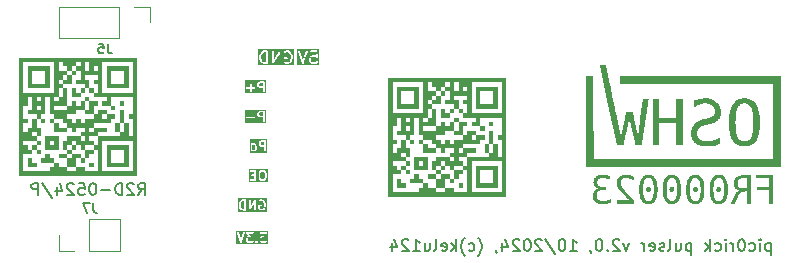
<source format=gbr>
%TF.GenerationSoftware,KiCad,Pcbnew,8.0.6*%
%TF.CreationDate,2024-11-11T23:30:30+07:00*%
%TF.ProjectId,panel,70616e65-6c2e-46b6-9963-61645f706362,rev?*%
%TF.SameCoordinates,PX6b0cc90PY5b8d800*%
%TF.FileFunction,Legend,Bot*%
%TF.FilePolarity,Positive*%
%FSLAX46Y46*%
G04 Gerber Fmt 4.6, Leading zero omitted, Abs format (unit mm)*
G04 Created by KiCad (PCBNEW 8.0.6) date 2024-11-11 23:30:30*
%MOMM*%
%LPD*%
G01*
G04 APERTURE LIST*
%ADD10C,0.150000*%
%ADD11C,0.200000*%
%ADD12C,0.000000*%
%ADD13C,0.120000*%
%ADD14R,1.700000X1.700000*%
%ADD15O,1.700000X1.700000*%
%ADD16C,2.000000*%
%ADD17C,0.500000*%
%ADD18R,4.900000X4.800000*%
G04 APERTURE END LIST*
D10*
G36*
X26843399Y1223816D02*
G01*
X24117651Y1223816D01*
X24117651Y2178325D01*
X24206540Y2178325D01*
X24209800Y2163988D01*
X24476466Y1363988D01*
X24482460Y1350562D01*
X24485971Y1346514D01*
X24488367Y1341722D01*
X24495471Y1335560D01*
X24501634Y1328455D01*
X24506426Y1326059D01*
X24510474Y1322548D01*
X24519393Y1319575D01*
X24527807Y1315368D01*
X24533154Y1314989D01*
X24538237Y1313294D01*
X24547614Y1313961D01*
X24556997Y1313294D01*
X24562082Y1314990D01*
X24567427Y1315369D01*
X24575836Y1319574D01*
X24584760Y1322548D01*
X24588808Y1326060D01*
X24593600Y1328455D01*
X24599759Y1335558D01*
X24606867Y1341721D01*
X24609264Y1346516D01*
X24612774Y1350562D01*
X24618768Y1363988D01*
X24740959Y1730562D01*
X24967856Y1730562D01*
X24967856Y1540086D01*
X24969297Y1525454D01*
X24970328Y1522965D01*
X24970519Y1520277D01*
X24975774Y1506545D01*
X25013869Y1430355D01*
X25017832Y1424059D01*
X25018590Y1422229D01*
X25020279Y1420171D01*
X25021701Y1417912D01*
X25023199Y1416613D01*
X25027917Y1410864D01*
X25066012Y1372768D01*
X25071763Y1368048D01*
X25073062Y1366550D01*
X25075317Y1365131D01*
X25077377Y1363440D01*
X25079207Y1362682D01*
X25085505Y1358718D01*
X25161696Y1320623D01*
X25175428Y1315368D01*
X25178115Y1315178D01*
X25180605Y1314146D01*
X25195237Y1312705D01*
X25423808Y1312705D01*
X25438440Y1314146D01*
X25440929Y1315178D01*
X25443617Y1315368D01*
X25457349Y1320623D01*
X25533540Y1358718D01*
X25539839Y1362683D01*
X25541667Y1363440D01*
X25543723Y1365128D01*
X25545983Y1366550D01*
X25547283Y1368050D01*
X25553033Y1372768D01*
X25591128Y1410864D01*
X25600455Y1422229D01*
X25607994Y1440430D01*
X25731201Y1440430D01*
X25731201Y1411168D01*
X25737034Y1397086D01*
X25742400Y1384132D01*
X25751727Y1372767D01*
X25789822Y1334672D01*
X25801187Y1325345D01*
X25828223Y1314146D01*
X25857487Y1314146D01*
X25877771Y1322548D01*
X25884522Y1325344D01*
X25895887Y1334671D01*
X25933983Y1372766D01*
X25943311Y1384131D01*
X25943312Y1384132D01*
X25954510Y1411168D01*
X25954510Y1440431D01*
X25943312Y1467468D01*
X25933984Y1478833D01*
X25895888Y1516929D01*
X25884523Y1526256D01*
X25884522Y1526257D01*
X25873323Y1530896D01*
X25857487Y1537455D01*
X25857485Y1537455D01*
X25828222Y1537455D01*
X25801186Y1526256D01*
X25789821Y1516928D01*
X25751726Y1478832D01*
X25742399Y1467467D01*
X25742010Y1466527D01*
X25731329Y1440738D01*
X25731201Y1440430D01*
X25607994Y1440430D01*
X25611653Y1449265D01*
X25611653Y1478528D01*
X25600454Y1505564D01*
X25579761Y1526257D01*
X25552724Y1537455D01*
X25523461Y1537455D01*
X25496425Y1526256D01*
X25485060Y1516928D01*
X25455571Y1487439D01*
X25406103Y1462705D01*
X25212942Y1462705D01*
X25163473Y1487439D01*
X25142590Y1508323D01*
X25117856Y1557791D01*
X25117856Y1712858D01*
X25126708Y1730562D01*
X26110713Y1730562D01*
X26110713Y1540086D01*
X26112154Y1525454D01*
X26113185Y1522965D01*
X26113376Y1520277D01*
X26118631Y1506545D01*
X26156726Y1430355D01*
X26160689Y1424059D01*
X26161447Y1422229D01*
X26163136Y1420171D01*
X26164558Y1417912D01*
X26166056Y1416613D01*
X26170774Y1410864D01*
X26208869Y1372768D01*
X26214620Y1368048D01*
X26215919Y1366550D01*
X26218174Y1365131D01*
X26220234Y1363440D01*
X26222064Y1362682D01*
X26228362Y1358718D01*
X26304553Y1320623D01*
X26318285Y1315368D01*
X26320972Y1315178D01*
X26323462Y1314146D01*
X26338094Y1312705D01*
X26566665Y1312705D01*
X26581297Y1314146D01*
X26583786Y1315178D01*
X26586474Y1315368D01*
X26600206Y1320623D01*
X26676397Y1358718D01*
X26682696Y1362683D01*
X26684524Y1363440D01*
X26686580Y1365128D01*
X26688840Y1366550D01*
X26690140Y1368050D01*
X26695890Y1372768D01*
X26733985Y1410864D01*
X26743312Y1422229D01*
X26754510Y1449265D01*
X26754510Y1478528D01*
X26743311Y1505564D01*
X26722618Y1526257D01*
X26695581Y1537455D01*
X26666318Y1537455D01*
X26639282Y1526256D01*
X26627917Y1516928D01*
X26598428Y1487439D01*
X26548960Y1462705D01*
X26355799Y1462705D01*
X26306330Y1487439D01*
X26285447Y1508323D01*
X26260713Y1557791D01*
X26260713Y1712858D01*
X26285447Y1762327D01*
X26306329Y1783209D01*
X26355799Y1807943D01*
X26452379Y1807943D01*
X26460111Y1808705D01*
X26462085Y1808573D01*
X26463444Y1809033D01*
X26467011Y1809384D01*
X26478262Y1814045D01*
X26489806Y1817949D01*
X26491710Y1819615D01*
X26494047Y1820583D01*
X26502657Y1829194D01*
X26511830Y1837219D01*
X26512952Y1839489D01*
X26514739Y1841275D01*
X26519397Y1852523D01*
X26524802Y1863450D01*
X26524970Y1865975D01*
X26525938Y1868311D01*
X26525938Y1880487D01*
X26526749Y1892649D01*
X26525938Y1895047D01*
X26525938Y1897575D01*
X26521277Y1908827D01*
X26517373Y1920370D01*
X26515287Y1923288D01*
X26514739Y1924611D01*
X26513343Y1926007D01*
X26508823Y1932330D01*
X26350995Y2112705D01*
X26680951Y2112705D01*
X26695583Y2114146D01*
X26722619Y2125345D01*
X26743311Y2146037D01*
X26754510Y2173073D01*
X26754510Y2202337D01*
X26743311Y2229373D01*
X26722619Y2250065D01*
X26695583Y2261264D01*
X26680951Y2262705D01*
X26185713Y2262705D01*
X26177974Y2261943D01*
X26176007Y2262074D01*
X26174651Y2261616D01*
X26171081Y2261264D01*
X26159823Y2256601D01*
X26148286Y2252699D01*
X26146381Y2251034D01*
X26144045Y2250065D01*
X26135434Y2241455D01*
X26126262Y2233429D01*
X26125139Y2231160D01*
X26123353Y2229373D01*
X26118692Y2218123D01*
X26113290Y2207197D01*
X26113121Y2204674D01*
X26112154Y2202337D01*
X26112154Y2190153D01*
X26111344Y2177999D01*
X26112154Y2175604D01*
X26112154Y2173073D01*
X26116817Y2161816D01*
X26120719Y2150278D01*
X26122804Y2147361D01*
X26123353Y2146037D01*
X26124748Y2144642D01*
X26129270Y2138317D01*
X26297229Y1946364D01*
X26228362Y1911930D01*
X26222062Y1907966D01*
X26220235Y1907208D01*
X26218178Y1905520D01*
X26215919Y1904098D01*
X26214619Y1902600D01*
X26208870Y1897881D01*
X26170775Y1859786D01*
X26166056Y1854037D01*
X26164558Y1852737D01*
X26163136Y1850478D01*
X26161448Y1848421D01*
X26160690Y1846594D01*
X26156726Y1840294D01*
X26118631Y1764103D01*
X26113376Y1750371D01*
X26113185Y1747684D01*
X26112154Y1745194D01*
X26110713Y1730562D01*
X25126708Y1730562D01*
X25142590Y1762327D01*
X25163472Y1783209D01*
X25212942Y1807943D01*
X25309522Y1807943D01*
X25317254Y1808705D01*
X25319228Y1808573D01*
X25320587Y1809033D01*
X25324154Y1809384D01*
X25335405Y1814045D01*
X25346949Y1817949D01*
X25348853Y1819615D01*
X25351190Y1820583D01*
X25359800Y1829194D01*
X25368973Y1837219D01*
X25370095Y1839489D01*
X25371882Y1841275D01*
X25376540Y1852523D01*
X25381945Y1863450D01*
X25382113Y1865975D01*
X25383081Y1868311D01*
X25383081Y1880487D01*
X25383892Y1892649D01*
X25383081Y1895047D01*
X25383081Y1897575D01*
X25378420Y1908827D01*
X25374516Y1920370D01*
X25372430Y1923288D01*
X25371882Y1924611D01*
X25370486Y1926007D01*
X25365966Y1932330D01*
X25208138Y2112705D01*
X25538094Y2112705D01*
X25552726Y2114146D01*
X25579762Y2125345D01*
X25600454Y2146037D01*
X25611653Y2173073D01*
X25611653Y2202337D01*
X25600454Y2229373D01*
X25579762Y2250065D01*
X25552726Y2261264D01*
X25538094Y2262705D01*
X25042856Y2262705D01*
X25035117Y2261943D01*
X25033150Y2262074D01*
X25031794Y2261616D01*
X25028224Y2261264D01*
X25016966Y2256601D01*
X25005429Y2252699D01*
X25003524Y2251034D01*
X25001188Y2250065D01*
X24992577Y2241455D01*
X24983405Y2233429D01*
X24982282Y2231160D01*
X24980496Y2229373D01*
X24975835Y2218123D01*
X24970433Y2207197D01*
X24970264Y2204674D01*
X24969297Y2202337D01*
X24969297Y2190153D01*
X24968487Y2177999D01*
X24969297Y2175604D01*
X24969297Y2173073D01*
X24973960Y2161816D01*
X24977862Y2150278D01*
X24979947Y2147361D01*
X24980496Y2146037D01*
X24981891Y2144642D01*
X24986413Y2138317D01*
X25154372Y1946364D01*
X25085505Y1911930D01*
X25079205Y1907966D01*
X25077378Y1907208D01*
X25075321Y1905520D01*
X25073062Y1904098D01*
X25071762Y1902600D01*
X25066013Y1897881D01*
X25027918Y1859786D01*
X25023199Y1854037D01*
X25021701Y1852737D01*
X25020279Y1850478D01*
X25018591Y1848421D01*
X25017833Y1846594D01*
X25013869Y1840294D01*
X24975774Y1764103D01*
X24970519Y1750371D01*
X24970328Y1747684D01*
X24969297Y1745194D01*
X24967856Y1730562D01*
X24740959Y1730562D01*
X24885435Y2163988D01*
X24888695Y2178325D01*
X24886620Y2207515D01*
X24873534Y2233688D01*
X24851427Y2252862D01*
X24823664Y2262116D01*
X24794474Y2260041D01*
X24768301Y2246955D01*
X24749127Y2224847D01*
X24743133Y2211422D01*
X24547617Y1624876D01*
X24352102Y2211422D01*
X24346108Y2224847D01*
X24326934Y2246955D01*
X24300761Y2260041D01*
X24271571Y2262116D01*
X24243809Y2252862D01*
X24221701Y2233688D01*
X24208615Y2207515D01*
X24206540Y2178325D01*
X24117651Y2178325D01*
X24117651Y2351594D01*
X26843399Y2351594D01*
X26843399Y1223816D01*
G37*
D11*
X69380325Y1299448D02*
X69380325Y299448D01*
X69380325Y1251829D02*
X69285087Y1299448D01*
X69285087Y1299448D02*
X69094611Y1299448D01*
X69094611Y1299448D02*
X68999373Y1251829D01*
X68999373Y1251829D02*
X68951754Y1204210D01*
X68951754Y1204210D02*
X68904135Y1108972D01*
X68904135Y1108972D02*
X68904135Y823258D01*
X68904135Y823258D02*
X68951754Y728020D01*
X68951754Y728020D02*
X68999373Y680400D01*
X68999373Y680400D02*
X69094611Y632781D01*
X69094611Y632781D02*
X69285087Y632781D01*
X69285087Y632781D02*
X69380325Y680400D01*
X68475563Y632781D02*
X68475563Y1299448D01*
X68475563Y1632781D02*
X68523182Y1585162D01*
X68523182Y1585162D02*
X68475563Y1537543D01*
X68475563Y1537543D02*
X68427944Y1585162D01*
X68427944Y1585162D02*
X68475563Y1632781D01*
X68475563Y1632781D02*
X68475563Y1537543D01*
X67570802Y680400D02*
X67666040Y632781D01*
X67666040Y632781D02*
X67856516Y632781D01*
X67856516Y632781D02*
X67951754Y680400D01*
X67951754Y680400D02*
X67999373Y728020D01*
X67999373Y728020D02*
X68046992Y823258D01*
X68046992Y823258D02*
X68046992Y1108972D01*
X68046992Y1108972D02*
X67999373Y1204210D01*
X67999373Y1204210D02*
X67951754Y1251829D01*
X67951754Y1251829D02*
X67856516Y1299448D01*
X67856516Y1299448D02*
X67666040Y1299448D01*
X67666040Y1299448D02*
X67570802Y1251829D01*
X66951754Y1632781D02*
X66856516Y1632781D01*
X66856516Y1632781D02*
X66761278Y1585162D01*
X66761278Y1585162D02*
X66713659Y1537543D01*
X66713659Y1537543D02*
X66666040Y1442305D01*
X66666040Y1442305D02*
X66618421Y1251829D01*
X66618421Y1251829D02*
X66618421Y1013734D01*
X66618421Y1013734D02*
X66666040Y823258D01*
X66666040Y823258D02*
X66713659Y728020D01*
X66713659Y728020D02*
X66761278Y680400D01*
X66761278Y680400D02*
X66856516Y632781D01*
X66856516Y632781D02*
X66951754Y632781D01*
X66951754Y632781D02*
X67046992Y680400D01*
X67046992Y680400D02*
X67094611Y728020D01*
X67094611Y728020D02*
X67142230Y823258D01*
X67142230Y823258D02*
X67189849Y1013734D01*
X67189849Y1013734D02*
X67189849Y1251829D01*
X67189849Y1251829D02*
X67142230Y1442305D01*
X67142230Y1442305D02*
X67094611Y1537543D01*
X67094611Y1537543D02*
X67046992Y1585162D01*
X67046992Y1585162D02*
X66951754Y1632781D01*
X66189849Y632781D02*
X66189849Y1299448D01*
X66189849Y1108972D02*
X66142230Y1204210D01*
X66142230Y1204210D02*
X66094611Y1251829D01*
X66094611Y1251829D02*
X65999373Y1299448D01*
X65999373Y1299448D02*
X65904135Y1299448D01*
X65570801Y632781D02*
X65570801Y1299448D01*
X65570801Y1632781D02*
X65618420Y1585162D01*
X65618420Y1585162D02*
X65570801Y1537543D01*
X65570801Y1537543D02*
X65523182Y1585162D01*
X65523182Y1585162D02*
X65570801Y1632781D01*
X65570801Y1632781D02*
X65570801Y1537543D01*
X64666040Y680400D02*
X64761278Y632781D01*
X64761278Y632781D02*
X64951754Y632781D01*
X64951754Y632781D02*
X65046992Y680400D01*
X65046992Y680400D02*
X65094611Y728020D01*
X65094611Y728020D02*
X65142230Y823258D01*
X65142230Y823258D02*
X65142230Y1108972D01*
X65142230Y1108972D02*
X65094611Y1204210D01*
X65094611Y1204210D02*
X65046992Y1251829D01*
X65046992Y1251829D02*
X64951754Y1299448D01*
X64951754Y1299448D02*
X64761278Y1299448D01*
X64761278Y1299448D02*
X64666040Y1251829D01*
X64237468Y632781D02*
X64237468Y1632781D01*
X64142230Y1013734D02*
X63856516Y632781D01*
X63856516Y1299448D02*
X64237468Y918496D01*
X62666039Y1299448D02*
X62666039Y299448D01*
X62666039Y1251829D02*
X62570801Y1299448D01*
X62570801Y1299448D02*
X62380325Y1299448D01*
X62380325Y1299448D02*
X62285087Y1251829D01*
X62285087Y1251829D02*
X62237468Y1204210D01*
X62237468Y1204210D02*
X62189849Y1108972D01*
X62189849Y1108972D02*
X62189849Y823258D01*
X62189849Y823258D02*
X62237468Y728020D01*
X62237468Y728020D02*
X62285087Y680400D01*
X62285087Y680400D02*
X62380325Y632781D01*
X62380325Y632781D02*
X62570801Y632781D01*
X62570801Y632781D02*
X62666039Y680400D01*
X61332706Y1299448D02*
X61332706Y632781D01*
X61761277Y1299448D02*
X61761277Y775639D01*
X61761277Y775639D02*
X61713658Y680400D01*
X61713658Y680400D02*
X61618420Y632781D01*
X61618420Y632781D02*
X61475563Y632781D01*
X61475563Y632781D02*
X61380325Y680400D01*
X61380325Y680400D02*
X61332706Y728020D01*
X60713658Y632781D02*
X60808896Y680400D01*
X60808896Y680400D02*
X60856515Y775639D01*
X60856515Y775639D02*
X60856515Y1632781D01*
X60380324Y680400D02*
X60285086Y632781D01*
X60285086Y632781D02*
X60094610Y632781D01*
X60094610Y632781D02*
X59999372Y680400D01*
X59999372Y680400D02*
X59951753Y775639D01*
X59951753Y775639D02*
X59951753Y823258D01*
X59951753Y823258D02*
X59999372Y918496D01*
X59999372Y918496D02*
X60094610Y966115D01*
X60094610Y966115D02*
X60237467Y966115D01*
X60237467Y966115D02*
X60332705Y1013734D01*
X60332705Y1013734D02*
X60380324Y1108972D01*
X60380324Y1108972D02*
X60380324Y1156591D01*
X60380324Y1156591D02*
X60332705Y1251829D01*
X60332705Y1251829D02*
X60237467Y1299448D01*
X60237467Y1299448D02*
X60094610Y1299448D01*
X60094610Y1299448D02*
X59999372Y1251829D01*
X59142229Y680400D02*
X59237467Y632781D01*
X59237467Y632781D02*
X59427943Y632781D01*
X59427943Y632781D02*
X59523181Y680400D01*
X59523181Y680400D02*
X59570800Y775639D01*
X59570800Y775639D02*
X59570800Y1156591D01*
X59570800Y1156591D02*
X59523181Y1251829D01*
X59523181Y1251829D02*
X59427943Y1299448D01*
X59427943Y1299448D02*
X59237467Y1299448D01*
X59237467Y1299448D02*
X59142229Y1251829D01*
X59142229Y1251829D02*
X59094610Y1156591D01*
X59094610Y1156591D02*
X59094610Y1061353D01*
X59094610Y1061353D02*
X59570800Y966115D01*
X58666038Y632781D02*
X58666038Y1299448D01*
X58666038Y1108972D02*
X58618419Y1204210D01*
X58618419Y1204210D02*
X58570800Y1251829D01*
X58570800Y1251829D02*
X58475562Y1299448D01*
X58475562Y1299448D02*
X58380324Y1299448D01*
X57380323Y1299448D02*
X57142228Y632781D01*
X57142228Y632781D02*
X56904133Y1299448D01*
X56570799Y1537543D02*
X56523180Y1585162D01*
X56523180Y1585162D02*
X56427942Y1632781D01*
X56427942Y1632781D02*
X56189847Y1632781D01*
X56189847Y1632781D02*
X56094609Y1585162D01*
X56094609Y1585162D02*
X56046990Y1537543D01*
X56046990Y1537543D02*
X55999371Y1442305D01*
X55999371Y1442305D02*
X55999371Y1347067D01*
X55999371Y1347067D02*
X56046990Y1204210D01*
X56046990Y1204210D02*
X56618418Y632781D01*
X56618418Y632781D02*
X55999371Y632781D01*
X55570799Y728020D02*
X55523180Y680400D01*
X55523180Y680400D02*
X55570799Y632781D01*
X55570799Y632781D02*
X55618418Y680400D01*
X55618418Y680400D02*
X55570799Y728020D01*
X55570799Y728020D02*
X55570799Y632781D01*
X54904133Y1632781D02*
X54808895Y1632781D01*
X54808895Y1632781D02*
X54713657Y1585162D01*
X54713657Y1585162D02*
X54666038Y1537543D01*
X54666038Y1537543D02*
X54618419Y1442305D01*
X54618419Y1442305D02*
X54570800Y1251829D01*
X54570800Y1251829D02*
X54570800Y1013734D01*
X54570800Y1013734D02*
X54618419Y823258D01*
X54618419Y823258D02*
X54666038Y728020D01*
X54666038Y728020D02*
X54713657Y680400D01*
X54713657Y680400D02*
X54808895Y632781D01*
X54808895Y632781D02*
X54904133Y632781D01*
X54904133Y632781D02*
X54999371Y680400D01*
X54999371Y680400D02*
X55046990Y728020D01*
X55046990Y728020D02*
X55094609Y823258D01*
X55094609Y823258D02*
X55142228Y1013734D01*
X55142228Y1013734D02*
X55142228Y1251829D01*
X55142228Y1251829D02*
X55094609Y1442305D01*
X55094609Y1442305D02*
X55046990Y1537543D01*
X55046990Y1537543D02*
X54999371Y1585162D01*
X54999371Y1585162D02*
X54904133Y1632781D01*
X54094609Y680400D02*
X54094609Y632781D01*
X54094609Y632781D02*
X54142228Y537543D01*
X54142228Y537543D02*
X54189847Y489924D01*
X52380324Y632781D02*
X52951752Y632781D01*
X52666038Y632781D02*
X52666038Y1632781D01*
X52666038Y1632781D02*
X52761276Y1489924D01*
X52761276Y1489924D02*
X52856514Y1394686D01*
X52856514Y1394686D02*
X52951752Y1347067D01*
X51761276Y1632781D02*
X51666038Y1632781D01*
X51666038Y1632781D02*
X51570800Y1585162D01*
X51570800Y1585162D02*
X51523181Y1537543D01*
X51523181Y1537543D02*
X51475562Y1442305D01*
X51475562Y1442305D02*
X51427943Y1251829D01*
X51427943Y1251829D02*
X51427943Y1013734D01*
X51427943Y1013734D02*
X51475562Y823258D01*
X51475562Y823258D02*
X51523181Y728020D01*
X51523181Y728020D02*
X51570800Y680400D01*
X51570800Y680400D02*
X51666038Y632781D01*
X51666038Y632781D02*
X51761276Y632781D01*
X51761276Y632781D02*
X51856514Y680400D01*
X51856514Y680400D02*
X51904133Y728020D01*
X51904133Y728020D02*
X51951752Y823258D01*
X51951752Y823258D02*
X51999371Y1013734D01*
X51999371Y1013734D02*
X51999371Y1251829D01*
X51999371Y1251829D02*
X51951752Y1442305D01*
X51951752Y1442305D02*
X51904133Y1537543D01*
X51904133Y1537543D02*
X51856514Y1585162D01*
X51856514Y1585162D02*
X51761276Y1632781D01*
X50285086Y1680400D02*
X51142228Y394686D01*
X49999371Y1537543D02*
X49951752Y1585162D01*
X49951752Y1585162D02*
X49856514Y1632781D01*
X49856514Y1632781D02*
X49618419Y1632781D01*
X49618419Y1632781D02*
X49523181Y1585162D01*
X49523181Y1585162D02*
X49475562Y1537543D01*
X49475562Y1537543D02*
X49427943Y1442305D01*
X49427943Y1442305D02*
X49427943Y1347067D01*
X49427943Y1347067D02*
X49475562Y1204210D01*
X49475562Y1204210D02*
X50046990Y632781D01*
X50046990Y632781D02*
X49427943Y632781D01*
X48808895Y1632781D02*
X48713657Y1632781D01*
X48713657Y1632781D02*
X48618419Y1585162D01*
X48618419Y1585162D02*
X48570800Y1537543D01*
X48570800Y1537543D02*
X48523181Y1442305D01*
X48523181Y1442305D02*
X48475562Y1251829D01*
X48475562Y1251829D02*
X48475562Y1013734D01*
X48475562Y1013734D02*
X48523181Y823258D01*
X48523181Y823258D02*
X48570800Y728020D01*
X48570800Y728020D02*
X48618419Y680400D01*
X48618419Y680400D02*
X48713657Y632781D01*
X48713657Y632781D02*
X48808895Y632781D01*
X48808895Y632781D02*
X48904133Y680400D01*
X48904133Y680400D02*
X48951752Y728020D01*
X48951752Y728020D02*
X48999371Y823258D01*
X48999371Y823258D02*
X49046990Y1013734D01*
X49046990Y1013734D02*
X49046990Y1251829D01*
X49046990Y1251829D02*
X48999371Y1442305D01*
X48999371Y1442305D02*
X48951752Y1537543D01*
X48951752Y1537543D02*
X48904133Y1585162D01*
X48904133Y1585162D02*
X48808895Y1632781D01*
X48094609Y1537543D02*
X48046990Y1585162D01*
X48046990Y1585162D02*
X47951752Y1632781D01*
X47951752Y1632781D02*
X47713657Y1632781D01*
X47713657Y1632781D02*
X47618419Y1585162D01*
X47618419Y1585162D02*
X47570800Y1537543D01*
X47570800Y1537543D02*
X47523181Y1442305D01*
X47523181Y1442305D02*
X47523181Y1347067D01*
X47523181Y1347067D02*
X47570800Y1204210D01*
X47570800Y1204210D02*
X48142228Y632781D01*
X48142228Y632781D02*
X47523181Y632781D01*
X46666038Y1299448D02*
X46666038Y632781D01*
X46904133Y1680400D02*
X47142228Y966115D01*
X47142228Y966115D02*
X46523181Y966115D01*
X46094609Y680400D02*
X46094609Y632781D01*
X46094609Y632781D02*
X46142228Y537543D01*
X46142228Y537543D02*
X46189847Y489924D01*
X44618419Y251829D02*
X44666038Y299448D01*
X44666038Y299448D02*
X44761276Y442305D01*
X44761276Y442305D02*
X44808895Y537543D01*
X44808895Y537543D02*
X44856514Y680400D01*
X44856514Y680400D02*
X44904133Y918496D01*
X44904133Y918496D02*
X44904133Y1108972D01*
X44904133Y1108972D02*
X44856514Y1347067D01*
X44856514Y1347067D02*
X44808895Y1489924D01*
X44808895Y1489924D02*
X44761276Y1585162D01*
X44761276Y1585162D02*
X44666038Y1728020D01*
X44666038Y1728020D02*
X44618419Y1775639D01*
X43808895Y680400D02*
X43904133Y632781D01*
X43904133Y632781D02*
X44094609Y632781D01*
X44094609Y632781D02*
X44189847Y680400D01*
X44189847Y680400D02*
X44237466Y728020D01*
X44237466Y728020D02*
X44285085Y823258D01*
X44285085Y823258D02*
X44285085Y1108972D01*
X44285085Y1108972D02*
X44237466Y1204210D01*
X44237466Y1204210D02*
X44189847Y1251829D01*
X44189847Y1251829D02*
X44094609Y1299448D01*
X44094609Y1299448D02*
X43904133Y1299448D01*
X43904133Y1299448D02*
X43808895Y1251829D01*
X43475561Y251829D02*
X43427942Y299448D01*
X43427942Y299448D02*
X43332704Y442305D01*
X43332704Y442305D02*
X43285085Y537543D01*
X43285085Y537543D02*
X43237466Y680400D01*
X43237466Y680400D02*
X43189847Y918496D01*
X43189847Y918496D02*
X43189847Y1108972D01*
X43189847Y1108972D02*
X43237466Y1347067D01*
X43237466Y1347067D02*
X43285085Y1489924D01*
X43285085Y1489924D02*
X43332704Y1585162D01*
X43332704Y1585162D02*
X43427942Y1728020D01*
X43427942Y1728020D02*
X43475561Y1775639D01*
X42713656Y632781D02*
X42713656Y1632781D01*
X42618418Y1013734D02*
X42332704Y632781D01*
X42332704Y1299448D02*
X42713656Y918496D01*
X41523180Y680400D02*
X41618418Y632781D01*
X41618418Y632781D02*
X41808894Y632781D01*
X41808894Y632781D02*
X41904132Y680400D01*
X41904132Y680400D02*
X41951751Y775639D01*
X41951751Y775639D02*
X41951751Y1156591D01*
X41951751Y1156591D02*
X41904132Y1251829D01*
X41904132Y1251829D02*
X41808894Y1299448D01*
X41808894Y1299448D02*
X41618418Y1299448D01*
X41618418Y1299448D02*
X41523180Y1251829D01*
X41523180Y1251829D02*
X41475561Y1156591D01*
X41475561Y1156591D02*
X41475561Y1061353D01*
X41475561Y1061353D02*
X41951751Y966115D01*
X40904132Y632781D02*
X40999370Y680400D01*
X40999370Y680400D02*
X41046989Y775639D01*
X41046989Y775639D02*
X41046989Y1632781D01*
X40094608Y1299448D02*
X40094608Y632781D01*
X40523179Y1299448D02*
X40523179Y775639D01*
X40523179Y775639D02*
X40475560Y680400D01*
X40475560Y680400D02*
X40380322Y632781D01*
X40380322Y632781D02*
X40237465Y632781D01*
X40237465Y632781D02*
X40142227Y680400D01*
X40142227Y680400D02*
X40094608Y728020D01*
X39094608Y632781D02*
X39666036Y632781D01*
X39380322Y632781D02*
X39380322Y1632781D01*
X39380322Y1632781D02*
X39475560Y1489924D01*
X39475560Y1489924D02*
X39570798Y1394686D01*
X39570798Y1394686D02*
X39666036Y1347067D01*
X38713655Y1537543D02*
X38666036Y1585162D01*
X38666036Y1585162D02*
X38570798Y1632781D01*
X38570798Y1632781D02*
X38332703Y1632781D01*
X38332703Y1632781D02*
X38237465Y1585162D01*
X38237465Y1585162D02*
X38189846Y1537543D01*
X38189846Y1537543D02*
X38142227Y1442305D01*
X38142227Y1442305D02*
X38142227Y1347067D01*
X38142227Y1347067D02*
X38189846Y1204210D01*
X38189846Y1204210D02*
X38761274Y632781D01*
X38761274Y632781D02*
X38142227Y632781D01*
X37285084Y1299448D02*
X37285084Y632781D01*
X37523179Y1680400D02*
X37761274Y966115D01*
X37761274Y966115D02*
X37142227Y966115D01*
D10*
G36*
X26663093Y16620181D02*
G01*
X26512168Y16620181D01*
X26397655Y16658352D01*
X26323542Y16732466D01*
X26285048Y16809453D01*
X26241665Y16982987D01*
X26241665Y17107376D01*
X26285048Y17280910D01*
X26323542Y17357897D01*
X26397655Y17432010D01*
X26512168Y17470181D01*
X26663093Y17470181D01*
X26663093Y16620181D01*
G37*
G36*
X29019442Y16359070D02*
G01*
X25980554Y16359070D01*
X25980554Y17116610D01*
X26091665Y17116610D01*
X26091665Y16973753D01*
X26091916Y16971200D01*
X26091754Y16970107D01*
X26092563Y16964634D01*
X26093106Y16959121D01*
X26093528Y16958100D01*
X26093904Y16955563D01*
X26141523Y16765087D01*
X26141908Y16764008D01*
X26141947Y16763468D01*
X26144274Y16757387D01*
X26146470Y16751241D01*
X26146792Y16750806D01*
X26147202Y16749736D01*
X26194821Y16654498D01*
X26198784Y16648202D01*
X26199542Y16646372D01*
X26201231Y16644314D01*
X26202653Y16642055D01*
X26204151Y16640756D01*
X26208870Y16635006D01*
X26304108Y16539767D01*
X26315473Y16530439D01*
X26317963Y16529408D01*
X26319998Y16527643D01*
X26333424Y16521649D01*
X26476280Y16474030D01*
X26483535Y16472381D01*
X26485366Y16471622D01*
X26488019Y16471361D01*
X26490617Y16470770D01*
X26492591Y16470911D01*
X26499998Y16470181D01*
X26738093Y16470181D01*
X26752725Y16471622D01*
X26779761Y16482821D01*
X26800453Y16503513D01*
X26811652Y16530549D01*
X26813093Y16545181D01*
X26813093Y17545181D01*
X27139284Y17545181D01*
X27139284Y16545181D01*
X27139654Y16541418D01*
X27139467Y16539942D01*
X27139988Y16538032D01*
X27140725Y16530549D01*
X27144542Y16521334D01*
X27147167Y16511710D01*
X27150094Y16507930D01*
X27151924Y16503513D01*
X27158974Y16496463D01*
X27165084Y16488573D01*
X27169237Y16486200D01*
X27172616Y16482821D01*
X27181828Y16479005D01*
X27190493Y16474054D01*
X27195236Y16473452D01*
X27199652Y16471622D01*
X27209626Y16471622D01*
X27219523Y16470364D01*
X27224135Y16471622D01*
X27228916Y16471622D01*
X27238131Y16475440D01*
X27247755Y16478064D01*
X27251535Y16480992D01*
X27255952Y16482821D01*
X27263002Y16489872D01*
X27270892Y16495981D01*
X27275244Y16502114D01*
X27276644Y16503513D01*
X27277213Y16504888D01*
X27279402Y16507971D01*
X27710712Y17262765D01*
X27710712Y16545181D01*
X27712153Y16530549D01*
X27723352Y16503513D01*
X27744044Y16482821D01*
X27771080Y16471622D01*
X27800344Y16471622D01*
X27827380Y16482821D01*
X27848072Y16503513D01*
X27859271Y16530549D01*
X27860712Y16545181D01*
X27860712Y16973753D01*
X28139284Y16973753D01*
X28139284Y16640420D01*
X28140725Y16625788D01*
X28144642Y16616332D01*
X28151923Y16598753D01*
X28161250Y16587388D01*
X28208869Y16539768D01*
X28220235Y16530440D01*
X28222723Y16529410D01*
X28224760Y16527643D01*
X28238186Y16521649D01*
X28381042Y16474030D01*
X28388297Y16472381D01*
X28390128Y16471622D01*
X28392781Y16471361D01*
X28395379Y16470770D01*
X28397353Y16470911D01*
X28404760Y16470181D01*
X28499998Y16470181D01*
X28507403Y16470911D01*
X28509378Y16470770D01*
X28511975Y16471361D01*
X28514630Y16471622D01*
X28516461Y16472381D01*
X28523715Y16474030D01*
X28666572Y16521649D01*
X28679997Y16527643D01*
X28682032Y16529409D01*
X28684523Y16530440D01*
X28695888Y16539767D01*
X28791127Y16635007D01*
X28795844Y16640756D01*
X28797343Y16642055D01*
X28798764Y16644314D01*
X28800454Y16646372D01*
X28801211Y16648202D01*
X28805175Y16654498D01*
X28852794Y16749736D01*
X28853203Y16750806D01*
X28853526Y16751241D01*
X28855718Y16757378D01*
X28858049Y16763467D01*
X28858087Y16764008D01*
X28858473Y16765087D01*
X28906092Y16955563D01*
X28906467Y16958100D01*
X28906890Y16959121D01*
X28907432Y16964634D01*
X28908242Y16970107D01*
X28908079Y16971200D01*
X28908331Y16973753D01*
X28908331Y17116610D01*
X28908079Y17119164D01*
X28908242Y17120256D01*
X28907432Y17125730D01*
X28906890Y17131242D01*
X28906467Y17132264D01*
X28906092Y17134800D01*
X28858473Y17325276D01*
X28858087Y17326356D01*
X28858049Y17326896D01*
X28855718Y17332986D01*
X28853526Y17339122D01*
X28853203Y17339558D01*
X28852794Y17340627D01*
X28805175Y17435865D01*
X28801212Y17442160D01*
X28800454Y17443992D01*
X28798762Y17446054D01*
X28797343Y17448308D01*
X28795846Y17449607D01*
X28791126Y17455357D01*
X28695888Y17550595D01*
X28684523Y17559922D01*
X28682032Y17560954D01*
X28679997Y17562719D01*
X28666572Y17568713D01*
X28523715Y17616332D01*
X28516461Y17617982D01*
X28514630Y17618740D01*
X28511975Y17619002D01*
X28509378Y17619592D01*
X28507403Y17619452D01*
X28499998Y17620181D01*
X28357141Y17620181D01*
X28342509Y17618740D01*
X28340020Y17617710D01*
X28337331Y17617518D01*
X28323600Y17612263D01*
X28228362Y17564644D01*
X28215919Y17556812D01*
X28196746Y17534704D01*
X28187492Y17506943D01*
X28189566Y17477753D01*
X28202653Y17451578D01*
X28224761Y17432405D01*
X28252522Y17423151D01*
X28281712Y17425225D01*
X28295444Y17430480D01*
X28374846Y17470181D01*
X28487828Y17470181D01*
X28602341Y17432010D01*
X28676454Y17357897D01*
X28714947Y17280910D01*
X28758331Y17107376D01*
X28758331Y16982987D01*
X28714947Y16809453D01*
X28676453Y16732466D01*
X28602341Y16658353D01*
X28487828Y16620181D01*
X28416930Y16620181D01*
X28302417Y16658352D01*
X28289284Y16671486D01*
X28289284Y16898753D01*
X28404760Y16898753D01*
X28419392Y16900194D01*
X28446428Y16911393D01*
X28467120Y16932085D01*
X28478319Y16959121D01*
X28478319Y16988385D01*
X28467120Y17015421D01*
X28446428Y17036113D01*
X28419392Y17047312D01*
X28404760Y17048753D01*
X28214284Y17048753D01*
X28199652Y17047312D01*
X28172616Y17036113D01*
X28151924Y17015421D01*
X28140725Y16988385D01*
X28139284Y16973753D01*
X27860712Y16973753D01*
X27860712Y17545181D01*
X27860341Y17548945D01*
X27860529Y17550420D01*
X27860007Y17552331D01*
X27859271Y17559813D01*
X27855453Y17569029D01*
X27852829Y17578652D01*
X27849901Y17582433D01*
X27848072Y17586849D01*
X27841021Y17593900D01*
X27834912Y17601789D01*
X27830758Y17604163D01*
X27827380Y17607541D01*
X27818167Y17611358D01*
X27809503Y17616308D01*
X27804759Y17616911D01*
X27800344Y17618740D01*
X27790370Y17618740D01*
X27780473Y17619998D01*
X27775861Y17618740D01*
X27771080Y17618740D01*
X27761863Y17614923D01*
X27752242Y17612298D01*
X27748462Y17609372D01*
X27744044Y17607541D01*
X27736992Y17600490D01*
X27729104Y17594381D01*
X27724749Y17588247D01*
X27723352Y17586849D01*
X27722783Y17585477D01*
X27720594Y17582392D01*
X27289284Y16827598D01*
X27289284Y17545181D01*
X27287843Y17559813D01*
X27276644Y17586849D01*
X27255952Y17607541D01*
X27228916Y17618740D01*
X27199652Y17618740D01*
X27172616Y17607541D01*
X27151924Y17586849D01*
X27140725Y17559813D01*
X27139284Y17545181D01*
X26813093Y17545181D01*
X26811652Y17559813D01*
X26800453Y17586849D01*
X26779761Y17607541D01*
X26752725Y17618740D01*
X26738093Y17620181D01*
X26499998Y17620181D01*
X26492591Y17619452D01*
X26490617Y17619592D01*
X26488019Y17619002D01*
X26485366Y17618740D01*
X26483535Y17617982D01*
X26476280Y17616332D01*
X26333424Y17568713D01*
X26319998Y17562719D01*
X26317963Y17560955D01*
X26315473Y17559923D01*
X26304108Y17550595D01*
X26208870Y17455357D01*
X26204151Y17449608D01*
X26202653Y17448308D01*
X26201231Y17446049D01*
X26199543Y17443992D01*
X26198785Y17442165D01*
X26194821Y17435865D01*
X26147202Y17340627D01*
X26146792Y17339558D01*
X26146470Y17339122D01*
X26144274Y17332977D01*
X26141947Y17326895D01*
X26141908Y17326356D01*
X26141523Y17325276D01*
X26093904Y17134800D01*
X26093528Y17132264D01*
X26093106Y17131242D01*
X26092563Y17125730D01*
X26091754Y17120256D01*
X26091916Y17119164D01*
X26091665Y17116610D01*
X25980554Y17116610D01*
X25980554Y17731292D01*
X29019442Y17731292D01*
X29019442Y16359070D01*
G37*
G36*
X26379760Y14593658D02*
G01*
X26167703Y14593658D01*
X26118235Y14618392D01*
X26097352Y14639275D01*
X26072617Y14688745D01*
X26072617Y14767619D01*
X26097352Y14817089D01*
X26118235Y14837971D01*
X26167703Y14862705D01*
X26379760Y14862705D01*
X26379760Y14593658D01*
G37*
G36*
X26618649Y13975257D02*
G01*
X24882789Y13975257D01*
X24882789Y14457099D01*
X24971678Y14457099D01*
X24971678Y14427835D01*
X24982877Y14400799D01*
X25003569Y14380107D01*
X25030605Y14368908D01*
X25045237Y14367467D01*
X25274998Y14367467D01*
X25274998Y14137705D01*
X25276439Y14123073D01*
X25287638Y14096037D01*
X25308330Y14075345D01*
X25335366Y14064146D01*
X25364630Y14064146D01*
X25391666Y14075345D01*
X25412358Y14096037D01*
X25423557Y14123073D01*
X25424998Y14137705D01*
X25424998Y14367467D01*
X25654760Y14367467D01*
X25669392Y14368908D01*
X25696428Y14380107D01*
X25717120Y14400799D01*
X25728319Y14427835D01*
X25728319Y14457099D01*
X25717120Y14484135D01*
X25696428Y14504827D01*
X25669392Y14516026D01*
X25654760Y14517467D01*
X25424998Y14517467D01*
X25424998Y14747229D01*
X25423557Y14761861D01*
X25413838Y14785324D01*
X25922617Y14785324D01*
X25922617Y14671039D01*
X25924058Y14656407D01*
X25925088Y14653919D01*
X25925280Y14651229D01*
X25930535Y14637498D01*
X25968631Y14561307D01*
X25972594Y14555011D01*
X25973353Y14553180D01*
X25975044Y14551119D01*
X25976464Y14548864D01*
X25977959Y14547568D01*
X25982680Y14541815D01*
X26020775Y14503720D01*
X26026524Y14499002D01*
X26027824Y14497503D01*
X26030083Y14496082D01*
X26032140Y14494393D01*
X26033967Y14493636D01*
X26040267Y14489671D01*
X26116457Y14451576D01*
X26130189Y14446321D01*
X26132876Y14446131D01*
X26135366Y14445099D01*
X26149998Y14443658D01*
X26379760Y14443658D01*
X26379760Y14137705D01*
X26381201Y14123073D01*
X26392400Y14096037D01*
X26413092Y14075345D01*
X26440128Y14064146D01*
X26469392Y14064146D01*
X26496428Y14075345D01*
X26517120Y14096037D01*
X26528319Y14123073D01*
X26529760Y14137705D01*
X26529760Y14937705D01*
X26528319Y14952337D01*
X26517120Y14979373D01*
X26496428Y15000065D01*
X26469392Y15011264D01*
X26454760Y15012705D01*
X26149998Y15012705D01*
X26135366Y15011264D01*
X26132876Y15010233D01*
X26130189Y15010042D01*
X26116457Y15004787D01*
X26040267Y14966692D01*
X26033967Y14962728D01*
X26032140Y14961970D01*
X26030083Y14960282D01*
X26027824Y14958860D01*
X26026524Y14957362D01*
X26020775Y14952643D01*
X25982680Y14914548D01*
X25977959Y14908796D01*
X25976464Y14907499D01*
X25975044Y14905245D01*
X25973353Y14903183D01*
X25972594Y14901353D01*
X25968631Y14895056D01*
X25930535Y14818865D01*
X25925280Y14805134D01*
X25925088Y14802445D01*
X25924058Y14799956D01*
X25922617Y14785324D01*
X25413838Y14785324D01*
X25412358Y14788897D01*
X25391666Y14809589D01*
X25364630Y14820788D01*
X25335366Y14820788D01*
X25308330Y14809589D01*
X25287638Y14788897D01*
X25276439Y14761861D01*
X25274998Y14747229D01*
X25274998Y14517467D01*
X25045237Y14517467D01*
X25030605Y14516026D01*
X25003569Y14504827D01*
X24982877Y14484135D01*
X24971678Y14457099D01*
X24882789Y14457099D01*
X24882789Y15101594D01*
X26618649Y15101594D01*
X26618649Y13975257D01*
G37*
G36*
X31150045Y16359070D02*
G01*
X29254953Y16359070D01*
X29254953Y17535801D01*
X29366064Y17535801D01*
X29369324Y17521464D01*
X29702657Y16521464D01*
X29708651Y16508039D01*
X29712161Y16503992D01*
X29714558Y16499198D01*
X29721666Y16493033D01*
X29727825Y16485932D01*
X29732614Y16483538D01*
X29736665Y16480024D01*
X29745590Y16477050D01*
X29753998Y16472845D01*
X29759342Y16472466D01*
X29764428Y16470770D01*
X29773808Y16471437D01*
X29783188Y16470770D01*
X29788273Y16472466D01*
X29793618Y16472845D01*
X29802028Y16477051D01*
X29810950Y16480024D01*
X29814997Y16483535D01*
X29819791Y16485931D01*
X29825954Y16493037D01*
X29833058Y16499198D01*
X29835453Y16503990D01*
X29838965Y16508038D01*
X29844959Y16521464D01*
X29995722Y16973753D01*
X30317856Y16973753D01*
X30317856Y16735658D01*
X30319297Y16721026D01*
X30320328Y16718537D01*
X30320519Y16715849D01*
X30325774Y16702117D01*
X30373393Y16606879D01*
X30377356Y16600583D01*
X30378114Y16598753D01*
X30379803Y16596695D01*
X30381225Y16594436D01*
X30382723Y16593137D01*
X30387441Y16587388D01*
X30435060Y16539768D01*
X30440809Y16535050D01*
X30442110Y16533550D01*
X30444369Y16532128D01*
X30446426Y16530440D01*
X30448253Y16529683D01*
X30454553Y16525718D01*
X30549791Y16478099D01*
X30563522Y16472844D01*
X30566211Y16472653D01*
X30568700Y16471622D01*
X30583332Y16470181D01*
X30821427Y16470181D01*
X30836059Y16471622D01*
X30838548Y16472654D01*
X30841236Y16472844D01*
X30854968Y16478099D01*
X30950206Y16525718D01*
X30956505Y16529683D01*
X30958333Y16530440D01*
X30960389Y16532128D01*
X30962649Y16533550D01*
X30963949Y16535050D01*
X30969699Y16539768D01*
X31017317Y16587387D01*
X31026645Y16598753D01*
X31037843Y16625789D01*
X31037843Y16655052D01*
X31026644Y16682088D01*
X31005951Y16702781D01*
X30978915Y16713979D01*
X30949652Y16713979D01*
X30922616Y16702780D01*
X30911250Y16693452D01*
X30872237Y16654439D01*
X30803722Y16620181D01*
X30601037Y16620181D01*
X30532521Y16654439D01*
X30502114Y16684847D01*
X30467856Y16753363D01*
X30467856Y16956048D01*
X30502114Y17024564D01*
X30532521Y17054971D01*
X30601037Y17089229D01*
X30803722Y17089229D01*
X30872238Y17054971D01*
X30911251Y17015958D01*
X30922616Y17006631D01*
X30926104Y17005186D01*
X30929028Y17002794D01*
X30939525Y16999627D01*
X30949652Y16995432D01*
X30953428Y16995432D01*
X30957044Y16994341D01*
X30967954Y16995432D01*
X30978915Y16995432D01*
X30982403Y16996878D01*
X30986163Y16997253D01*
X30995826Y17002438D01*
X31005951Y17006631D01*
X31008621Y17009302D01*
X31011950Y17011087D01*
X31018895Y17019576D01*
X31026644Y17027324D01*
X31028088Y17030811D01*
X31030481Y17033735D01*
X31033649Y17044236D01*
X31037843Y17054360D01*
X31037843Y17058136D01*
X31038934Y17061751D01*
X31038912Y17076454D01*
X30991293Y17552644D01*
X30990224Y17557977D01*
X30990224Y17559813D01*
X30989510Y17561536D01*
X30988403Y17567060D01*
X30983220Y17576720D01*
X30979025Y17586849D01*
X30976353Y17589521D01*
X30974569Y17592847D01*
X30966086Y17599788D01*
X30958333Y17607541D01*
X30954844Y17608987D01*
X30951921Y17611378D01*
X30941423Y17614546D01*
X30931297Y17618740D01*
X30925691Y17619293D01*
X30923905Y17619831D01*
X30922076Y17619649D01*
X30916665Y17620181D01*
X30440475Y17620181D01*
X30425843Y17618740D01*
X30398807Y17607541D01*
X30378115Y17586849D01*
X30366916Y17559813D01*
X30366916Y17530549D01*
X30378115Y17503513D01*
X30398807Y17482821D01*
X30425843Y17471622D01*
X30440475Y17470181D01*
X30848791Y17470181D01*
X30873609Y17221991D01*
X30854968Y17231311D01*
X30841236Y17236566D01*
X30838548Y17236757D01*
X30836059Y17237788D01*
X30821427Y17239229D01*
X30583332Y17239229D01*
X30568700Y17237788D01*
X30566211Y17236758D01*
X30563522Y17236566D01*
X30549791Y17231311D01*
X30454553Y17183692D01*
X30448253Y17179728D01*
X30446426Y17178970D01*
X30444369Y17177282D01*
X30442110Y17175860D01*
X30440810Y17174362D01*
X30435061Y17169643D01*
X30387442Y17122024D01*
X30382723Y17116275D01*
X30381225Y17114975D01*
X30379803Y17112716D01*
X30378115Y17110659D01*
X30377357Y17108832D01*
X30373393Y17102532D01*
X30325774Y17007294D01*
X30320519Y16993562D01*
X30320328Y16990875D01*
X30319297Y16988385D01*
X30317856Y16973753D01*
X29995722Y16973753D01*
X30178292Y17521464D01*
X30181552Y17535800D01*
X30179477Y17564990D01*
X30166391Y17591164D01*
X30144283Y17610338D01*
X30116521Y17619592D01*
X30087331Y17617517D01*
X30061158Y17604430D01*
X30041984Y17582323D01*
X30035990Y17568898D01*
X29773808Y16782352D01*
X29511626Y17568898D01*
X29505632Y17582324D01*
X29486458Y17604431D01*
X29460285Y17617517D01*
X29431095Y17619592D01*
X29403332Y17610338D01*
X29381225Y17591164D01*
X29368139Y17564991D01*
X29366064Y17535801D01*
X29254953Y17535801D01*
X29254953Y17731292D01*
X31150045Y17731292D01*
X31150045Y16359070D01*
G37*
G36*
X25688904Y9571305D02*
G01*
X25709787Y9550422D01*
X25734523Y9500953D01*
X25734523Y9307792D01*
X25709787Y9258322D01*
X25688904Y9237439D01*
X25639437Y9212705D01*
X25522466Y9212705D01*
X25503570Y9222153D01*
X25503570Y9586591D01*
X25522466Y9596039D01*
X25639436Y9596039D01*
X25688904Y9571305D01*
G37*
G36*
X26496427Y9593658D02*
G01*
X26284370Y9593658D01*
X26234902Y9618392D01*
X26214019Y9639275D01*
X26189284Y9688745D01*
X26189284Y9767619D01*
X26214019Y9817089D01*
X26234902Y9837971D01*
X26284370Y9862705D01*
X26496427Y9862705D01*
X26496427Y9593658D01*
G37*
G36*
X26735316Y8973816D02*
G01*
X25264681Y8973816D01*
X25264681Y9937705D01*
X25353570Y9937705D01*
X25353570Y9137705D01*
X25355011Y9123073D01*
X25366210Y9096037D01*
X25386902Y9075345D01*
X25413938Y9064146D01*
X25443202Y9064146D01*
X25465609Y9073428D01*
X25471220Y9070623D01*
X25484952Y9065368D01*
X25487639Y9065178D01*
X25490129Y9064146D01*
X25504761Y9062705D01*
X25657142Y9062705D01*
X25671774Y9064146D01*
X25674263Y9065178D01*
X25676951Y9065368D01*
X25690683Y9070623D01*
X25766873Y9108718D01*
X25773172Y9112683D01*
X25775000Y9113440D01*
X25777056Y9115128D01*
X25779316Y9116550D01*
X25780616Y9118050D01*
X25786366Y9122768D01*
X25824461Y9160864D01*
X25829181Y9166616D01*
X25830676Y9167912D01*
X25832095Y9170167D01*
X25833788Y9172229D01*
X25834546Y9174060D01*
X25838509Y9180354D01*
X25876604Y9256544D01*
X25881859Y9270276D01*
X25882049Y9272963D01*
X25883082Y9275454D01*
X25884523Y9290086D01*
X25884523Y9518658D01*
X25883082Y9533290D01*
X25882049Y9535782D01*
X25881859Y9538468D01*
X25876604Y9552200D01*
X25838509Y9628390D01*
X25834544Y9634688D01*
X25833787Y9636516D01*
X25832095Y9638577D01*
X25830676Y9640832D01*
X25829180Y9642129D01*
X25824460Y9647881D01*
X25786365Y9685976D01*
X25780612Y9690697D01*
X25779316Y9692192D01*
X25777061Y9693612D01*
X25775000Y9695303D01*
X25773169Y9696062D01*
X25766873Y9700025D01*
X25690684Y9738121D01*
X25676952Y9743376D01*
X25674262Y9743568D01*
X25671774Y9744598D01*
X25657142Y9746039D01*
X25504761Y9746039D01*
X25503570Y9745922D01*
X25503570Y9785324D01*
X26039284Y9785324D01*
X26039284Y9671039D01*
X26040725Y9656407D01*
X26041755Y9653919D01*
X26041947Y9651229D01*
X26047202Y9637498D01*
X26085298Y9561307D01*
X26089261Y9555011D01*
X26090020Y9553180D01*
X26091711Y9551119D01*
X26093131Y9548864D01*
X26094626Y9547568D01*
X26099347Y9541815D01*
X26137442Y9503720D01*
X26143191Y9499002D01*
X26144491Y9497503D01*
X26146750Y9496082D01*
X26148807Y9494393D01*
X26150634Y9493636D01*
X26156934Y9489671D01*
X26233124Y9451576D01*
X26246856Y9446321D01*
X26249543Y9446131D01*
X26252033Y9445099D01*
X26266665Y9443658D01*
X26496427Y9443658D01*
X26496427Y9137705D01*
X26497868Y9123073D01*
X26509067Y9096037D01*
X26529759Y9075345D01*
X26556795Y9064146D01*
X26586059Y9064146D01*
X26613095Y9075345D01*
X26633787Y9096037D01*
X26644986Y9123073D01*
X26646427Y9137705D01*
X26646427Y9937705D01*
X26644986Y9952337D01*
X26633787Y9979373D01*
X26613095Y10000065D01*
X26586059Y10011264D01*
X26571427Y10012705D01*
X26266665Y10012705D01*
X26252033Y10011264D01*
X26249543Y10010233D01*
X26246856Y10010042D01*
X26233124Y10004787D01*
X26156934Y9966692D01*
X26150634Y9962728D01*
X26148807Y9961970D01*
X26146750Y9960282D01*
X26144491Y9958860D01*
X26143191Y9957362D01*
X26137442Y9952643D01*
X26099347Y9914548D01*
X26094626Y9908796D01*
X26093131Y9907499D01*
X26091711Y9905245D01*
X26090020Y9903183D01*
X26089261Y9901353D01*
X26085298Y9895056D01*
X26047202Y9818865D01*
X26041947Y9805134D01*
X26041755Y9802445D01*
X26040725Y9799956D01*
X26039284Y9785324D01*
X25503570Y9785324D01*
X25503570Y9937705D01*
X25502129Y9952337D01*
X25490930Y9979373D01*
X25470238Y10000065D01*
X25443202Y10011264D01*
X25413938Y10011264D01*
X25386902Y10000065D01*
X25366210Y9979373D01*
X25355011Y9952337D01*
X25353570Y9937705D01*
X25264681Y9937705D01*
X25264681Y10101594D01*
X26735316Y10101594D01*
X26735316Y8973816D01*
G37*
G36*
X26469857Y7337971D02*
G01*
X26522751Y7285077D01*
X26553570Y7161804D01*
X26553570Y6913608D01*
X26522751Y6790334D01*
X26469856Y6737440D01*
X26420388Y6712705D01*
X26303417Y6712705D01*
X26253949Y6737439D01*
X26201053Y6790335D01*
X26170236Y6913606D01*
X26170236Y7161806D01*
X26201053Y7285077D01*
X26253948Y7337971D01*
X26303417Y7362705D01*
X26420388Y7362705D01*
X26469857Y7337971D01*
G37*
G36*
X26792459Y6473816D02*
G01*
X25208979Y6473816D01*
X25208979Y7452337D01*
X25297868Y7452337D01*
X25297868Y7423073D01*
X25309067Y7396037D01*
X25329759Y7375345D01*
X25356795Y7364146D01*
X25371427Y7362705D01*
X25677379Y7362705D01*
X25677379Y7131753D01*
X25485713Y7131753D01*
X25471081Y7130312D01*
X25444045Y7119113D01*
X25423353Y7098421D01*
X25412154Y7071385D01*
X25412154Y7042121D01*
X25423353Y7015085D01*
X25444045Y6994393D01*
X25471081Y6983194D01*
X25485713Y6981753D01*
X25677379Y6981753D01*
X25677379Y6712705D01*
X25371427Y6712705D01*
X25356795Y6711264D01*
X25329759Y6700065D01*
X25309067Y6679373D01*
X25297868Y6652337D01*
X25297868Y6623073D01*
X25309067Y6596037D01*
X25329759Y6575345D01*
X25356795Y6564146D01*
X25371427Y6562705D01*
X25752379Y6562705D01*
X25767011Y6564146D01*
X25794047Y6575345D01*
X25814739Y6596037D01*
X25825938Y6623073D01*
X25827379Y6637705D01*
X25827379Y7171039D01*
X26020236Y7171039D01*
X26020236Y6904372D01*
X26020487Y6901819D01*
X26020325Y6900727D01*
X26021133Y6895255D01*
X26021677Y6889740D01*
X26022100Y6888719D01*
X26022475Y6886182D01*
X26060570Y6733801D01*
X26065517Y6719955D01*
X26068837Y6715474D01*
X26070971Y6710323D01*
X26080298Y6698958D01*
X26156489Y6622767D01*
X26162238Y6618049D01*
X26163538Y6616550D01*
X26165797Y6615129D01*
X26167854Y6613440D01*
X26169681Y6612683D01*
X26175981Y6608718D01*
X26252171Y6570623D01*
X26265903Y6565368D01*
X26268590Y6565178D01*
X26271080Y6564146D01*
X26285712Y6562705D01*
X26438093Y6562705D01*
X26452725Y6564146D01*
X26455214Y6565178D01*
X26457902Y6565368D01*
X26471634Y6570623D01*
X26547825Y6608718D01*
X26554124Y6612683D01*
X26555952Y6613440D01*
X26558008Y6615129D01*
X26560268Y6616550D01*
X26561567Y6618049D01*
X26567317Y6622767D01*
X26643508Y6698959D01*
X26652835Y6710324D01*
X26654968Y6715475D01*
X26658288Y6719955D01*
X26663235Y6733800D01*
X26701331Y6886182D01*
X26701706Y6888719D01*
X26702129Y6889740D01*
X26702671Y6895253D01*
X26703481Y6900726D01*
X26703318Y6901819D01*
X26703570Y6904372D01*
X26703570Y7171039D01*
X26703318Y7173593D01*
X26703481Y7174685D01*
X26702671Y7180159D01*
X26702129Y7185671D01*
X26701706Y7186693D01*
X26701331Y7189229D01*
X26663235Y7341611D01*
X26658288Y7355456D01*
X26654969Y7359936D01*
X26652835Y7365088D01*
X26643507Y7376453D01*
X26567317Y7452643D01*
X26561567Y7457362D01*
X26560268Y7458860D01*
X26558008Y7460282D01*
X26555952Y7461970D01*
X26554124Y7462728D01*
X26547825Y7466692D01*
X26471634Y7504787D01*
X26457902Y7510042D01*
X26455214Y7510233D01*
X26452725Y7511264D01*
X26438093Y7512705D01*
X26285712Y7512705D01*
X26271080Y7511264D01*
X26268590Y7510233D01*
X26265903Y7510042D01*
X26252171Y7504787D01*
X26175981Y7466692D01*
X26169684Y7462729D01*
X26167855Y7461971D01*
X26165796Y7460282D01*
X26163538Y7458860D01*
X26162238Y7457362D01*
X26156490Y7452644D01*
X26080298Y7376453D01*
X26070971Y7365088D01*
X26068837Y7359938D01*
X26065517Y7355456D01*
X26060570Y7341610D01*
X26022475Y7189229D01*
X26022100Y7186693D01*
X26021677Y7185671D01*
X26021133Y7180157D01*
X26020325Y7174684D01*
X26020487Y7173593D01*
X26020236Y7171039D01*
X25827379Y7171039D01*
X25827379Y7437705D01*
X25825938Y7452337D01*
X25814739Y7479373D01*
X25794047Y7500065D01*
X25767011Y7511264D01*
X25752379Y7512705D01*
X25371427Y7512705D01*
X25356795Y7511264D01*
X25329759Y7500065D01*
X25309067Y7479373D01*
X25297868Y7452337D01*
X25208979Y7452337D01*
X25208979Y7601594D01*
X26792459Y7601594D01*
X26792459Y6473816D01*
G37*
G36*
X26379760Y12093658D02*
G01*
X26167703Y12093658D01*
X26118235Y12118392D01*
X26097352Y12139275D01*
X26072617Y12188745D01*
X26072617Y12267619D01*
X26097352Y12317089D01*
X26118235Y12337971D01*
X26167703Y12362705D01*
X26379760Y12362705D01*
X26379760Y12093658D01*
G37*
G36*
X26618649Y11475257D02*
G01*
X24882789Y11475257D01*
X24882789Y11957099D01*
X24971678Y11957099D01*
X24971678Y11927835D01*
X24982877Y11900799D01*
X25003569Y11880107D01*
X25030605Y11868908D01*
X25045237Y11867467D01*
X25654760Y11867467D01*
X25669392Y11868908D01*
X25696428Y11880107D01*
X25717120Y11900799D01*
X25728319Y11927835D01*
X25728319Y11957099D01*
X25717120Y11984135D01*
X25696428Y12004827D01*
X25669392Y12016026D01*
X25654760Y12017467D01*
X25045237Y12017467D01*
X25030605Y12016026D01*
X25003569Y12004827D01*
X24982877Y11984135D01*
X24971678Y11957099D01*
X24882789Y11957099D01*
X24882789Y12285324D01*
X25922617Y12285324D01*
X25922617Y12171039D01*
X25924058Y12156407D01*
X25925088Y12153919D01*
X25925280Y12151229D01*
X25930535Y12137498D01*
X25968631Y12061307D01*
X25972594Y12055011D01*
X25973353Y12053180D01*
X25975044Y12051119D01*
X25976464Y12048864D01*
X25977959Y12047568D01*
X25982680Y12041815D01*
X26020775Y12003720D01*
X26026524Y11999002D01*
X26027824Y11997503D01*
X26030083Y11996082D01*
X26032140Y11994393D01*
X26033967Y11993636D01*
X26040267Y11989671D01*
X26116457Y11951576D01*
X26130189Y11946321D01*
X26132876Y11946131D01*
X26135366Y11945099D01*
X26149998Y11943658D01*
X26379760Y11943658D01*
X26379760Y11637705D01*
X26381201Y11623073D01*
X26392400Y11596037D01*
X26413092Y11575345D01*
X26440128Y11564146D01*
X26469392Y11564146D01*
X26496428Y11575345D01*
X26517120Y11596037D01*
X26528319Y11623073D01*
X26529760Y11637705D01*
X26529760Y12437705D01*
X26528319Y12452337D01*
X26517120Y12479373D01*
X26496428Y12500065D01*
X26469392Y12511264D01*
X26454760Y12512705D01*
X26149998Y12512705D01*
X26135366Y12511264D01*
X26132876Y12510233D01*
X26130189Y12510042D01*
X26116457Y12504787D01*
X26040267Y12466692D01*
X26033967Y12462728D01*
X26032140Y12461970D01*
X26030083Y12460282D01*
X26027824Y12458860D01*
X26026524Y12457362D01*
X26020775Y12452643D01*
X25982680Y12414548D01*
X25977959Y12408796D01*
X25976464Y12407499D01*
X25975044Y12405245D01*
X25973353Y12403183D01*
X25972594Y12401353D01*
X25968631Y12395056D01*
X25930535Y12318865D01*
X25925280Y12305134D01*
X25925088Y12302445D01*
X25924058Y12299956D01*
X25922617Y12285324D01*
X24882789Y12285324D01*
X24882789Y12601594D01*
X26618649Y12601594D01*
X26618649Y11475257D01*
G37*
G36*
X24815474Y4212705D02*
G01*
X24712168Y4212705D01*
X24626226Y4241352D01*
X24571161Y4296418D01*
X24542191Y4354358D01*
X24508331Y4489798D01*
X24508331Y4585613D01*
X24542191Y4721054D01*
X24571161Y4778994D01*
X24626225Y4834058D01*
X24712168Y4862705D01*
X24815474Y4862705D01*
X24815474Y4212705D01*
G37*
G36*
X26730554Y3973816D02*
G01*
X24269442Y3973816D01*
X24269442Y4594848D01*
X24358331Y4594848D01*
X24358331Y4480562D01*
X24358582Y4478009D01*
X24358420Y4476916D01*
X24359229Y4471442D01*
X24359772Y4465930D01*
X24360194Y4464910D01*
X24360570Y4462371D01*
X24398666Y4309990D01*
X24399051Y4308911D01*
X24399090Y4308372D01*
X24401414Y4302297D01*
X24403613Y4296145D01*
X24403935Y4295710D01*
X24404345Y4294640D01*
X24442440Y4218450D01*
X24446403Y4212154D01*
X24447161Y4210324D01*
X24448850Y4208266D01*
X24450272Y4206007D01*
X24451770Y4204708D01*
X24456489Y4198958D01*
X24532679Y4122767D01*
X24544044Y4113440D01*
X24546534Y4112409D01*
X24548570Y4110643D01*
X24561995Y4104649D01*
X24676281Y4066554D01*
X24683534Y4064905D01*
X24685366Y4064146D01*
X24688020Y4063885D01*
X24690618Y4063294D01*
X24692592Y4063435D01*
X24699998Y4062705D01*
X24890474Y4062705D01*
X24905106Y4064146D01*
X24932142Y4075345D01*
X24952834Y4096037D01*
X24964033Y4123073D01*
X24965474Y4137705D01*
X24965474Y4937705D01*
X25196426Y4937705D01*
X25196426Y4137705D01*
X25196796Y4133942D01*
X25196609Y4132466D01*
X25197130Y4130556D01*
X25197867Y4123073D01*
X25201684Y4113858D01*
X25204309Y4104234D01*
X25207236Y4100454D01*
X25209066Y4096037D01*
X25216116Y4088987D01*
X25222226Y4081097D01*
X25226379Y4078724D01*
X25229758Y4075345D01*
X25238970Y4071529D01*
X25247635Y4066578D01*
X25252378Y4065976D01*
X25256794Y4064146D01*
X25266768Y4064146D01*
X25276665Y4062888D01*
X25281277Y4064146D01*
X25286058Y4064146D01*
X25295273Y4067964D01*
X25304897Y4070588D01*
X25308677Y4073516D01*
X25313094Y4075345D01*
X25320144Y4082396D01*
X25328034Y4088505D01*
X25332386Y4094638D01*
X25333786Y4096037D01*
X25334355Y4097412D01*
X25336544Y4100495D01*
X25653569Y4655289D01*
X25653569Y4137705D01*
X25655010Y4123073D01*
X25666209Y4096037D01*
X25686901Y4075345D01*
X25713937Y4064146D01*
X25743201Y4064146D01*
X25770237Y4075345D01*
X25790929Y4096037D01*
X25802128Y4123073D01*
X25803569Y4137705D01*
X25803569Y4480562D01*
X25996426Y4480562D01*
X25996426Y4213896D01*
X25997867Y4199264D01*
X25997994Y4198958D01*
X26009066Y4172228D01*
X26018393Y4160863D01*
X26056489Y4122767D01*
X26067854Y4113439D01*
X26070344Y4112408D01*
X26072379Y4110643D01*
X26085805Y4104649D01*
X26200090Y4066554D01*
X26207343Y4064905D01*
X26209175Y4064146D01*
X26211829Y4063885D01*
X26214427Y4063294D01*
X26216401Y4063435D01*
X26223807Y4062705D01*
X26299998Y4062705D01*
X26307403Y4063435D01*
X26309378Y4063294D01*
X26311975Y4063885D01*
X26314630Y4064146D01*
X26316461Y4064905D01*
X26323715Y4066554D01*
X26438001Y4104649D01*
X26451426Y4110643D01*
X26453461Y4112409D01*
X26455952Y4113440D01*
X26467317Y4122767D01*
X26543508Y4198959D01*
X26548225Y4204708D01*
X26549724Y4206007D01*
X26551145Y4208266D01*
X26552835Y4210324D01*
X26553592Y4212154D01*
X26557556Y4218450D01*
X26595651Y4294640D01*
X26596060Y4295710D01*
X26596383Y4296145D01*
X26598581Y4302297D01*
X26600906Y4308372D01*
X26600944Y4308911D01*
X26601330Y4309990D01*
X26639426Y4462372D01*
X26639801Y4464909D01*
X26640224Y4465930D01*
X26640766Y4471443D01*
X26641576Y4476916D01*
X26641413Y4478009D01*
X26641665Y4480562D01*
X26641665Y4594848D01*
X26641413Y4597402D01*
X26641576Y4598494D01*
X26640766Y4603968D01*
X26640224Y4609480D01*
X26639801Y4610502D01*
X26639426Y4613038D01*
X26601330Y4765420D01*
X26600944Y4766500D01*
X26600906Y4767038D01*
X26598581Y4773114D01*
X26596383Y4779265D01*
X26596060Y4779701D01*
X26595651Y4780770D01*
X26557556Y4856961D01*
X26553593Y4863256D01*
X26552835Y4865088D01*
X26551143Y4867150D01*
X26549724Y4869404D01*
X26548227Y4870703D01*
X26543507Y4876453D01*
X26467317Y4952643D01*
X26455952Y4961970D01*
X26453461Y4963002D01*
X26451426Y4964767D01*
X26438001Y4970761D01*
X26323715Y5008856D01*
X26316461Y5010506D01*
X26314630Y5011264D01*
X26311975Y5011526D01*
X26309378Y5012116D01*
X26307403Y5011976D01*
X26299998Y5012705D01*
X26185712Y5012705D01*
X26171080Y5011264D01*
X26168590Y5010233D01*
X26165903Y5010042D01*
X26152171Y5004787D01*
X26075981Y4966692D01*
X26063538Y4958860D01*
X26044365Y4936752D01*
X26035111Y4908991D01*
X26037185Y4879801D01*
X26050272Y4853626D01*
X26072380Y4834453D01*
X26100141Y4825199D01*
X26129331Y4827273D01*
X26143063Y4832528D01*
X26203417Y4862705D01*
X26287828Y4862705D01*
X26373770Y4834058D01*
X26428834Y4778994D01*
X26457804Y4721055D01*
X26491665Y4585613D01*
X26491665Y4489798D01*
X26457804Y4354357D01*
X26428834Y4296418D01*
X26373769Y4241352D01*
X26287828Y4212705D01*
X26235977Y4212705D01*
X26150036Y4241352D01*
X26146426Y4244962D01*
X26146426Y4405562D01*
X26223807Y4405562D01*
X26238439Y4407003D01*
X26265475Y4418202D01*
X26286167Y4438894D01*
X26297366Y4465930D01*
X26297366Y4495194D01*
X26286167Y4522230D01*
X26265475Y4542922D01*
X26238439Y4554121D01*
X26223807Y4555562D01*
X26071426Y4555562D01*
X26056794Y4554121D01*
X26029758Y4542922D01*
X26009066Y4522230D01*
X25997867Y4495194D01*
X25996426Y4480562D01*
X25803569Y4480562D01*
X25803569Y4937705D01*
X25803198Y4941469D01*
X25803386Y4942944D01*
X25802864Y4944855D01*
X25802128Y4952337D01*
X25798310Y4961553D01*
X25795686Y4971176D01*
X25792758Y4974957D01*
X25790929Y4979373D01*
X25783878Y4986424D01*
X25777769Y4994313D01*
X25773615Y4996687D01*
X25770237Y5000065D01*
X25761024Y5003882D01*
X25752360Y5008832D01*
X25747616Y5009435D01*
X25743201Y5011264D01*
X25733227Y5011264D01*
X25723330Y5012522D01*
X25718718Y5011264D01*
X25713937Y5011264D01*
X25704720Y5007447D01*
X25695099Y5004822D01*
X25691319Y5001896D01*
X25686901Y5000065D01*
X25679849Y4993014D01*
X25671961Y4986905D01*
X25667608Y4980773D01*
X25666209Y4979373D01*
X25665639Y4977999D01*
X25663451Y4974915D01*
X25346426Y4420122D01*
X25346426Y4937705D01*
X25344985Y4952337D01*
X25333786Y4979373D01*
X25313094Y5000065D01*
X25286058Y5011264D01*
X25256794Y5011264D01*
X25229758Y5000065D01*
X25209066Y4979373D01*
X25197867Y4952337D01*
X25196426Y4937705D01*
X24965474Y4937705D01*
X24964033Y4952337D01*
X24952834Y4979373D01*
X24932142Y5000065D01*
X24905106Y5011264D01*
X24890474Y5012705D01*
X24699998Y5012705D01*
X24692592Y5011976D01*
X24690618Y5012116D01*
X24688020Y5011526D01*
X24685366Y5011264D01*
X24683534Y5010506D01*
X24676281Y5008856D01*
X24561995Y4970761D01*
X24548570Y4964767D01*
X24546536Y4963004D01*
X24544044Y4961971D01*
X24532679Y4952643D01*
X24456489Y4876453D01*
X24451770Y4870704D01*
X24450272Y4869404D01*
X24448850Y4867145D01*
X24447162Y4865088D01*
X24446404Y4863261D01*
X24442440Y4856961D01*
X24404345Y4780770D01*
X24403935Y4779701D01*
X24403613Y4779265D01*
X24401414Y4773114D01*
X24399090Y4767038D01*
X24399051Y4766500D01*
X24398666Y4765420D01*
X24360570Y4613039D01*
X24360194Y4610501D01*
X24359772Y4609480D01*
X24359229Y4603969D01*
X24358420Y4598494D01*
X24358582Y4597402D01*
X24358331Y4594848D01*
X24269442Y4594848D01*
X24269442Y5101594D01*
X26730554Y5101594D01*
X26730554Y3973816D01*
G37*
X15841794Y5380180D02*
X16175127Y5856371D01*
X16413222Y5380180D02*
X16413222Y6380180D01*
X16413222Y6380180D02*
X16032270Y6380180D01*
X16032270Y6380180D02*
X15937032Y6332561D01*
X15937032Y6332561D02*
X15889413Y6284942D01*
X15889413Y6284942D02*
X15841794Y6189704D01*
X15841794Y6189704D02*
X15841794Y6046847D01*
X15841794Y6046847D02*
X15889413Y5951609D01*
X15889413Y5951609D02*
X15937032Y5903990D01*
X15937032Y5903990D02*
X16032270Y5856371D01*
X16032270Y5856371D02*
X16413222Y5856371D01*
X15460841Y6284942D02*
X15413222Y6332561D01*
X15413222Y6332561D02*
X15317984Y6380180D01*
X15317984Y6380180D02*
X15079889Y6380180D01*
X15079889Y6380180D02*
X14984651Y6332561D01*
X14984651Y6332561D02*
X14937032Y6284942D01*
X14937032Y6284942D02*
X14889413Y6189704D01*
X14889413Y6189704D02*
X14889413Y6094466D01*
X14889413Y6094466D02*
X14937032Y5951609D01*
X14937032Y5951609D02*
X15508460Y5380180D01*
X15508460Y5380180D02*
X14889413Y5380180D01*
X14460841Y5380180D02*
X14460841Y6380180D01*
X14460841Y6380180D02*
X14222746Y6380180D01*
X14222746Y6380180D02*
X14079889Y6332561D01*
X14079889Y6332561D02*
X13984651Y6237323D01*
X13984651Y6237323D02*
X13937032Y6142085D01*
X13937032Y6142085D02*
X13889413Y5951609D01*
X13889413Y5951609D02*
X13889413Y5808752D01*
X13889413Y5808752D02*
X13937032Y5618276D01*
X13937032Y5618276D02*
X13984651Y5523038D01*
X13984651Y5523038D02*
X14079889Y5427799D01*
X14079889Y5427799D02*
X14222746Y5380180D01*
X14222746Y5380180D02*
X14460841Y5380180D01*
X13460841Y5761133D02*
X12698937Y5761133D01*
X12032270Y6380180D02*
X11937032Y6380180D01*
X11937032Y6380180D02*
X11841794Y6332561D01*
X11841794Y6332561D02*
X11794175Y6284942D01*
X11794175Y6284942D02*
X11746556Y6189704D01*
X11746556Y6189704D02*
X11698937Y5999228D01*
X11698937Y5999228D02*
X11698937Y5761133D01*
X11698937Y5761133D02*
X11746556Y5570657D01*
X11746556Y5570657D02*
X11794175Y5475419D01*
X11794175Y5475419D02*
X11841794Y5427799D01*
X11841794Y5427799D02*
X11937032Y5380180D01*
X11937032Y5380180D02*
X12032270Y5380180D01*
X12032270Y5380180D02*
X12127508Y5427799D01*
X12127508Y5427799D02*
X12175127Y5475419D01*
X12175127Y5475419D02*
X12222746Y5570657D01*
X12222746Y5570657D02*
X12270365Y5761133D01*
X12270365Y5761133D02*
X12270365Y5999228D01*
X12270365Y5999228D02*
X12222746Y6189704D01*
X12222746Y6189704D02*
X12175127Y6284942D01*
X12175127Y6284942D02*
X12127508Y6332561D01*
X12127508Y6332561D02*
X12032270Y6380180D01*
X10794175Y6380180D02*
X11270365Y6380180D01*
X11270365Y6380180D02*
X11317984Y5903990D01*
X11317984Y5903990D02*
X11270365Y5951609D01*
X11270365Y5951609D02*
X11175127Y5999228D01*
X11175127Y5999228D02*
X10937032Y5999228D01*
X10937032Y5999228D02*
X10841794Y5951609D01*
X10841794Y5951609D02*
X10794175Y5903990D01*
X10794175Y5903990D02*
X10746556Y5808752D01*
X10746556Y5808752D02*
X10746556Y5570657D01*
X10746556Y5570657D02*
X10794175Y5475419D01*
X10794175Y5475419D02*
X10841794Y5427799D01*
X10841794Y5427799D02*
X10937032Y5380180D01*
X10937032Y5380180D02*
X11175127Y5380180D01*
X11175127Y5380180D02*
X11270365Y5427799D01*
X11270365Y5427799D02*
X11317984Y5475419D01*
X10365603Y6284942D02*
X10317984Y6332561D01*
X10317984Y6332561D02*
X10222746Y6380180D01*
X10222746Y6380180D02*
X9984651Y6380180D01*
X9984651Y6380180D02*
X9889413Y6332561D01*
X9889413Y6332561D02*
X9841794Y6284942D01*
X9841794Y6284942D02*
X9794175Y6189704D01*
X9794175Y6189704D02*
X9794175Y6094466D01*
X9794175Y6094466D02*
X9841794Y5951609D01*
X9841794Y5951609D02*
X10413222Y5380180D01*
X10413222Y5380180D02*
X9794175Y5380180D01*
X8937032Y6046847D02*
X8937032Y5380180D01*
X9175127Y6427799D02*
X9413222Y5713514D01*
X9413222Y5713514D02*
X8794175Y5713514D01*
X7698937Y6427799D02*
X8556079Y5142085D01*
X7365603Y5380180D02*
X7365603Y6380180D01*
X7365603Y6380180D02*
X6984651Y6380180D01*
X6984651Y6380180D02*
X6889413Y6332561D01*
X6889413Y6332561D02*
X6841794Y6284942D01*
X6841794Y6284942D02*
X6794175Y6189704D01*
X6794175Y6189704D02*
X6794175Y6046847D01*
X6794175Y6046847D02*
X6841794Y5951609D01*
X6841794Y5951609D02*
X6889413Y5903990D01*
X6889413Y5903990D02*
X6984651Y5856371D01*
X6984651Y5856371D02*
X7365603Y5856371D01*
X13266668Y18187704D02*
X13266668Y17616276D01*
X13266668Y17616276D02*
X13304763Y17501990D01*
X13304763Y17501990D02*
X13380954Y17425799D01*
X13380954Y17425799D02*
X13495239Y17387704D01*
X13495239Y17387704D02*
X13571430Y17387704D01*
X12504763Y18187704D02*
X12885715Y18187704D01*
X12885715Y18187704D02*
X12923811Y17806752D01*
X12923811Y17806752D02*
X12885715Y17844847D01*
X12885715Y17844847D02*
X12809525Y17882942D01*
X12809525Y17882942D02*
X12619049Y17882942D01*
X12619049Y17882942D02*
X12542858Y17844847D01*
X12542858Y17844847D02*
X12504763Y17806752D01*
X12504763Y17806752D02*
X12466668Y17730561D01*
X12466668Y17730561D02*
X12466668Y17540085D01*
X12466668Y17540085D02*
X12504763Y17463895D01*
X12504763Y17463895D02*
X12542858Y17425799D01*
X12542858Y17425799D02*
X12619049Y17387704D01*
X12619049Y17387704D02*
X12809525Y17387704D01*
X12809525Y17387704D02*
X12885715Y17425799D01*
X12885715Y17425799D02*
X12923811Y17463895D01*
X12016668Y4687704D02*
X12016668Y4116276D01*
X12016668Y4116276D02*
X12054763Y4001990D01*
X12054763Y4001990D02*
X12130954Y3925799D01*
X12130954Y3925799D02*
X12245239Y3887704D01*
X12245239Y3887704D02*
X12321430Y3887704D01*
X11711906Y4687704D02*
X11178572Y4687704D01*
X11178572Y4687704D02*
X11521430Y3887704D01*
D12*
%TO.C,G\u002A\u002A\u002A*%
G36*
X69569999Y5856585D02*
G01*
X69569999Y4653849D01*
X69407499Y4653849D01*
X69244999Y4653849D01*
X69244999Y5228962D01*
X69244999Y5804075D01*
X68752499Y5804075D01*
X68259999Y5804075D01*
X68259999Y5941602D01*
X68259999Y6079129D01*
X68752499Y6079129D01*
X69244999Y6079129D01*
X69244999Y6431676D01*
X69244999Y6784224D01*
X68701249Y6785496D01*
X68157499Y6786769D01*
X68156169Y6923045D01*
X68154839Y7059322D01*
X68862419Y7059322D01*
X69569999Y7059322D01*
X69569999Y5856585D01*
G37*
G36*
X59944999Y12692931D02*
G01*
X59944999Y11885272D01*
X60672499Y11885272D01*
X61399999Y11885272D01*
X61399999Y12692931D01*
X61399999Y13500590D01*
X61667499Y13500590D01*
X61934999Y13500590D01*
X61934999Y11535203D01*
X61934999Y9569816D01*
X61667499Y9569816D01*
X61399999Y9569816D01*
X61399999Y10505001D01*
X61399999Y11440185D01*
X60672499Y11440185D01*
X59944999Y11440185D01*
X59944999Y10505001D01*
X59944999Y9569816D01*
X59677499Y9569816D01*
X59409999Y9569816D01*
X59409999Y11535203D01*
X59409999Y13500590D01*
X59677499Y13500590D01*
X59944999Y13500590D01*
X59944999Y12692931D01*
G37*
G36*
X65035007Y6072298D02*
G01*
X65073655Y6058834D01*
X65109015Y6038249D01*
X65139945Y6011109D01*
X65165301Y5977986D01*
X65183941Y5939446D01*
X65194720Y5896060D01*
X65196984Y5870399D01*
X65194239Y5825620D01*
X65183317Y5783708D01*
X65164932Y5745721D01*
X65139802Y5712718D01*
X65108642Y5685758D01*
X65072169Y5665898D01*
X65031097Y5654197D01*
X64992293Y5650312D01*
X64945619Y5653595D01*
X64902619Y5666135D01*
X64863440Y5687884D01*
X64828228Y5718797D01*
X64826344Y5720838D01*
X64800329Y5756298D01*
X64782894Y5795109D01*
X64773824Y5835969D01*
X64772906Y5877575D01*
X64779923Y5918625D01*
X64794660Y5957814D01*
X64816904Y5993841D01*
X64846438Y6025402D01*
X64883049Y6051194D01*
X64910773Y6064262D01*
X64952423Y6075580D01*
X64994216Y6078069D01*
X65035007Y6072298D01*
G37*
G36*
X59076107Y6073974D02*
G01*
X59114258Y6061685D01*
X59150746Y6041050D01*
X59184589Y6011582D01*
X59207897Y5982235D01*
X59228536Y5942471D01*
X59240405Y5899497D01*
X59243329Y5854486D01*
X59237132Y5808612D01*
X59221640Y5763050D01*
X59205940Y5736247D01*
X59180147Y5707457D01*
X59148466Y5683107D01*
X59113061Y5664814D01*
X59076097Y5654197D01*
X59050242Y5650869D01*
X59008521Y5650881D01*
X58970454Y5658519D01*
X58952839Y5664786D01*
X58912526Y5685914D01*
X58878258Y5714033D01*
X58850910Y5748142D01*
X58831358Y5787239D01*
X58820475Y5830321D01*
X58818848Y5845284D01*
X58819697Y5889596D01*
X58828690Y5930444D01*
X58844845Y5967342D01*
X58867182Y5999800D01*
X58894720Y6027329D01*
X58926479Y6049443D01*
X58961478Y6065653D01*
X58998736Y6075470D01*
X59037272Y6078407D01*
X59076107Y6073974D01*
G37*
G36*
X61050736Y6075948D02*
G01*
X61090593Y6065283D01*
X61127085Y6047141D01*
X61159316Y6022360D01*
X61186390Y5991780D01*
X61207413Y5956237D01*
X61221489Y5916571D01*
X61227724Y5873619D01*
X61225221Y5828219D01*
X61225109Y5827499D01*
X61214576Y5784150D01*
X61197194Y5746976D01*
X61172124Y5714174D01*
X61158674Y5701432D01*
X61128601Y5680189D01*
X61095100Y5663789D01*
X61062028Y5654331D01*
X61016902Y5650435D01*
X60970418Y5655025D01*
X60927567Y5668794D01*
X60888714Y5691619D01*
X60854222Y5723380D01*
X60842400Y5737926D01*
X60820663Y5774836D01*
X60807502Y5814151D01*
X60802536Y5854676D01*
X60805383Y5895213D01*
X60815662Y5934566D01*
X60832991Y5971538D01*
X60856990Y6004932D01*
X60887277Y6033551D01*
X60923470Y6056198D01*
X60965189Y6071677D01*
X61008407Y6078300D01*
X61050736Y6075948D01*
G37*
G36*
X63063259Y6069582D02*
G01*
X63101382Y6053404D01*
X63136197Y6029358D01*
X63166537Y5997625D01*
X63191235Y5958384D01*
X63202452Y5930196D01*
X63210899Y5888318D01*
X63211592Y5844453D01*
X63204550Y5801071D01*
X63189791Y5760643D01*
X63179044Y5741936D01*
X63153189Y5710827D01*
X63120991Y5684780D01*
X63084582Y5665377D01*
X63046097Y5654197D01*
X63017534Y5650647D01*
X62976982Y5651088D01*
X62939064Y5658927D01*
X62924016Y5664151D01*
X62884398Y5684249D01*
X62851081Y5710756D01*
X62824370Y5742488D01*
X62804571Y5778260D01*
X62791989Y5816889D01*
X62786931Y5857190D01*
X62789702Y5897978D01*
X62800608Y5938069D01*
X62819955Y5976280D01*
X62848049Y6011425D01*
X62863820Y6026150D01*
X62900997Y6052014D01*
X62940696Y6069108D01*
X62981749Y6077614D01*
X63022992Y6077712D01*
X63063259Y6069582D01*
G37*
G36*
X54065471Y15435968D02*
G01*
X54120564Y15435935D01*
X54172278Y15435868D01*
X54219785Y15435771D01*
X54262258Y15435646D01*
X54298869Y15435497D01*
X54328790Y15435327D01*
X54351194Y15435139D01*
X54365253Y15434936D01*
X54370140Y15434721D01*
X54370145Y15434383D01*
X54370181Y15426871D01*
X54370237Y15409751D01*
X54370313Y15383337D01*
X54370408Y15347944D01*
X54370521Y15303889D01*
X54370652Y15251488D01*
X54370800Y15191055D01*
X54370965Y15122907D01*
X54371145Y15047359D01*
X54371340Y14964727D01*
X54371549Y14875326D01*
X54371772Y14779473D01*
X54372008Y14677483D01*
X54372256Y14569671D01*
X54372515Y14456353D01*
X54372785Y14337846D01*
X54373065Y14214464D01*
X54373355Y14086524D01*
X54373653Y13954340D01*
X54373960Y13818229D01*
X54374274Y13678506D01*
X54374594Y13535488D01*
X54374920Y13389489D01*
X54375252Y13240825D01*
X54375588Y13089812D01*
X54375928Y12936766D01*
X54376271Y12782002D01*
X54376616Y12625836D01*
X54376963Y12468584D01*
X54377312Y12310561D01*
X54377660Y12152084D01*
X54378009Y11993467D01*
X54378356Y11835026D01*
X54378702Y11677077D01*
X54379045Y11519936D01*
X54379385Y11363918D01*
X54379722Y11209340D01*
X54380054Y11056516D01*
X54380380Y10905762D01*
X54380701Y10757395D01*
X54381016Y10611729D01*
X54381323Y10469081D01*
X54381622Y10329766D01*
X54381912Y10194099D01*
X54382193Y10062397D01*
X54382464Y9934975D01*
X54382725Y9812149D01*
X54382973Y9694234D01*
X54383210Y9581546D01*
X54383434Y9474401D01*
X54383645Y9373115D01*
X54383841Y9278002D01*
X54384022Y9189380D01*
X54384188Y9107563D01*
X54384338Y9032867D01*
X54384470Y8965607D01*
X54384585Y8906101D01*
X54384681Y8854662D01*
X54384759Y8811607D01*
X54384817Y8777252D01*
X54384854Y8751912D01*
X54384870Y8735902D01*
X54384999Y8459598D01*
X61999999Y8459598D01*
X69614999Y8459598D01*
X69614999Y11610218D01*
X69614999Y14760838D01*
X63137499Y14760838D01*
X56659999Y14760838D01*
X56659999Y15098405D01*
X56659999Y15435971D01*
X63474999Y15435971D01*
X70289999Y15435971D01*
X70289999Y11612719D01*
X70289999Y7789466D01*
X62002499Y7789466D01*
X53714999Y7789466D01*
X53714999Y11612719D01*
X53714999Y15435971D01*
X54042499Y15435971D01*
X54065471Y15435968D01*
G37*
G36*
X57229893Y7096640D02*
G01*
X57326630Y7085637D01*
X57423667Y7067061D01*
X57522221Y7040663D01*
X57623509Y7006198D01*
X57728749Y6963418D01*
X57774999Y6943211D01*
X57774999Y6781223D01*
X57774969Y6756919D01*
X57774794Y6719751D01*
X57774483Y6686702D01*
X57774054Y6658950D01*
X57773529Y6637671D01*
X57772926Y6624040D01*
X57772267Y6619236D01*
X57770787Y6619753D01*
X57762259Y6624037D01*
X57748182Y6631718D01*
X57730665Y6641659D01*
X57719390Y6648010D01*
X57689140Y6664113D01*
X57653528Y6682119D01*
X57614910Y6700911D01*
X57575641Y6719373D01*
X57538079Y6736389D01*
X57504580Y6750842D01*
X57477499Y6761615D01*
X57455376Y6769444D01*
X57401982Y6785978D01*
X57345135Y6800839D01*
X57288923Y6813010D01*
X57237435Y6821470D01*
X57233507Y6821977D01*
X57153687Y6828567D01*
X57079242Y6827453D01*
X57010398Y6818728D01*
X56947379Y6802484D01*
X56890411Y6778814D01*
X56839722Y6747811D01*
X56795535Y6709568D01*
X56758077Y6664178D01*
X56727573Y6611734D01*
X56712348Y6577018D01*
X56699614Y6538419D01*
X56690933Y6497428D01*
X56685338Y6450354D01*
X56683276Y6405568D01*
X56687625Y6331919D01*
X56701697Y6258543D01*
X56725554Y6185212D01*
X56759264Y6111702D01*
X56802888Y6037785D01*
X56818303Y6014589D01*
X56834193Y5991424D01*
X56850857Y5967964D01*
X56868617Y5943846D01*
X56887795Y5918703D01*
X56908716Y5892171D01*
X56931702Y5863885D01*
X56957075Y5833480D01*
X56985160Y5800591D01*
X57016280Y5764852D01*
X57050756Y5725900D01*
X57088913Y5683369D01*
X57131074Y5636893D01*
X57177561Y5586109D01*
X57228698Y5530651D01*
X57284807Y5470153D01*
X57346212Y5404251D01*
X57413235Y5332581D01*
X57486201Y5254776D01*
X57565431Y5170473D01*
X57651249Y5079305D01*
X57794999Y4926691D01*
X57794999Y4793604D01*
X57794884Y4758858D01*
X57794549Y4726569D01*
X57794027Y4698915D01*
X57793351Y4677238D01*
X57792553Y4662880D01*
X57791666Y4657183D01*
X57786366Y4656795D01*
X57771625Y4656421D01*
X57748002Y4656061D01*
X57716054Y4655720D01*
X57676341Y4655399D01*
X57629421Y4655101D01*
X57575854Y4654828D01*
X57516197Y4654584D01*
X57451009Y4654370D01*
X57380850Y4654189D01*
X57306277Y4654044D01*
X57227850Y4653937D01*
X57146127Y4653871D01*
X57061666Y4653849D01*
X56334999Y4653849D01*
X56334999Y4791354D01*
X56334999Y4928859D01*
X56885700Y4930131D01*
X57436401Y4931403D01*
X57329450Y5044102D01*
X57256120Y5121451D01*
X57172719Y5209649D01*
X57095820Y5291245D01*
X57025148Y5366538D01*
X56960430Y5435827D01*
X56901393Y5499409D01*
X56847762Y5557583D01*
X56799264Y5610648D01*
X56755626Y5658901D01*
X56716574Y5702640D01*
X56681834Y5742165D01*
X56651133Y5777774D01*
X56624196Y5809764D01*
X56600751Y5838434D01*
X56549866Y5904900D01*
X56493378Y5988311D01*
X56446251Y6070216D01*
X56408581Y6150430D01*
X56380464Y6228765D01*
X56361995Y6305035D01*
X56361870Y6305725D01*
X56357175Y6341659D01*
X56354372Y6384104D01*
X56353460Y6429822D01*
X56354439Y6475573D01*
X56357307Y6518120D01*
X56362064Y6554223D01*
X56380177Y6629385D01*
X56407198Y6701538D01*
X56442431Y6768733D01*
X56485473Y6830658D01*
X56535920Y6886997D01*
X56593369Y6937438D01*
X56657416Y6981668D01*
X56727658Y7019371D01*
X56803690Y7050235D01*
X56885111Y7073946D01*
X56971515Y7090190D01*
X57062499Y7098653D01*
X57132238Y7100316D01*
X57229893Y7096640D01*
G37*
G36*
X65760229Y5794705D02*
G01*
X65758690Y5718587D01*
X65755355Y5648679D01*
X65751574Y5596745D01*
X65739163Y5476854D01*
X65722092Y5365424D01*
X65700264Y5262131D01*
X65673580Y5166648D01*
X65641941Y5078650D01*
X65605250Y4997811D01*
X65563408Y4923807D01*
X65516317Y4856310D01*
X65478745Y4811932D01*
X65422225Y4758164D01*
X65360027Y4712529D01*
X65292426Y4675176D01*
X65219703Y4646251D01*
X65142135Y4625903D01*
X65059999Y4614279D01*
X65049902Y4613433D01*
X65027238Y4611657D01*
X65007818Y4610292D01*
X64994999Y4609579D01*
X64983367Y4609569D01*
X64959552Y4610687D01*
X64930591Y4612910D01*
X64899319Y4615954D01*
X64868573Y4619532D01*
X64841188Y4623362D01*
X64819999Y4627157D01*
X64793589Y4633370D01*
X64717855Y4657702D01*
X64647283Y4690566D01*
X64581893Y4731924D01*
X64521708Y4781738D01*
X64466747Y4839970D01*
X64417031Y4906581D01*
X64372583Y4981533D01*
X64333422Y5064788D01*
X64299571Y5156308D01*
X64271049Y5256055D01*
X64247877Y5363989D01*
X64230078Y5480074D01*
X64217671Y5604271D01*
X64210678Y5736541D01*
X64210004Y5760058D01*
X64209234Y5859191D01*
X64534215Y5859191D01*
X64534592Y5789335D01*
X64535851Y5721374D01*
X64537991Y5657323D01*
X64541011Y5599201D01*
X64544912Y5549025D01*
X64554761Y5462092D01*
X64570381Y5363490D01*
X64589896Y5274015D01*
X64613338Y5193604D01*
X64640738Y5122199D01*
X64672127Y5059738D01*
X64707536Y5006160D01*
X64746997Y4961406D01*
X64790540Y4925414D01*
X64838197Y4898124D01*
X64889999Y4879476D01*
X64905921Y4875577D01*
X64964936Y4867085D01*
X65022498Y4868071D01*
X65077854Y4878346D01*
X65130252Y4897720D01*
X65178940Y4926007D01*
X65223166Y4963017D01*
X65226019Y4965868D01*
X65263652Y5009327D01*
X65297343Y5059907D01*
X65327180Y5117900D01*
X65353254Y5183601D01*
X65375656Y5257302D01*
X65394475Y5339298D01*
X65409801Y5429881D01*
X65421725Y5529346D01*
X65430336Y5637985D01*
X65431649Y5664856D01*
X65432811Y5703473D01*
X65433574Y5748115D01*
X65433953Y5797181D01*
X65433964Y5849067D01*
X65433624Y5902172D01*
X65432949Y5954892D01*
X65431954Y6005626D01*
X65430657Y6052771D01*
X65429073Y6094724D01*
X65427219Y6129882D01*
X65425110Y6156645D01*
X65420474Y6199226D01*
X65406460Y6300685D01*
X65389144Y6392910D01*
X65368444Y6476078D01*
X65344280Y6550366D01*
X65316572Y6615949D01*
X65285238Y6673004D01*
X65250199Y6721708D01*
X65211372Y6762236D01*
X65168679Y6794766D01*
X65122037Y6819473D01*
X65094407Y6829483D01*
X65045166Y6840304D01*
X64992739Y6844437D01*
X64939734Y6841907D01*
X64888759Y6832738D01*
X64842422Y6816952D01*
X64797759Y6792611D01*
X64753774Y6758022D01*
X64713812Y6714601D01*
X64677852Y6662299D01*
X64645871Y6601064D01*
X64617847Y6530847D01*
X64593755Y6451596D01*
X64573574Y6363263D01*
X64557280Y6265796D01*
X64544851Y6159145D01*
X64541517Y6117203D01*
X64538369Y6059946D01*
X64536102Y5996513D01*
X64534718Y5928923D01*
X64534215Y5859191D01*
X64209234Y5859191D01*
X64208884Y5904228D01*
X64213176Y6040460D01*
X64222861Y6168707D01*
X64237925Y6288922D01*
X64258348Y6401059D01*
X64284115Y6505070D01*
X64315209Y6600907D01*
X64351612Y6688526D01*
X64393308Y6767877D01*
X64440279Y6838914D01*
X64492509Y6901591D01*
X64549981Y6955859D01*
X64612678Y7001673D01*
X64680582Y7038985D01*
X64687925Y7042367D01*
X64754645Y7067894D01*
X64825672Y7085886D01*
X64901965Y7096535D01*
X64984484Y7100034D01*
X65000246Y7099912D01*
X65084284Y7094786D01*
X65162427Y7081957D01*
X65235348Y7061195D01*
X65303721Y7032272D01*
X65368221Y6994959D01*
X65429521Y6949028D01*
X65458769Y6922503D01*
X65507378Y6868909D01*
X65552410Y6806746D01*
X65593597Y6736601D01*
X65630670Y6659059D01*
X65663360Y6574709D01*
X65691400Y6484136D01*
X65714521Y6387927D01*
X65732454Y6286670D01*
X65736109Y6260188D01*
X65743710Y6192424D01*
X65749982Y6117836D01*
X65754848Y6038599D01*
X65758230Y5956883D01*
X65760050Y5874861D01*
X65760108Y5849067D01*
X65760229Y5794705D01*
G37*
G36*
X61787775Y5810068D02*
G01*
X61787120Y5754806D01*
X61786094Y5701918D01*
X61784704Y5652899D01*
X61782956Y5609247D01*
X61780856Y5572456D01*
X61778410Y5544024D01*
X61772534Y5494641D01*
X61755274Y5380871D01*
X61733709Y5275773D01*
X61707726Y5179041D01*
X61677212Y5090369D01*
X61642055Y5009453D01*
X61602142Y4935988D01*
X61557362Y4869667D01*
X61507600Y4810187D01*
X61506104Y4808587D01*
X61450840Y4756888D01*
X61389128Y4712345D01*
X61321930Y4675415D01*
X61250210Y4646556D01*
X61174930Y4626227D01*
X61097053Y4614885D01*
X61073805Y4612933D01*
X61049392Y4611073D01*
X61030016Y4610056D01*
X61012859Y4609870D01*
X60995102Y4610500D01*
X60973929Y4611933D01*
X60946522Y4614155D01*
X60883781Y4621840D01*
X60804014Y4639593D01*
X60729495Y4665861D01*
X60660224Y4700641D01*
X60596203Y4743935D01*
X60537430Y4795742D01*
X60483906Y4856062D01*
X60435632Y4924894D01*
X60392606Y5002239D01*
X60354830Y5088097D01*
X60322303Y5182467D01*
X60295025Y5285349D01*
X60272997Y5396743D01*
X60256219Y5516650D01*
X60244690Y5645068D01*
X60242895Y5680242D01*
X60241633Y5723697D01*
X60240924Y5772999D01*
X60240743Y5826388D01*
X60240917Y5856474D01*
X60565178Y5856474D01*
X60565356Y5801811D01*
X60565941Y5749153D01*
X60566933Y5700499D01*
X60568333Y5657845D01*
X60570140Y5623187D01*
X60573415Y5579311D01*
X60584799Y5470139D01*
X60600192Y5370115D01*
X60619599Y5279229D01*
X60643028Y5197465D01*
X60670483Y5124813D01*
X60701971Y5061259D01*
X60737498Y5006790D01*
X60777069Y4961394D01*
X60820692Y4925057D01*
X60868371Y4897768D01*
X60920113Y4879514D01*
X60931045Y4876867D01*
X60991702Y4867647D01*
X61050250Y4867990D01*
X61106153Y4877711D01*
X61158873Y4896628D01*
X61207872Y4924557D01*
X61252614Y4961314D01*
X61292561Y5006715D01*
X61296668Y5012251D01*
X61329612Y5062998D01*
X61358801Y5120226D01*
X61384305Y5184270D01*
X61406192Y5255466D01*
X61424531Y5334148D01*
X61439390Y5420652D01*
X61450838Y5515312D01*
X61458943Y5618464D01*
X61463774Y5730443D01*
X61465400Y5851584D01*
X61465023Y5920750D01*
X61462976Y6014024D01*
X61459055Y6099375D01*
X61453145Y6177954D01*
X61445137Y6250909D01*
X61434918Y6319388D01*
X61422376Y6384542D01*
X61407400Y6447517D01*
X61395745Y6489151D01*
X61370019Y6563825D01*
X61340374Y6629469D01*
X61306690Y6686247D01*
X61268848Y6734323D01*
X61226728Y6773862D01*
X61180209Y6805026D01*
X61129173Y6827980D01*
X61124044Y6829700D01*
X61090504Y6837652D01*
X61051479Y6842572D01*
X61010456Y6844289D01*
X60970922Y6842632D01*
X60936363Y6837430D01*
X60893935Y6824855D01*
X60844010Y6801380D01*
X60798289Y6769396D01*
X60756737Y6728829D01*
X60719318Y6679609D01*
X60685997Y6621664D01*
X60656740Y6554920D01*
X60631511Y6479307D01*
X60610275Y6394752D01*
X60592997Y6301183D01*
X60579641Y6198529D01*
X60570174Y6086716D01*
X60568535Y6055247D01*
X60567086Y6012529D01*
X60566043Y5963830D01*
X60565407Y5911146D01*
X60565178Y5856474D01*
X60240917Y5856474D01*
X60241065Y5882102D01*
X60241864Y5938381D01*
X60243116Y5993465D01*
X60244794Y6045594D01*
X60246875Y6093008D01*
X60249333Y6133945D01*
X60252143Y6166647D01*
X60259388Y6228219D01*
X60276005Y6336656D01*
X60296738Y6436783D01*
X60321736Y6529187D01*
X60351148Y6614458D01*
X60385122Y6693185D01*
X60419240Y6758296D01*
X60465590Y6830824D01*
X60516622Y6894542D01*
X60572450Y6949522D01*
X60633188Y6995838D01*
X60698949Y7033563D01*
X60769845Y7062770D01*
X60845991Y7083533D01*
X60927499Y7095924D01*
X61014484Y7100018D01*
X61078470Y7097931D01*
X61158578Y7088581D01*
X61233144Y7071519D01*
X61302900Y7046521D01*
X61368573Y7013361D01*
X61430893Y6971817D01*
X61431654Y6971243D01*
X61487207Y6923882D01*
X61537944Y6869211D01*
X61583952Y6807026D01*
X61625317Y6737122D01*
X61662126Y6659294D01*
X61694465Y6573337D01*
X61722421Y6479049D01*
X61746081Y6376223D01*
X61765530Y6264655D01*
X61780855Y6144142D01*
X61781487Y6137705D01*
X61783594Y6107715D01*
X61785287Y6069626D01*
X61786574Y6024935D01*
X61787460Y5975137D01*
X61787952Y5921730D01*
X61788055Y5866208D01*
X61787982Y5851584D01*
X61787775Y5810068D01*
G37*
G36*
X63774235Y5876090D02*
G01*
X63773849Y5820835D01*
X63773015Y5765343D01*
X63771759Y5711319D01*
X63770104Y5660469D01*
X63768075Y5614500D01*
X63765694Y5575116D01*
X63762988Y5544024D01*
X63758430Y5504628D01*
X63741577Y5389916D01*
X63720259Y5283779D01*
X63694366Y5185877D01*
X63663788Y5095876D01*
X63628414Y5013436D01*
X63588136Y4938220D01*
X63542842Y4869892D01*
X63495397Y4812675D01*
X63438726Y4759088D01*
X63376213Y4713365D01*
X63308345Y4675772D01*
X63235612Y4646579D01*
X63158500Y4626053D01*
X63077499Y4614463D01*
X63069987Y4613827D01*
X63041898Y4611582D01*
X63019988Y4610261D01*
X63001175Y4609854D01*
X62982377Y4610351D01*
X62960512Y4611743D01*
X62932499Y4614022D01*
X62867886Y4621959D01*
X62789607Y4639182D01*
X62716977Y4664419D01*
X62649574Y4697853D01*
X62586974Y4739669D01*
X62528754Y4790052D01*
X62487250Y4834213D01*
X62439476Y4896125D01*
X62396594Y4965319D01*
X62358506Y5042051D01*
X62325113Y5126578D01*
X62296316Y5219157D01*
X62272016Y5320044D01*
X62252115Y5429494D01*
X62236512Y5547765D01*
X62235829Y5554471D01*
X62233578Y5584444D01*
X62231656Y5622415D01*
X62230067Y5666884D01*
X62228820Y5716352D01*
X62227920Y5769320D01*
X62227431Y5818595D01*
X62549265Y5818595D01*
X62549953Y5747574D01*
X62551859Y5680831D01*
X62555032Y5620205D01*
X62558442Y5574792D01*
X62569864Y5466231D01*
X62585300Y5366804D01*
X62604759Y5276489D01*
X62628254Y5195262D01*
X62655795Y5123098D01*
X62687394Y5059974D01*
X62723062Y5005866D01*
X62762811Y4960750D01*
X62806652Y4924603D01*
X62854596Y4897401D01*
X62906654Y4879119D01*
X62917676Y4876460D01*
X62977239Y4867554D01*
X63035147Y4868032D01*
X63090673Y4877713D01*
X63143089Y4896419D01*
X63191669Y4923970D01*
X63235685Y4960187D01*
X63268600Y4996166D01*
X63302984Y5043952D01*
X63333519Y5098702D01*
X63360324Y5160783D01*
X63383522Y5230563D01*
X63403230Y5308411D01*
X63419570Y5394693D01*
X63432661Y5489778D01*
X63442623Y5594034D01*
X63442642Y5594272D01*
X63444957Y5631761D01*
X63446829Y5677238D01*
X63448249Y5728716D01*
X63449209Y5784205D01*
X63449699Y5841716D01*
X63449712Y5899260D01*
X63449237Y5954847D01*
X63448267Y6006490D01*
X63446792Y6052198D01*
X63444805Y6089984D01*
X63437605Y6176960D01*
X63424951Y6281322D01*
X63408492Y6376554D01*
X63388186Y6462740D01*
X63363995Y6539963D01*
X63335876Y6608308D01*
X63303789Y6667857D01*
X63267693Y6718696D01*
X63227548Y6760908D01*
X63183312Y6794576D01*
X63134946Y6819785D01*
X63082409Y6836618D01*
X63056444Y6840947D01*
X63021196Y6843585D01*
X62983758Y6843768D01*
X62948092Y6841490D01*
X62918158Y6836750D01*
X62865815Y6819969D01*
X62816669Y6794259D01*
X62771746Y6759806D01*
X62731009Y6716555D01*
X62694426Y6664451D01*
X62661963Y6603437D01*
X62633585Y6533457D01*
X62609258Y6454456D01*
X62588949Y6366378D01*
X62572623Y6269167D01*
X62567921Y6231525D01*
X62562349Y6173474D01*
X62557695Y6108661D01*
X62554010Y6038927D01*
X62551344Y5966111D01*
X62549745Y5892054D01*
X62549265Y5818595D01*
X62227431Y5818595D01*
X62227374Y5824288D01*
X62227188Y5879758D01*
X62227368Y5934229D01*
X62227921Y5986203D01*
X62228854Y6034181D01*
X62230172Y6076663D01*
X62231883Y6112149D01*
X62233991Y6139141D01*
X62240502Y6196514D01*
X62257708Y6314043D01*
X62279256Y6422750D01*
X62305231Y6522801D01*
X62335717Y6614364D01*
X62370797Y6697608D01*
X62410558Y6772700D01*
X62455082Y6839808D01*
X62504453Y6899099D01*
X62558757Y6950741D01*
X62618078Y6994902D01*
X62682499Y7031750D01*
X62728018Y7052338D01*
X62789924Y7073827D01*
X62854538Y7088666D01*
X62923759Y7097266D01*
X62999484Y7100034D01*
X63071890Y7097364D01*
X63152291Y7087148D01*
X63227023Y7069086D01*
X63296623Y7042971D01*
X63361628Y7008596D01*
X63422574Y6965752D01*
X63479999Y6914232D01*
X63480606Y6913624D01*
X63533764Y6853409D01*
X63581669Y6784790D01*
X63624326Y6707750D01*
X63661741Y6622273D01*
X63693920Y6528341D01*
X63720868Y6425938D01*
X63742592Y6315046D01*
X63759097Y6195650D01*
X63770389Y6067731D01*
X63770828Y6060623D01*
X63772470Y6023375D01*
X63773570Y5979066D01*
X63774150Y5929403D01*
X63774198Y5899260D01*
X63774235Y5876090D01*
G37*
G36*
X67729999Y5856585D02*
G01*
X67729999Y4653849D01*
X67567499Y4653849D01*
X67404999Y4653849D01*
X67404999Y5163949D01*
X67404999Y5674050D01*
X67245529Y5674050D01*
X67196671Y5673917D01*
X67144893Y5673337D01*
X67100989Y5672208D01*
X67063792Y5670432D01*
X67032134Y5667913D01*
X67004849Y5664553D01*
X66980770Y5660255D01*
X66958729Y5654923D01*
X66937559Y5648459D01*
X66899844Y5633812D01*
X66862541Y5614129D01*
X66828029Y5589569D01*
X66795276Y5559164D01*
X66763250Y5521946D01*
X66730917Y5476947D01*
X66697246Y5423200D01*
X66695351Y5420006D01*
X66687295Y5406358D01*
X66679806Y5393470D01*
X66672539Y5380642D01*
X66665150Y5367173D01*
X66657292Y5352364D01*
X66648621Y5335513D01*
X66638791Y5315920D01*
X66627457Y5292884D01*
X66614274Y5265706D01*
X66598896Y5233685D01*
X66580978Y5196119D01*
X66560175Y5152310D01*
X66536141Y5101556D01*
X66508532Y5043157D01*
X66477002Y4976412D01*
X66325829Y4656349D01*
X66152914Y4655034D01*
X66119014Y4654822D01*
X66081280Y4654703D01*
X66047854Y4654724D01*
X66019875Y4654879D01*
X65998481Y4655162D01*
X65984810Y4655564D01*
X65979999Y4656080D01*
X65981358Y4659094D01*
X65986818Y4670426D01*
X65996158Y4689548D01*
X66009058Y4715812D01*
X66025197Y4748566D01*
X66044252Y4787160D01*
X66065904Y4830944D01*
X66089830Y4879268D01*
X66115710Y4931481D01*
X66143222Y4986932D01*
X66172045Y5044971D01*
X66174307Y5049525D01*
X66214710Y5130634D01*
X66251134Y5203325D01*
X66283891Y5268175D01*
X66313293Y5325763D01*
X66339653Y5376664D01*
X66363281Y5421458D01*
X66384491Y5460721D01*
X66403592Y5495032D01*
X66420898Y5524968D01*
X66436721Y5551107D01*
X66451371Y5574026D01*
X66465161Y5594304D01*
X66478403Y5612517D01*
X66487775Y5624582D01*
X66531820Y5672719D01*
X66580990Y5714128D01*
X66633863Y5747730D01*
X66689019Y5772447D01*
X66689370Y5772572D01*
X66707125Y5778934D01*
X66721710Y5784210D01*
X66729999Y5787269D01*
X66728768Y5789267D01*
X66719443Y5792865D01*
X66703482Y5797486D01*
X66682499Y5802610D01*
X66628030Y5817097D01*
X66556555Y5843747D01*
X66492043Y5877537D01*
X66434425Y5918512D01*
X66383637Y5966713D01*
X66339611Y6022182D01*
X66338007Y6024555D01*
X66323213Y6049410D01*
X66307518Y6080161D01*
X66292455Y6113444D01*
X66279556Y6145894D01*
X66270355Y6174148D01*
X66267834Y6183675D01*
X66253092Y6259293D01*
X66246228Y6338591D01*
X66246730Y6383467D01*
X66586493Y6383467D01*
X66587577Y6317289D01*
X66595886Y6252375D01*
X66611355Y6190676D01*
X66633919Y6134140D01*
X66642505Y6118357D01*
X66667958Y6082467D01*
X66699739Y6048402D01*
X66735402Y6018610D01*
X66772499Y5995537D01*
X66809965Y5978181D01*
X66848494Y5964563D01*
X66890130Y5954372D01*
X66938270Y5946607D01*
X66942670Y5946053D01*
X66962697Y5944034D01*
X66986619Y5942406D01*
X67015454Y5941138D01*
X67050217Y5940204D01*
X67091928Y5939572D01*
X67141601Y5939214D01*
X67200256Y5939102D01*
X67404999Y5939102D01*
X67404999Y6366686D01*
X67404999Y6794270D01*
X67207671Y6794270D01*
X67160975Y6794182D01*
X67105838Y6793736D01*
X67058720Y6792831D01*
X67018488Y6791375D01*
X66984004Y6789275D01*
X66954135Y6786439D01*
X66927746Y6782775D01*
X66903701Y6778192D01*
X66880866Y6772596D01*
X66858106Y6765897D01*
X66844274Y6761381D01*
X66800875Y6744435D01*
X66763862Y6724669D01*
X66730435Y6700409D01*
X66697797Y6669979D01*
X66676979Y6647495D01*
X66653707Y6617803D01*
X66635454Y6587374D01*
X66620048Y6552935D01*
X66606257Y6511824D01*
X66592698Y6448962D01*
X66586493Y6383467D01*
X66246730Y6383467D01*
X66247134Y6419519D01*
X66255703Y6500024D01*
X66271827Y6578054D01*
X66295399Y6651557D01*
X66322427Y6711605D01*
X66360934Y6775202D01*
X66407161Y6832513D01*
X66461033Y6883486D01*
X66522478Y6928069D01*
X66591420Y6966209D01*
X66667787Y6997852D01*
X66751505Y7022948D01*
X66842499Y7041443D01*
X66851448Y7042839D01*
X66874011Y7045984D01*
X66897858Y7048718D01*
X66923782Y7051069D01*
X66952573Y7053062D01*
X66985026Y7054724D01*
X67021932Y7056081D01*
X67064083Y7057158D01*
X67112271Y7057983D01*
X67167290Y7058581D01*
X67229931Y7058979D01*
X67300987Y7059202D01*
X67381249Y7059278D01*
X67729999Y7059322D01*
X67729999Y6366686D01*
X67729999Y5856585D01*
G37*
G36*
X59806127Y5866750D02*
G01*
X59805456Y5780328D01*
X59803020Y5696069D01*
X59798818Y5616469D01*
X59792849Y5544024D01*
X59778094Y5426552D01*
X59757674Y5313919D01*
X59731954Y5209500D01*
X59700961Y5113336D01*
X59664726Y5025467D01*
X59623277Y4945931D01*
X59576644Y4874768D01*
X59524855Y4812019D01*
X59467941Y4757722D01*
X59405929Y4711918D01*
X59338850Y4674645D01*
X59266733Y4645943D01*
X59189606Y4625853D01*
X59107499Y4614413D01*
X59099885Y4613776D01*
X59071752Y4611553D01*
X59049886Y4610243D01*
X59031282Y4609834D01*
X59012936Y4610317D01*
X58991843Y4611680D01*
X58964999Y4613914D01*
X58962158Y4614165D01*
X58883208Y4624673D01*
X58810988Y4641667D01*
X58744304Y4665573D01*
X58681962Y4696816D01*
X58622765Y4735822D01*
X58587284Y4764194D01*
X58536617Y4813185D01*
X58490247Y4869302D01*
X58447479Y4933420D01*
X58407614Y5006418D01*
X58407185Y5007282D01*
X58377493Y5071855D01*
X58351558Y5138726D01*
X58329056Y5209151D01*
X58309663Y5284388D01*
X58293053Y5365691D01*
X58278903Y5454318D01*
X58266888Y5551525D01*
X58264514Y5577975D01*
X58262055Y5616774D01*
X58259967Y5662322D01*
X58258276Y5712868D01*
X58257006Y5766659D01*
X58256183Y5821943D01*
X58255831Y5876967D01*
X58255847Y5882670D01*
X58581129Y5882670D01*
X58581542Y5761884D01*
X58585115Y5650108D01*
X58591907Y5546941D01*
X58601975Y5451987D01*
X58615380Y5364845D01*
X58632178Y5285118D01*
X58652429Y5212406D01*
X58676192Y5146311D01*
X58703525Y5086434D01*
X58719869Y5056756D01*
X58755333Y5004554D01*
X58795099Y4960274D01*
X58838657Y4924370D01*
X58885498Y4897298D01*
X58935113Y4879514D01*
X58988840Y4869356D01*
X59047943Y4866836D01*
X59104432Y4873750D01*
X59157899Y4889889D01*
X59207937Y4915041D01*
X59254137Y4948997D01*
X59296091Y4991546D01*
X59333392Y5042477D01*
X59365632Y5101581D01*
X59390336Y5160690D01*
X59414468Y5234503D01*
X59434989Y5316752D01*
X59451951Y5407680D01*
X59465405Y5507528D01*
X59475403Y5616538D01*
X59476663Y5637209D01*
X59478205Y5674770D01*
X59479377Y5719183D01*
X59480179Y5768578D01*
X59480610Y5821081D01*
X59480670Y5874824D01*
X59480361Y5927935D01*
X59479680Y5978542D01*
X59478629Y6024774D01*
X59477207Y6064762D01*
X59475415Y6096633D01*
X59469154Y6169932D01*
X59456416Y6275218D01*
X59439894Y6371343D01*
X59419550Y6458383D01*
X59395350Y6536411D01*
X59367257Y6605500D01*
X59335234Y6665726D01*
X59299247Y6717163D01*
X59259258Y6759883D01*
X59215232Y6793961D01*
X59167132Y6819472D01*
X59114924Y6836489D01*
X59114914Y6836491D01*
X59085320Y6841271D01*
X59049853Y6843651D01*
X59012348Y6843632D01*
X58976639Y6841217D01*
X58946560Y6836406D01*
X58905242Y6823853D01*
X58855325Y6799520D01*
X58809501Y6766115D01*
X58767796Y6723677D01*
X58730236Y6672248D01*
X58696844Y6611869D01*
X58667646Y6542581D01*
X58642668Y6464424D01*
X58621935Y6377440D01*
X58605471Y6281669D01*
X58605226Y6279952D01*
X58599950Y6241734D01*
X58595590Y6206864D01*
X58592037Y6173673D01*
X58589182Y6140491D01*
X58586914Y6105652D01*
X58585126Y6067485D01*
X58583708Y6024322D01*
X58582550Y5974495D01*
X58581543Y5916335D01*
X58581129Y5882670D01*
X58255847Y5882670D01*
X58255976Y5929980D01*
X58256643Y5979229D01*
X58257856Y6022963D01*
X58259640Y6059428D01*
X58260383Y6070612D01*
X58269724Y6177086D01*
X58282787Y6279081D01*
X58299375Y6375570D01*
X58319287Y6465523D01*
X58342327Y6547911D01*
X58368293Y6621706D01*
X58369970Y6625921D01*
X58408505Y6711720D01*
X58452037Y6788876D01*
X58500628Y6857444D01*
X58554343Y6917480D01*
X58613244Y6969041D01*
X58677396Y7012181D01*
X58746861Y7046956D01*
X58821702Y7073423D01*
X58901984Y7091637D01*
X58935181Y7095922D01*
X58979020Y7098924D01*
X59026623Y7099996D01*
X59074789Y7099138D01*
X59120315Y7096351D01*
X59159999Y7091634D01*
X59188898Y7086395D01*
X59265497Y7066010D01*
X59337941Y7037056D01*
X59405490Y6999922D01*
X59467400Y6954992D01*
X59522933Y6902653D01*
X59571155Y6844965D01*
X59618761Y6773850D01*
X59661064Y6694314D01*
X59698049Y6606393D01*
X59729702Y6510127D01*
X59756009Y6405556D01*
X59776956Y6292716D01*
X59792528Y6171648D01*
X59797566Y6114036D01*
X59802181Y6036100D01*
X59805035Y5952840D01*
X59806025Y5874824D01*
X59806127Y5866750D01*
G37*
G36*
X55240722Y7096536D02*
G01*
X55352461Y7085293D01*
X55469999Y7066395D01*
X55492208Y7062069D01*
X55527798Y7054746D01*
X55566495Y7046426D01*
X55606148Y7037597D01*
X55644603Y7028750D01*
X55679707Y7020374D01*
X55709307Y7012958D01*
X55731249Y7006992D01*
X55759999Y6998601D01*
X55759999Y6851427D01*
X55759990Y6839855D01*
X55759825Y6803563D01*
X55759477Y6771103D01*
X55758974Y6743707D01*
X55758342Y6722610D01*
X55757608Y6709048D01*
X55756799Y6704252D01*
X55756175Y6704360D01*
X55748397Y6706673D01*
X55733485Y6711543D01*
X55713270Y6718363D01*
X55689582Y6726527D01*
X55656220Y6737856D01*
X55544160Y6771764D01*
X55434893Y6798433D01*
X55329999Y6817464D01*
X55308044Y6820208D01*
X55271094Y6823340D01*
X55229791Y6825486D01*
X55186179Y6826647D01*
X55142301Y6826820D01*
X55100201Y6826004D01*
X55061922Y6824200D01*
X55029507Y6821406D01*
X55004999Y6817620D01*
X54948228Y6802615D01*
X54889622Y6779706D01*
X54838866Y6750787D01*
X54795769Y6715697D01*
X54760138Y6674274D01*
X54731780Y6626359D01*
X54710502Y6571789D01*
X54710488Y6571742D01*
X54705775Y6555388D01*
X54702434Y6540451D01*
X54700234Y6524647D01*
X54698945Y6505693D01*
X54698339Y6481306D01*
X54698185Y6449202D01*
X54698193Y6438493D01*
X54698404Y6409681D01*
X54699082Y6388013D01*
X54700462Y6371310D01*
X54702781Y6357390D01*
X54706276Y6344073D01*
X54711181Y6329179D01*
X54719371Y6306950D01*
X54732645Y6277575D01*
X54748291Y6251864D01*
X54768286Y6226737D01*
X54794606Y6199113D01*
X54829200Y6168196D01*
X54867056Y6141916D01*
X54908927Y6120467D01*
X54956749Y6102862D01*
X55012457Y6088115D01*
X55022494Y6085967D01*
X55035920Y6083576D01*
X55050664Y6081635D01*
X55067966Y6080073D01*
X55089065Y6078821D01*
X55115203Y6077808D01*
X55147619Y6076965D01*
X55187554Y6076221D01*
X55236249Y6075508D01*
X55414999Y6073095D01*
X55414999Y5941766D01*
X55414999Y5810436D01*
X55248749Y5807735D01*
X55204742Y5806920D01*
X55157676Y5805684D01*
X55118088Y5804077D01*
X55084578Y5801957D01*
X55055745Y5799187D01*
X55030190Y5795624D01*
X55006513Y5791130D01*
X54983312Y5785564D01*
X54959189Y5778786D01*
X54911166Y5761706D01*
X54852992Y5732788D01*
X54799759Y5696833D01*
X54752574Y5654731D01*
X54712547Y5607370D01*
X54680786Y5555638D01*
X54678912Y5551728D01*
X54671899Y5534826D01*
X54663972Y5513225D01*
X54656512Y5490625D01*
X54655180Y5486299D01*
X54650820Y5471334D01*
X54647632Y5457904D01*
X54645438Y5444087D01*
X54644055Y5427959D01*
X54643304Y5407598D01*
X54643005Y5381081D01*
X54642975Y5346485D01*
X54642988Y5337978D01*
X54643142Y5305290D01*
X54643594Y5280237D01*
X54644530Y5260881D01*
X54646135Y5245286D01*
X54648594Y5231516D01*
X54652092Y5217634D01*
X54656814Y5201703D01*
X54658196Y5197314D01*
X54667735Y5170532D01*
X54679129Y5142700D01*
X54690203Y5119187D01*
X54703377Y5095832D01*
X54738513Y5047278D01*
X54780997Y5004950D01*
X54831013Y4968724D01*
X54888750Y4938478D01*
X54954393Y4914087D01*
X55028130Y4895427D01*
X55050107Y4891968D01*
X55084627Y4888757D01*
X55125314Y4886711D01*
X55170090Y4885815D01*
X55216874Y4886053D01*
X55263586Y4887411D01*
X55308148Y4889873D01*
X55348479Y4893423D01*
X55382499Y4898047D01*
X55399362Y4901032D01*
X55502925Y4923833D01*
X55605300Y4953832D01*
X55703945Y4990204D01*
X55796319Y5032126D01*
X55830138Y5049122D01*
X55828819Y4888204D01*
X55827499Y4727287D01*
X55792499Y4715252D01*
X55774568Y4709244D01*
X55699130Y4686839D01*
X55616836Y4666447D01*
X55530105Y4648533D01*
X55441359Y4633563D01*
X55353017Y4622003D01*
X55267499Y4614317D01*
X55169301Y4610468D01*
X55064331Y4613034D01*
X54965342Y4622850D01*
X54872514Y4639862D01*
X54786031Y4664021D01*
X54706074Y4695274D01*
X54632823Y4733569D01*
X54566461Y4778854D01*
X54507169Y4831078D01*
X54484558Y4854673D01*
X54437399Y4912126D01*
X54398595Y4972773D01*
X54367906Y5037288D01*
X54345087Y5106345D01*
X54329897Y5180619D01*
X54322093Y5260783D01*
X54321433Y5347511D01*
X54324010Y5397932D01*
X54329682Y5451055D01*
X54338619Y5498852D01*
X54351285Y5543706D01*
X54368141Y5587998D01*
X54398024Y5649163D01*
X54437145Y5710047D01*
X54483078Y5764320D01*
X54536202Y5812317D01*
X54596895Y5854376D01*
X54665534Y5890836D01*
X54742499Y5922034D01*
X54746920Y5923608D01*
X54767921Y5931543D01*
X54783934Y5938354D01*
X54793460Y5943362D01*
X54794999Y5945884D01*
X54791730Y5947010D01*
X54779767Y5951018D01*
X54762192Y5956843D01*
X54741519Y5963648D01*
X54712340Y5974001D01*
X54647730Y6002893D01*
X54588550Y6037901D01*
X54535813Y6078293D01*
X54490531Y6123333D01*
X54453718Y6172288D01*
X54438683Y6197280D01*
X54412743Y6250295D01*
X54394144Y6305400D01*
X54382259Y6364692D01*
X54376460Y6430267D01*
X54376545Y6503637D01*
X54384311Y6578140D01*
X54400282Y6648173D01*
X54424678Y6714680D01*
X54457719Y6778605D01*
X54467224Y6793975D01*
X54510510Y6852347D01*
X54561827Y6905625D01*
X54620459Y6953337D01*
X54685686Y6995009D01*
X54756789Y7030169D01*
X54833052Y7058343D01*
X54913754Y7079057D01*
X54941734Y7084311D01*
X55035213Y7096048D01*
X55134924Y7100122D01*
X55240722Y7096536D01*
G37*
G36*
X68471848Y11488564D02*
G01*
X68471512Y11430136D01*
X68470916Y11374251D01*
X68470062Y11322358D01*
X68468948Y11275908D01*
X68467576Y11236352D01*
X68465944Y11205138D01*
X68465372Y11196592D01*
X68455507Y11069068D01*
X68443648Y10950243D01*
X68429610Y10839046D01*
X68413208Y10734404D01*
X68394257Y10635247D01*
X68372574Y10540504D01*
X68347972Y10449103D01*
X68320268Y10359972D01*
X68286031Y10265077D01*
X68238939Y10156032D01*
X68186301Y10055308D01*
X68128113Y9962903D01*
X68064371Y9878813D01*
X67995069Y9803034D01*
X67920205Y9735563D01*
X67839772Y9676396D01*
X67753767Y9625530D01*
X67662186Y9582960D01*
X67565022Y9548684D01*
X67462273Y9522697D01*
X67353934Y9504997D01*
X67239999Y9495579D01*
X67186455Y9494001D01*
X67080558Y9495906D01*
X66977721Y9504437D01*
X66879187Y9519429D01*
X66786199Y9540714D01*
X66699999Y9568126D01*
X66676501Y9577105D01*
X66584712Y9618463D01*
X66498485Y9667803D01*
X66417779Y9725182D01*
X66342555Y9790654D01*
X66272771Y9864277D01*
X66208385Y9946106D01*
X66149358Y10036196D01*
X66095647Y10134604D01*
X66047213Y10241384D01*
X66004014Y10356594D01*
X65966009Y10480287D01*
X65933158Y10612522D01*
X65924498Y10653008D01*
X65900555Y10783551D01*
X65880870Y10921731D01*
X65865529Y11066439D01*
X65854619Y11216567D01*
X65848226Y11371006D01*
X65846762Y11499990D01*
X66402674Y11499990D01*
X66402870Y11437447D01*
X66403301Y11376857D01*
X66403966Y11319560D01*
X66404866Y11266898D01*
X66406000Y11220210D01*
X66407370Y11180840D01*
X66408974Y11150128D01*
X66417272Y11039861D01*
X66429254Y10916309D01*
X66443524Y10801888D01*
X66460160Y10696252D01*
X66479238Y10599053D01*
X66500836Y10509942D01*
X66525031Y10428574D01*
X66551900Y10354600D01*
X66581521Y10287673D01*
X66613970Y10227446D01*
X66646354Y10177831D01*
X66694268Y10118257D01*
X66747261Y10066303D01*
X66804505Y10022857D01*
X66855438Y9992431D01*
X66913833Y9965526D01*
X66975266Y9945884D01*
X67042499Y9932455D01*
X67049726Y9931449D01*
X67085129Y9928086D01*
X67126209Y9926141D01*
X67169852Y9925613D01*
X67212942Y9926501D01*
X67252363Y9928804D01*
X67284999Y9932521D01*
X67285609Y9932617D01*
X67312582Y9937783D01*
X67342434Y9944836D01*
X67368813Y9952278D01*
X67407918Y9966028D01*
X67471025Y9994754D01*
X67529309Y10030214D01*
X67582918Y10072656D01*
X67632001Y10122330D01*
X67676707Y10179487D01*
X67717185Y10244375D01*
X67753583Y10317245D01*
X67786050Y10398346D01*
X67814735Y10487928D01*
X67839787Y10586242D01*
X67861353Y10693536D01*
X67879584Y10810061D01*
X67883583Y10840072D01*
X67891399Y10904920D01*
X67898061Y10970215D01*
X67903655Y11037320D01*
X67908262Y11107598D01*
X67911966Y11182410D01*
X67914850Y11263121D01*
X67916997Y11351092D01*
X67918490Y11447686D01*
X67919117Y11544802D01*
X67917681Y11704380D01*
X67913048Y11854643D01*
X67905201Y11995700D01*
X67894123Y12127660D01*
X67879795Y12250631D01*
X67862201Y12364722D01*
X67841322Y12470041D01*
X67817141Y12566698D01*
X67789640Y12654801D01*
X67758801Y12734459D01*
X67724607Y12805780D01*
X67687039Y12868873D01*
X67657340Y12909175D01*
X67617980Y12953825D01*
X67574585Y12995573D01*
X67529483Y13032201D01*
X67484999Y13061491D01*
X67482661Y13062823D01*
X67422464Y13091658D01*
X67356069Y13114008D01*
X67285049Y13129606D01*
X67210981Y13138186D01*
X67135439Y13139483D01*
X67059999Y13133230D01*
X67023542Y13127337D01*
X66947634Y13108245D01*
X66876998Y13080658D01*
X66811676Y13044607D01*
X66751711Y13000120D01*
X66697144Y12947227D01*
X66648019Y12885958D01*
X66604378Y12816342D01*
X66590663Y12790573D01*
X66559444Y12723185D01*
X66531153Y12648768D01*
X66505718Y12566986D01*
X66483068Y12477502D01*
X66463129Y12379980D01*
X66445831Y12274083D01*
X66431102Y12159474D01*
X66418868Y12035817D01*
X66409059Y11902776D01*
X66407846Y11879775D01*
X66406407Y11841124D01*
X66405200Y11795036D01*
X66404228Y11742852D01*
X66403489Y11685915D01*
X66402983Y11625564D01*
X66402711Y11563142D01*
X66402674Y11499990D01*
X65846762Y11499990D01*
X65846437Y11528650D01*
X65849337Y11688391D01*
X65853330Y11788911D01*
X65861221Y11924966D01*
X65871785Y12052675D01*
X65885140Y12172827D01*
X65901403Y12286215D01*
X65920691Y12393628D01*
X65943124Y12495857D01*
X65968816Y12593694D01*
X65997888Y12687930D01*
X66037415Y12796751D01*
X66084862Y12905766D01*
X66137410Y13006236D01*
X66195151Y13098243D01*
X66258177Y13181869D01*
X66326580Y13257199D01*
X66400451Y13324314D01*
X66479883Y13383298D01*
X66564966Y13434233D01*
X66655793Y13477202D01*
X66752456Y13512288D01*
X66855047Y13539575D01*
X66963657Y13559143D01*
X66965411Y13559385D01*
X66992791Y13562208D01*
X67027634Y13564476D01*
X67068002Y13566177D01*
X67111958Y13567302D01*
X67157563Y13567838D01*
X67202879Y13567775D01*
X67245969Y13567102D01*
X67284894Y13565807D01*
X67317717Y13563880D01*
X67342499Y13561309D01*
X67368231Y13557440D01*
X67467369Y13539052D01*
X67558632Y13516014D01*
X67643037Y13487849D01*
X67721602Y13454078D01*
X67795342Y13414224D01*
X67865275Y13367808D01*
X67932418Y13314354D01*
X67997786Y13253384D01*
X68018601Y13232107D01*
X68066310Y13179222D01*
X68109314Y13124803D01*
X68149093Y13066752D01*
X68187127Y13002970D01*
X68224895Y12931359D01*
X68243395Y12893177D01*
X68282177Y12804073D01*
X68317134Y12710066D01*
X68348397Y12610567D01*
X68376101Y12504987D01*
X68400379Y12392737D01*
X68421362Y12273229D01*
X68439185Y12145874D01*
X68453981Y12010083D01*
X68465882Y11865268D01*
X68466972Y11846933D01*
X68468443Y11811313D01*
X68469656Y11768084D01*
X68470611Y11718697D01*
X68471308Y11664601D01*
X68471746Y11607246D01*
X68471926Y11548084D01*
X68471922Y11544802D01*
X68471848Y11488564D01*
G37*
G36*
X55381309Y16420453D02*
G01*
X55403580Y16420350D01*
X55417730Y16420186D01*
X55422820Y16419960D01*
X55422822Y16419957D01*
X55423943Y16414841D01*
X55427048Y16400202D01*
X55432082Y16376301D01*
X55438990Y16343401D01*
X55447718Y16301765D01*
X55458211Y16251656D01*
X55470413Y16193335D01*
X55484271Y16127066D01*
X55499728Y16053111D01*
X55516732Y15971732D01*
X55535226Y15883192D01*
X55555156Y15787755D01*
X55576467Y15685681D01*
X55599104Y15577235D01*
X55623013Y15462678D01*
X55648138Y15342273D01*
X55674426Y15216283D01*
X55701820Y15084970D01*
X55730267Y14948596D01*
X55759712Y14807425D01*
X55790099Y14661719D01*
X55821373Y14511740D01*
X55853481Y14357751D01*
X55886368Y14200015D01*
X55919978Y14038794D01*
X55954256Y13874351D01*
X55989148Y13706948D01*
X56024600Y13536848D01*
X56060556Y13364313D01*
X56061304Y13360723D01*
X56097251Y13188244D01*
X56132697Y13018209D01*
X56167588Y12850881D01*
X56201868Y12686521D01*
X56235482Y12525393D01*
X56268376Y12367758D01*
X56300495Y12213879D01*
X56331783Y12064019D01*
X56362186Y11918440D01*
X56391649Y11777404D01*
X56420117Y11641174D01*
X56447535Y11510012D01*
X56473848Y11384180D01*
X56499001Y11263942D01*
X56522940Y11149560D01*
X56545609Y11041295D01*
X56566953Y10939410D01*
X56586918Y10844169D01*
X56605448Y10755832D01*
X56622489Y10674663D01*
X56637985Y10600925D01*
X56651883Y10534879D01*
X56664126Y10476787D01*
X56674660Y10426913D01*
X56683430Y10385519D01*
X56690382Y10352867D01*
X56695459Y10329220D01*
X56698608Y10314840D01*
X56699773Y10309989D01*
X56699791Y10310004D01*
X56701194Y10315355D01*
X56704580Y10330017D01*
X56709852Y10353544D01*
X56716914Y10385490D01*
X56725670Y10425409D01*
X56736022Y10472855D01*
X56747875Y10527381D01*
X56761132Y10588543D01*
X56775696Y10655892D01*
X56791471Y10728985D01*
X56808361Y10807373D01*
X56826269Y10890612D01*
X56845098Y10978255D01*
X56864752Y11069856D01*
X56885135Y11164969D01*
X56906151Y11263148D01*
X56927701Y11363947D01*
X57152903Y12417877D01*
X57430201Y12419127D01*
X57707499Y12420377D01*
X57929806Y11369812D01*
X57930276Y11367592D01*
X57951581Y11266962D01*
X57972355Y11168950D01*
X57992500Y11074003D01*
X58011922Y10982570D01*
X58030524Y10895097D01*
X58048210Y10812034D01*
X58064885Y10733829D01*
X58080452Y10660929D01*
X58094817Y10593783D01*
X58107883Y10532839D01*
X58119553Y10478544D01*
X58129733Y10431347D01*
X58138327Y10391697D01*
X58145238Y10360040D01*
X58150371Y10336825D01*
X58153630Y10322500D01*
X58154919Y10317513D01*
X58155465Y10320540D01*
X58157164Y10332976D01*
X58159950Y10354677D01*
X58163779Y10385274D01*
X58168605Y10424395D01*
X58174386Y10471670D01*
X58181075Y10526727D01*
X58188630Y10589195D01*
X58197005Y10658704D01*
X58206155Y10734883D01*
X58216037Y10817360D01*
X58226607Y10905764D01*
X58237819Y10999726D01*
X58249629Y11098872D01*
X58261993Y11202834D01*
X58274866Y11311239D01*
X58288204Y11423716D01*
X58301962Y11539896D01*
X58316097Y11659406D01*
X58330563Y11781875D01*
X58345316Y11906934D01*
X58532905Y13498090D01*
X58791687Y13499385D01*
X59050470Y13500680D01*
X59047603Y13484382D01*
X59046952Y13480189D01*
X59044855Y13466333D01*
X59041375Y13443203D01*
X59036564Y13411138D01*
X59030472Y13370480D01*
X59023150Y13321570D01*
X59014650Y13264748D01*
X59005021Y13200355D01*
X58994315Y13128732D01*
X58982583Y13050220D01*
X58969876Y12965160D01*
X58956245Y12873891D01*
X58941739Y12776756D01*
X58926412Y12674095D01*
X58910312Y12566249D01*
X58893492Y12453558D01*
X58876002Y12336364D01*
X58857893Y12215007D01*
X58839215Y12089828D01*
X58820021Y11961168D01*
X58800360Y11829367D01*
X58780284Y11694767D01*
X58759844Y11557708D01*
X58743789Y11450052D01*
X58723584Y11314570D01*
X58703770Y11181711D01*
X58684399Y11051822D01*
X58665522Y10925250D01*
X58647191Y10802339D01*
X58629458Y10683437D01*
X58612373Y10568889D01*
X58595990Y10459042D01*
X58580358Y10354242D01*
X58565531Y10254834D01*
X58551560Y10161165D01*
X58538495Y10073582D01*
X58526390Y9992429D01*
X58515295Y9918054D01*
X58505262Y9850803D01*
X58496343Y9791021D01*
X58488590Y9739054D01*
X58482053Y9695250D01*
X58476785Y9659954D01*
X58472838Y9633512D01*
X58470262Y9616270D01*
X58469110Y9608574D01*
X58463269Y9569816D01*
X58212039Y9569816D01*
X57960809Y9569816D01*
X57956224Y9591071D01*
X57954726Y9597940D01*
X57950310Y9617849D01*
X57943974Y9646142D01*
X57935835Y9682300D01*
X57926013Y9725805D01*
X57914624Y9776139D01*
X57901788Y9832784D01*
X57887623Y9895222D01*
X57872247Y9962934D01*
X57855777Y10035403D01*
X57838334Y10112110D01*
X57820033Y10192536D01*
X57800995Y10276165D01*
X57781337Y10362477D01*
X57761178Y10450955D01*
X57740635Y10541079D01*
X57719827Y10632333D01*
X57698872Y10724198D01*
X57677889Y10816155D01*
X57656995Y10907687D01*
X57636310Y10998276D01*
X57615950Y11087402D01*
X57596035Y11174548D01*
X57576683Y11259196D01*
X57558012Y11340828D01*
X57540139Y11418925D01*
X57523185Y11492969D01*
X57507266Y11562443D01*
X57492501Y11626827D01*
X57479008Y11685604D01*
X57466906Y11738255D01*
X57456312Y11784263D01*
X57447345Y11823109D01*
X57440124Y11854274D01*
X57434766Y11877242D01*
X57431390Y11891493D01*
X57430113Y11896509D01*
X57429664Y11895238D01*
X57427174Y11885619D01*
X57422619Y11866950D01*
X57416103Y11839686D01*
X57407733Y11804282D01*
X57397611Y11761192D01*
X57385844Y11710872D01*
X57372535Y11653775D01*
X57357790Y11590357D01*
X57341714Y11521073D01*
X57324410Y11446376D01*
X57305984Y11366722D01*
X57286541Y11282565D01*
X57266185Y11194360D01*
X57245022Y11102561D01*
X57223155Y11007624D01*
X57200689Y10910003D01*
X57177731Y10810153D01*
X57154383Y10708528D01*
X57130751Y10605584D01*
X57106939Y10501774D01*
X57083053Y10397553D01*
X57059197Y10293377D01*
X57035476Y10189699D01*
X57011995Y10086976D01*
X56988858Y9985660D01*
X56966170Y9886207D01*
X56944036Y9789072D01*
X56922561Y9694709D01*
X56901849Y9603573D01*
X56894183Y9569816D01*
X56643066Y9569816D01*
X56391948Y9569816D01*
X55649628Y12994241D01*
X54907307Y16418665D01*
X55164441Y16419960D01*
X55181021Y16420041D01*
X55229804Y16420247D01*
X55275164Y16420391D01*
X55316161Y16420473D01*
X55351856Y16420494D01*
X55381309Y16420453D01*
G37*
G36*
X63965071Y13566918D02*
G01*
X64087267Y13557751D01*
X64204352Y13540727D01*
X64316136Y13515918D01*
X64422428Y13483398D01*
X64523038Y13443239D01*
X64617774Y13395516D01*
X64706445Y13340302D01*
X64788862Y13277670D01*
X64864832Y13207693D01*
X64934166Y13130444D01*
X64996672Y13045998D01*
X65018003Y13012531D01*
X65061847Y12931069D01*
X65098753Y12843158D01*
X65128463Y12749558D01*
X65150719Y12651027D01*
X65165265Y12548327D01*
X65166506Y12534170D01*
X65168504Y12496793D01*
X65169421Y12453893D01*
X65169319Y12407687D01*
X65168259Y12360387D01*
X65166304Y12314210D01*
X65163515Y12271370D01*
X65159954Y12234081D01*
X65155682Y12204558D01*
X65150634Y12178770D01*
X65127525Y12086556D01*
X65097559Y12001035D01*
X65060407Y11921769D01*
X65015743Y11848319D01*
X64963239Y11780249D01*
X64902567Y11717120D01*
X64833400Y11658495D01*
X64755410Y11603935D01*
X64668270Y11553004D01*
X64631011Y11533616D01*
X64587331Y11512503D01*
X64542307Y11492600D01*
X64494991Y11473594D01*
X64444435Y11455174D01*
X64389692Y11437028D01*
X64329815Y11418843D01*
X64263857Y11400308D01*
X64190869Y11381110D01*
X64109905Y11360937D01*
X64020017Y11339477D01*
X63992843Y11333098D01*
X63930884Y11318506D01*
X63877384Y11305809D01*
X63831422Y11294761D01*
X63792078Y11285118D01*
X63758429Y11276636D01*
X63729556Y11269069D01*
X63704536Y11262172D01*
X63682448Y11255702D01*
X63662372Y11249412D01*
X63643386Y11243058D01*
X63624569Y11236395D01*
X63604999Y11229179D01*
X63575265Y11217713D01*
X63499315Y11184655D01*
X63432505Y11149363D01*
X63374296Y11111361D01*
X63324146Y11070167D01*
X63281518Y11025304D01*
X63245871Y10976292D01*
X63216665Y10922653D01*
X63193360Y10863908D01*
X63176774Y10804627D01*
X63163538Y10731182D01*
X63156695Y10653887D01*
X63156535Y10575014D01*
X63157659Y10553540D01*
X63166411Y10473781D01*
X63182339Y10400366D01*
X63205764Y10332485D01*
X63237010Y10269328D01*
X63276399Y10210084D01*
X63324254Y10153943D01*
X63374738Y10106484D01*
X63438082Y10059451D01*
X63506836Y10020335D01*
X63571185Y9992404D01*
X63653192Y9965482D01*
X63741200Y9944957D01*
X63834292Y9930836D01*
X63931552Y9923127D01*
X64032061Y9921838D01*
X64134904Y9926974D01*
X64239163Y9938545D01*
X64343921Y9956557D01*
X64448261Y9981018D01*
X64551265Y10011935D01*
X64607035Y10031712D01*
X64692096Y10065571D01*
X64780260Y10104656D01*
X64869190Y10147864D01*
X64956548Y10194096D01*
X65039999Y10242249D01*
X65058453Y10253393D01*
X65080528Y10266723D01*
X65098512Y10277583D01*
X65110916Y10285072D01*
X65116249Y10288291D01*
X65116761Y10285961D01*
X65117424Y10274745D01*
X65118036Y10255057D01*
X65118587Y10227779D01*
X65119064Y10193793D01*
X65119456Y10153981D01*
X65119750Y10109224D01*
X65119935Y10060406D01*
X65119999Y10008406D01*
X65119999Y9726264D01*
X65047169Y9697975D01*
X64959911Y9665472D01*
X64796399Y9612008D01*
X64632832Y9568182D01*
X64469529Y9534067D01*
X64306812Y9509734D01*
X64144999Y9495256D01*
X64141022Y9495021D01*
X64114547Y9493488D01*
X64090551Y9492143D01*
X64071535Y9491122D01*
X64059999Y9490565D01*
X64051958Y9490545D01*
X64034777Y9490867D01*
X64010506Y9491513D01*
X63980687Y9492436D01*
X63946862Y9493593D01*
X63910572Y9494937D01*
X63886397Y9495957D01*
X63770864Y9503576D01*
X63663289Y9515562D01*
X63562708Y9532125D01*
X63468157Y9553478D01*
X63378672Y9579832D01*
X63293288Y9611399D01*
X63211041Y9648390D01*
X63132295Y9690885D01*
X63050272Y9744837D01*
X62975900Y9805028D01*
X62908947Y9871649D01*
X62849178Y9944890D01*
X62828727Y9973830D01*
X62782677Y10048936D01*
X62743790Y10128417D01*
X62711808Y10213017D01*
X62686470Y10303480D01*
X62667521Y10400551D01*
X62654699Y10504975D01*
X62653413Y10521309D01*
X62651324Y10566053D01*
X62650583Y10616579D01*
X62651115Y10670264D01*
X62652850Y10724483D01*
X62655716Y10776614D01*
X62659640Y10824032D01*
X62664550Y10864114D01*
X62669580Y10895044D01*
X62691150Y10995352D01*
X62719894Y11088995D01*
X62756035Y11176276D01*
X62799797Y11257499D01*
X62851406Y11332966D01*
X62911086Y11402980D01*
X62979061Y11467845D01*
X63055555Y11527864D01*
X63140793Y11583340D01*
X63234999Y11634576D01*
X63242894Y11638492D01*
X63290010Y11661069D01*
X63336393Y11681763D01*
X63383221Y11700960D01*
X63431672Y11719041D01*
X63482926Y11736390D01*
X63538161Y11753391D01*
X63598558Y11770426D01*
X63665293Y11787879D01*
X63739548Y11806134D01*
X63822499Y11825573D01*
X63882990Y11839581D01*
X63953136Y11856175D01*
X64015174Y11871338D01*
X64070065Y11885349D01*
X64118771Y11898488D01*
X64162252Y11911036D01*
X64201468Y11923270D01*
X64237382Y11935471D01*
X64270954Y11947919D01*
X64303145Y11960893D01*
X64334915Y11974673D01*
X64393526Y12003159D01*
X64453195Y12038402D01*
X64504163Y12076535D01*
X64547067Y12118284D01*
X64582542Y12164377D01*
X64611224Y12215541D01*
X64633748Y12272503D01*
X64650750Y12335990D01*
X64652863Y12346809D01*
X64657741Y12382410D01*
X64661056Y12423740D01*
X64662784Y12468202D01*
X64662902Y12513198D01*
X64661387Y12556131D01*
X64658215Y12594404D01*
X64653362Y12625418D01*
X64637642Y12685215D01*
X64611406Y12753534D01*
X64577185Y12816623D01*
X64534567Y12875117D01*
X64483143Y12929646D01*
X64422499Y12980845D01*
X64405010Y12993675D01*
X64338799Y13034700D01*
X64265757Y13068929D01*
X64185746Y13096404D01*
X64098625Y13117166D01*
X64004256Y13131259D01*
X63902499Y13138724D01*
X63889163Y13139184D01*
X63772977Y13137741D01*
X63655123Y13126682D01*
X63536061Y13106136D01*
X63416250Y13076235D01*
X63296149Y13037109D01*
X63176220Y12988887D01*
X63056919Y12931700D01*
X62938708Y12865677D01*
X62932289Y12861841D01*
X62911459Y12849519D01*
X62894289Y12839556D01*
X62882411Y12832889D01*
X62877458Y12830458D01*
X62877226Y12831646D01*
X62876773Y12841070D01*
X62876353Y12859130D01*
X62875975Y12884910D01*
X62875646Y12917493D01*
X62875376Y12955964D01*
X62875172Y12999405D01*
X62875044Y13046902D01*
X62874999Y13097538D01*
X62874999Y13364618D01*
X62916249Y13379515D01*
X63009219Y13411541D01*
X63122230Y13446601D01*
X63236163Y13477955D01*
X63349212Y13505173D01*
X63459572Y13527826D01*
X63565437Y13545483D01*
X63664999Y13557716D01*
X63706113Y13561383D01*
X63837956Y13568153D01*
X63965071Y13566918D01*
G37*
G36*
X38871921Y8035321D02*
G01*
X38871921Y7847636D01*
X38684236Y7847636D01*
X38496551Y7847636D01*
X38496551Y8035321D01*
X38496551Y8223005D01*
X38684236Y8223005D01*
X38871921Y8223005D01*
X38871921Y8035321D01*
G37*
G36*
X39222265Y9887143D02*
G01*
X39222265Y9699459D01*
X39047093Y9699459D01*
X38871921Y9699459D01*
X38871921Y9887143D01*
X38871921Y10074828D01*
X39047093Y10074828D01*
X39222265Y10074828D01*
X39222265Y9887143D01*
G37*
G36*
X41824827Y13966158D02*
G01*
X41824827Y13778473D01*
X41637142Y13778473D01*
X41449458Y13778473D01*
X41449458Y13966158D01*
X41449458Y14153843D01*
X41637142Y14153843D01*
X41824827Y14153843D01*
X41824827Y13966158D01*
G37*
G36*
X41824827Y7659951D02*
G01*
X41824827Y7472266D01*
X41637142Y7472266D01*
X41449458Y7472266D01*
X41449458Y7659951D01*
X41449458Y7847636D01*
X41637142Y7847636D01*
X41824827Y7847636D01*
X41824827Y7659951D01*
G37*
G36*
X43301280Y12489705D02*
G01*
X43301280Y12302020D01*
X43126108Y12302020D01*
X42950935Y12302020D01*
X42950935Y12489705D01*
X42950935Y12677390D01*
X43126108Y12677390D01*
X43301280Y12677390D01*
X43301280Y12489705D01*
G37*
G36*
X43301280Y6183498D02*
G01*
X43301280Y5995813D01*
X43126108Y5995813D01*
X42950935Y5995813D01*
X42950935Y6183498D01*
X42950935Y6371183D01*
X43126108Y6371183D01*
X43301280Y6371183D01*
X43301280Y6183498D01*
G37*
G36*
X45153103Y11013252D02*
G01*
X45153103Y10825567D01*
X44977930Y10825567D01*
X44802758Y10825567D01*
X44802758Y11013252D01*
X44802758Y11200936D01*
X44977930Y11200936D01*
X45153103Y11200936D01*
X45153103Y11013252D01*
G37*
G36*
X45528472Y9336601D02*
G01*
X45528472Y8973744D01*
X45340788Y8973744D01*
X45153103Y8973744D01*
X45153103Y9336601D01*
X45153103Y9699459D01*
X45340788Y9699459D01*
X45528472Y9699459D01*
X45528472Y9336601D01*
G37*
G36*
X45903842Y11376109D02*
G01*
X45903842Y11200936D01*
X45716157Y11200936D01*
X45528472Y11200936D01*
X45528472Y11376109D01*
X45528472Y11551281D01*
X45716157Y11551281D01*
X45903842Y11551281D01*
X45903842Y11376109D01*
G37*
G36*
X45903842Y10262513D02*
G01*
X45903842Y9699459D01*
X45716157Y9699459D01*
X45528472Y9699459D01*
X45528472Y10262513D01*
X45528472Y10825567D01*
X45716157Y10825567D01*
X45903842Y10825567D01*
X45903842Y10262513D01*
G37*
G36*
X38121182Y6558867D02*
G01*
X38121182Y6371183D01*
X38308866Y6371183D01*
X38496551Y6371183D01*
X38496551Y6183498D01*
X38496551Y5995813D01*
X38121182Y5995813D01*
X37745812Y5995813D01*
X37745812Y6371183D01*
X37745812Y6746552D01*
X37933497Y6746552D01*
X38121182Y6746552D01*
X38121182Y6558867D01*
G37*
G36*
X41449458Y13415616D02*
G01*
X41449458Y13052759D01*
X41086600Y13052759D01*
X40723743Y13052759D01*
X40723743Y13227931D01*
X40723743Y13403104D01*
X40898916Y13403104D01*
X41074088Y13403104D01*
X41074088Y13590789D01*
X41074088Y13778473D01*
X41261773Y13778473D01*
X41449458Y13778473D01*
X41449458Y13415616D01*
G37*
G36*
X38684236Y7472266D02*
G01*
X38871921Y7472266D01*
X38871921Y7297094D01*
X38871921Y7121922D01*
X38684236Y7121922D01*
X38496551Y7121922D01*
X38496551Y7297094D01*
X38496551Y7472266D01*
X38684236Y7472266D01*
G37*
G36*
X38496551Y7659951D02*
G01*
X38496551Y7472266D01*
X38308866Y7472266D01*
X38121182Y7472266D01*
X38121182Y7659951D01*
X38121182Y7847636D01*
X38308866Y7847636D01*
X38496551Y7847636D01*
X38496551Y7659951D01*
G37*
G36*
X39597635Y6934237D02*
G01*
X39597635Y6746552D01*
X39785320Y6746552D01*
X39973004Y6746552D01*
X39973004Y6558867D01*
X39973004Y6371183D01*
X39422462Y6371183D01*
X38871921Y6371183D01*
X38871921Y6558867D01*
X38871921Y6746552D01*
X39047093Y6746552D01*
X39222265Y6746552D01*
X39222265Y6934237D01*
X39222265Y7121922D01*
X39409950Y7121922D01*
X39597635Y7121922D01*
X39597635Y6934237D01*
G37*
G36*
X39597635Y12677390D02*
G01*
X38671724Y12677390D01*
X37745812Y12677390D01*
X37745812Y13603301D01*
X37745812Y14153843D01*
X38121182Y14153843D01*
X38121182Y13603301D01*
X38121182Y13052759D01*
X38671724Y13052759D01*
X39222265Y13052759D01*
X39222265Y13603301D01*
X39222265Y14153843D01*
X38671724Y14153843D01*
X38121182Y14153843D01*
X37745812Y14153843D01*
X37745812Y14529212D01*
X38671724Y14529212D01*
X39597635Y14529212D01*
X39597635Y13603301D01*
X39597635Y12677390D01*
G37*
G36*
X40348374Y7472266D02*
G01*
X39785320Y7472266D01*
X39222265Y7472266D01*
X39222265Y8035321D01*
X39222265Y8223005D01*
X39597635Y8223005D01*
X39597635Y8035321D01*
X39597635Y7847636D01*
X39785320Y7847636D01*
X39973004Y7847636D01*
X39973004Y8035321D01*
X39973004Y8223005D01*
X39785320Y8223005D01*
X39597635Y8223005D01*
X39222265Y8223005D01*
X39222265Y8598375D01*
X39785320Y8598375D01*
X40348374Y8598375D01*
X40348374Y8035321D01*
X40348374Y7472266D01*
G37*
G36*
X46279211Y12677390D02*
G01*
X45353300Y12677390D01*
X44427389Y12677390D01*
X44427389Y13603301D01*
X44427389Y14153843D01*
X44802758Y14153843D01*
X44802758Y13603301D01*
X44802758Y13052759D01*
X45353300Y13052759D01*
X45903842Y13052759D01*
X45903842Y13603301D01*
X45903842Y14153843D01*
X45353300Y14153843D01*
X44802758Y14153843D01*
X44427389Y14153843D01*
X44427389Y14529212D01*
X45353300Y14529212D01*
X46279211Y14529212D01*
X46279211Y13603301D01*
X46279211Y12677390D01*
G37*
G36*
X46279211Y5995813D02*
G01*
X45353300Y5995813D01*
X44427389Y5995813D01*
X44427389Y6921725D01*
X44427389Y7472266D01*
X44802758Y7472266D01*
X44802758Y6921725D01*
X44802758Y6371183D01*
X45353300Y6371183D01*
X45903842Y6371183D01*
X45903842Y6921725D01*
X45903842Y7472266D01*
X45353300Y7472266D01*
X44802758Y7472266D01*
X44427389Y7472266D01*
X44427389Y7847636D01*
X45353300Y7847636D01*
X46279211Y7847636D01*
X46279211Y6921725D01*
X46279211Y5995813D01*
G37*
G36*
X40160689Y9699459D02*
G01*
X40348374Y9699459D01*
X40348374Y9511774D01*
X40348374Y9324089D01*
X40711231Y9324089D01*
X41074088Y9324089D01*
X41074088Y9148917D01*
X41074088Y8973744D01*
X40523546Y8973744D01*
X39973004Y8973744D01*
X39973004Y9336601D01*
X39973004Y9699459D01*
X40160689Y9699459D01*
G37*
G36*
X39973004Y9887143D02*
G01*
X39973004Y9699459D01*
X39785320Y9699459D01*
X39597635Y9699459D01*
X39597635Y9887143D01*
X39597635Y10074828D01*
X39785320Y10074828D01*
X39973004Y10074828D01*
X39973004Y9887143D01*
G37*
G36*
X41824827Y12489705D02*
G01*
X41824827Y12302020D01*
X42012512Y12302020D01*
X42200196Y12302020D01*
X42200196Y12489705D01*
X42200196Y12677390D01*
X42387881Y12677390D01*
X42575566Y12677390D01*
X42575566Y12489705D01*
X42575566Y12302020D01*
X42387881Y12302020D01*
X42200196Y12302020D01*
X42200196Y12114335D01*
X42200196Y11926651D01*
X41824827Y11926651D01*
X41449458Y11926651D01*
X41449458Y12302020D01*
X41449458Y12677390D01*
X41637142Y12677390D01*
X41824827Y12677390D01*
X41824827Y12489705D01*
G37*
G36*
X43313792Y11551281D02*
G01*
X43676650Y11551281D01*
X43676650Y11376109D01*
X43676650Y11200936D01*
X43488965Y11200936D01*
X43301280Y11200936D01*
X43301280Y10825567D01*
X43301280Y10450197D01*
X42938423Y10450197D01*
X42575566Y10450197D01*
X42575566Y10637882D01*
X42575566Y10825567D01*
X42763251Y10825567D01*
X42950935Y10825567D01*
X42950935Y11188424D01*
X42950935Y11551281D01*
X43313792Y11551281D01*
G37*
G36*
X42950935Y11738966D02*
G01*
X42950935Y11551281D01*
X42763251Y11551281D01*
X42575566Y11551281D01*
X42575566Y11738966D01*
X42575566Y11926651D01*
X42763251Y11926651D01*
X42950935Y11926651D01*
X42950935Y11738966D01*
G37*
G36*
X43301280Y7297094D02*
G01*
X43301280Y7121922D01*
X43126108Y7121922D01*
X42950935Y7121922D01*
X42950935Y6934237D01*
X42950935Y6746552D01*
X42763251Y6746552D01*
X42575566Y6746552D01*
X42575566Y6558867D01*
X42575566Y6371183D01*
X42387881Y6371183D01*
X42200196Y6371183D01*
X42200196Y6558867D01*
X42200196Y6746552D01*
X42012512Y6746552D01*
X41824827Y6746552D01*
X41824827Y6371183D01*
X41824827Y5995813D01*
X41449458Y5995813D01*
X41074088Y5995813D01*
X41074088Y6371183D01*
X41074088Y6746552D01*
X40711231Y6746552D01*
X40348374Y6746552D01*
X40348374Y6934237D01*
X40348374Y7121922D01*
X40711231Y7121922D01*
X41074088Y7121922D01*
X41074088Y6934237D01*
X41074088Y6746552D01*
X41261773Y6746552D01*
X41449458Y6746552D01*
X41449458Y6934237D01*
X41449458Y7121922D01*
X41824827Y7121922D01*
X42200196Y7121922D01*
X42200196Y6934237D01*
X42200196Y6746552D01*
X42387881Y6746552D01*
X42575566Y6746552D01*
X42575566Y7109409D01*
X42575566Y7472266D01*
X42938423Y7472266D01*
X43301280Y7472266D01*
X43301280Y7297094D01*
G37*
G36*
X41449458Y7297094D02*
G01*
X41449458Y7121922D01*
X41261773Y7121922D01*
X41074088Y7121922D01*
X41074088Y7297094D01*
X41074088Y7472266D01*
X41261773Y7472266D01*
X41449458Y7472266D01*
X41449458Y7297094D01*
G37*
G36*
X47004925Y11926651D02*
G01*
X47004925Y10250000D01*
X47004925Y6921725D01*
X47004925Y5245074D01*
X41999999Y5245074D01*
X36995073Y5245074D01*
X36995073Y10250000D01*
X36995073Y11200936D01*
X37370443Y11200936D01*
X37370443Y10637882D01*
X37370443Y10074828D01*
X37558127Y10074828D01*
X37745812Y10074828D01*
X37745812Y9887143D01*
X37745812Y9699459D01*
X37558127Y9699459D01*
X37370443Y9699459D01*
X37370443Y9336601D01*
X37370443Y8973744D01*
X37558127Y8973744D01*
X37745812Y8973744D01*
X37745812Y9148917D01*
X37745812Y9324089D01*
X37933497Y9324089D01*
X38121182Y9324089D01*
X38121182Y9699459D01*
X38121182Y10074828D01*
X38308866Y10074828D01*
X38496551Y10074828D01*
X38496551Y9699459D01*
X38496551Y9324089D01*
X38684236Y9324089D01*
X38871921Y9324089D01*
X38871921Y8961232D01*
X38871921Y8598375D01*
X38684236Y8598375D01*
X38496551Y8598375D01*
X38496551Y8786060D01*
X38496551Y8973744D01*
X38308866Y8973744D01*
X38121182Y8973744D01*
X38121182Y8786060D01*
X38121182Y8598375D01*
X38308866Y8598375D01*
X38496551Y8598375D01*
X38496551Y8410690D01*
X38496551Y8223005D01*
X37933497Y8223005D01*
X37370443Y8223005D01*
X37370443Y8035321D01*
X37370443Y7847636D01*
X37558127Y7847636D01*
X37745812Y7847636D01*
X37745812Y7659951D01*
X37745812Y7472266D01*
X37933497Y7472266D01*
X38121182Y7472266D01*
X38121182Y7297094D01*
X38121182Y7121922D01*
X37745812Y7121922D01*
X37370443Y7121922D01*
X37370443Y6371183D01*
X37370443Y5620444D01*
X38484039Y5620444D01*
X39597635Y5620444D01*
X39597635Y5808128D01*
X39597635Y5995813D01*
X39785320Y5995813D01*
X39973004Y5995813D01*
X39973004Y6183498D01*
X39973004Y6371183D01*
X40160689Y6371183D01*
X40348374Y6371183D01*
X40348374Y6183498D01*
X40348374Y5995813D01*
X40711231Y5995813D01*
X41074088Y5995813D01*
X41074088Y5808128D01*
X41074088Y5620444D01*
X41449458Y5620444D01*
X41824827Y5620444D01*
X41824827Y5808128D01*
X41824827Y5995813D01*
X42200196Y5995813D01*
X42575566Y5995813D01*
X42575566Y5808128D01*
X42575566Y5620444D01*
X43126108Y5620444D01*
X43676650Y5620444D01*
X43676650Y6546355D01*
X43676650Y6921725D01*
X44052019Y6921725D01*
X44052019Y5620444D01*
X45353300Y5620444D01*
X46654581Y5620444D01*
X46654581Y6921725D01*
X46654581Y8223005D01*
X45353300Y8223005D01*
X44052019Y8223005D01*
X44052019Y7472266D01*
X44052019Y6921725D01*
X43676650Y6921725D01*
X43676650Y7472266D01*
X43488965Y7472266D01*
X43301280Y7472266D01*
X43301280Y7659951D01*
X43301280Y7847636D01*
X42938423Y7847636D01*
X42575566Y7847636D01*
X42575566Y7659951D01*
X42575566Y7472266D01*
X42387881Y7472266D01*
X42200196Y7472266D01*
X42200196Y7659951D01*
X42200196Y7847636D01*
X42012512Y7847636D01*
X41824827Y7847636D01*
X41824827Y8035321D01*
X41824827Y8223005D01*
X41637142Y8223005D01*
X41449458Y8223005D01*
X41449458Y8035321D01*
X41449458Y7847636D01*
X41261773Y7847636D01*
X41074088Y7847636D01*
X41074088Y7659951D01*
X41074088Y7472266D01*
X40898916Y7472266D01*
X40723743Y7472266D01*
X40723743Y7847636D01*
X40723743Y8223005D01*
X40898916Y8223005D01*
X41074088Y8223005D01*
X41074088Y8410690D01*
X41074088Y8598375D01*
X41637142Y8598375D01*
X42200196Y8598375D01*
X42200196Y8410690D01*
X42200196Y8223005D01*
X42387881Y8223005D01*
X42575566Y8223005D01*
X42575566Y8410690D01*
X42950935Y8410690D01*
X42950935Y8223005D01*
X43126108Y8223005D01*
X43301280Y8223005D01*
X43301280Y8035321D01*
X43301280Y7847636D01*
X43488965Y7847636D01*
X43676650Y7847636D01*
X43676650Y8223005D01*
X43676650Y8598375D01*
X43313792Y8598375D01*
X42950935Y8598375D01*
X42950935Y8410690D01*
X42575566Y8410690D01*
X42575566Y8598375D01*
X42387881Y8598375D01*
X42200196Y8598375D01*
X42200196Y8786060D01*
X42200196Y8973744D01*
X42387881Y8973744D01*
X42575566Y8973744D01*
X42575566Y9148917D01*
X42575566Y9324089D01*
X42200196Y9324089D01*
X41824827Y9324089D01*
X41824827Y9148917D01*
X41824827Y8973744D01*
X41637142Y8973744D01*
X41449458Y8973744D01*
X41449458Y9148917D01*
X41449458Y9324089D01*
X41261773Y9324089D01*
X41074088Y9324089D01*
X41074088Y9511774D01*
X41074088Y9699459D01*
X40898916Y9699459D01*
X40723743Y9699459D01*
X40723743Y9887143D01*
X40723743Y10074828D01*
X40348374Y10074828D01*
X39973004Y10074828D01*
X39973004Y10262513D01*
X39973004Y10450197D01*
X39785320Y10450197D01*
X39597635Y10450197D01*
X39597635Y11188424D01*
X39597635Y11200936D01*
X39973004Y11200936D01*
X39973004Y11013252D01*
X39973004Y10825567D01*
X40523546Y10825567D01*
X41074088Y10825567D01*
X41074088Y11013252D01*
X41074088Y11200936D01*
X40523546Y11200936D01*
X39973004Y11200936D01*
X39597635Y11200936D01*
X39597635Y11926651D01*
X39973004Y11926651D01*
X39973004Y11738966D01*
X39973004Y11551281D01*
X40160689Y11551281D01*
X40348374Y11551281D01*
X40348374Y11738966D01*
X40348374Y11926651D01*
X40160689Y11926651D01*
X39973004Y11926651D01*
X39597635Y11926651D01*
X39409950Y11926651D01*
X39222265Y11926651D01*
X39222265Y11738966D01*
X39222265Y11188424D01*
X39222265Y11013252D01*
X39222265Y10450197D01*
X39047093Y10450197D01*
X38871921Y10450197D01*
X38871921Y10262513D01*
X38871921Y10074828D01*
X38684236Y10074828D01*
X38496551Y10074828D01*
X38496551Y10262513D01*
X38496551Y10450197D01*
X38121182Y10450197D01*
X37745812Y10450197D01*
X37745812Y10637882D01*
X37745812Y10825567D01*
X37933497Y10825567D01*
X38121182Y10825567D01*
X38121182Y11200936D01*
X38496551Y11200936D01*
X38496551Y11013252D01*
X38496551Y10825567D01*
X38684236Y10825567D01*
X38871921Y10825567D01*
X38871921Y11013252D01*
X38871921Y11200936D01*
X38684236Y11200936D01*
X38496551Y11200936D01*
X38121182Y11200936D01*
X38121182Y11376109D01*
X38121182Y11926651D01*
X38496551Y11926651D01*
X38496551Y11738966D01*
X38496551Y11551281D01*
X38684236Y11551281D01*
X38871921Y11551281D01*
X38871921Y11738966D01*
X38871921Y11926651D01*
X38684236Y11926651D01*
X38496551Y11926651D01*
X38121182Y11926651D01*
X37933497Y11926651D01*
X37745812Y11926651D01*
X37745812Y11563793D01*
X37745812Y11200936D01*
X37558127Y11200936D01*
X37370443Y11200936D01*
X36995073Y11200936D01*
X36995073Y14904582D01*
X37370443Y14904582D01*
X37370443Y13603301D01*
X37370443Y12302020D01*
X38671724Y12302020D01*
X39973004Y12302020D01*
X39973004Y13403104D01*
X40348374Y13403104D01*
X40348374Y13227931D01*
X40348374Y13052759D01*
X40536059Y13052759D01*
X40723743Y13052759D01*
X40723743Y12865074D01*
X40723743Y12677390D01*
X40536059Y12677390D01*
X40348374Y12677390D01*
X40348374Y12302020D01*
X40348374Y11926651D01*
X40536059Y11926651D01*
X40723743Y11926651D01*
X40723743Y12302020D01*
X40723743Y12677390D01*
X40898916Y12677390D01*
X41074088Y12677390D01*
X41074088Y12302020D01*
X41074088Y11939163D01*
X41074088Y11738966D01*
X41074088Y11200936D01*
X41261773Y11200936D01*
X41449458Y11200936D01*
X41449458Y11376109D01*
X41449458Y11551281D01*
X41637142Y11551281D01*
X41824827Y11551281D01*
X41824827Y11376109D01*
X41824827Y11200936D01*
X42012512Y11200936D01*
X42200196Y11200936D01*
X42200196Y11376109D01*
X42200196Y11551281D01*
X42387881Y11551281D01*
X42575566Y11551281D01*
X42575566Y11188424D01*
X42575566Y11013252D01*
X42575566Y10825567D01*
X42200196Y10825567D01*
X41824827Y10825567D01*
X41824827Y10637882D01*
X41824827Y10450197D01*
X41449458Y10450197D01*
X41074088Y10450197D01*
X41074088Y10262513D01*
X41074088Y10074828D01*
X41261773Y10074828D01*
X41449458Y10074828D01*
X41449458Y9887143D01*
X41449458Y9699459D01*
X41637142Y9699459D01*
X41824827Y9699459D01*
X41824827Y9887143D01*
X41824827Y10074828D01*
X42012512Y10074828D01*
X42200196Y10074828D01*
X42200196Y9887143D01*
X42200196Y9699459D01*
X42387881Y9699459D01*
X42575566Y9699459D01*
X42575566Y9887143D01*
X42575566Y10074828D01*
X42938423Y10074828D01*
X43301280Y10074828D01*
X43301280Y10262513D01*
X43301280Y10450197D01*
X43488965Y10450197D01*
X43676650Y10450197D01*
X43676650Y10637882D01*
X43676650Y10825567D01*
X44052019Y10825567D01*
X44427389Y10825567D01*
X44427389Y10637882D01*
X44427389Y10450197D01*
X44239704Y10450197D01*
X44052019Y10450197D01*
X44052019Y10262513D01*
X44052019Y10074828D01*
X44239704Y10074828D01*
X44427389Y10074828D01*
X44427389Y10262513D01*
X44427389Y10450197D01*
X44790246Y10450197D01*
X45153103Y10450197D01*
X45153103Y10262513D01*
X45153103Y10074828D01*
X44977930Y10074828D01*
X44802758Y10074828D01*
X44802758Y9887143D01*
X44802758Y9699459D01*
X44052019Y9699459D01*
X43301280Y9699459D01*
X43301280Y9511774D01*
X43301280Y9324089D01*
X43126108Y9324089D01*
X42950935Y9324089D01*
X42950935Y9148917D01*
X42950935Y8973744D01*
X43126108Y8973744D01*
X43301280Y8973744D01*
X43301280Y9148917D01*
X43301280Y9324089D01*
X43864334Y9324089D01*
X44427389Y9324089D01*
X44427389Y9148917D01*
X44427389Y8973744D01*
X44052019Y8973744D01*
X43676650Y8973744D01*
X43676650Y8786060D01*
X43676650Y8598375D01*
X44602561Y8598375D01*
X45528472Y8598375D01*
X45528472Y8786060D01*
X45528472Y8973744D01*
X45716157Y8973744D01*
X45903842Y8973744D01*
X45903842Y9336601D01*
X45903842Y9699459D01*
X46091526Y9699459D01*
X46279211Y9699459D01*
X46279211Y9148917D01*
X46279211Y8598375D01*
X46466896Y8598375D01*
X46654581Y8598375D01*
X46654581Y9336601D01*
X46654581Y10074828D01*
X46466896Y10074828D01*
X46279211Y10074828D01*
X46279211Y10262513D01*
X46279211Y10450197D01*
X46466896Y10450197D01*
X46654581Y10450197D01*
X46654581Y11188424D01*
X46654581Y11926651D01*
X45728669Y11926651D01*
X44802758Y11926651D01*
X44802758Y11563793D01*
X44802758Y11200936D01*
X44427389Y11200936D01*
X44052019Y11200936D01*
X44052019Y11376109D01*
X44052019Y11551281D01*
X44239704Y11551281D01*
X44427389Y11551281D01*
X44427389Y11738966D01*
X44427389Y11926651D01*
X43864334Y11926651D01*
X43301280Y11926651D01*
X43301280Y12114335D01*
X43301280Y12302020D01*
X43488965Y12302020D01*
X43676650Y12302020D01*
X43676650Y12677390D01*
X43676650Y13052759D01*
X43488965Y13052759D01*
X43301280Y13052759D01*
X43301280Y13227931D01*
X43301280Y13403104D01*
X43488965Y13403104D01*
X43676650Y13403104D01*
X43676650Y13590789D01*
X43676650Y13603301D01*
X44052019Y13603301D01*
X44052019Y12302020D01*
X45353300Y12302020D01*
X46654581Y12302020D01*
X46654581Y13603301D01*
X46654581Y14904582D01*
X45353300Y14904582D01*
X44052019Y14904582D01*
X44052019Y14341527D01*
X44052019Y13603301D01*
X43676650Y13603301D01*
X43676650Y13778473D01*
X43126108Y13778473D01*
X42575566Y13778473D01*
X42575566Y13590789D01*
X42575566Y13403104D01*
X42763251Y13403104D01*
X42950935Y13403104D01*
X42950935Y13040247D01*
X42950935Y12677390D01*
X42763251Y12677390D01*
X42575566Y12677390D01*
X42575566Y12865074D01*
X42575566Y13052759D01*
X42200196Y13052759D01*
X41824827Y13052759D01*
X41824827Y13227931D01*
X41824827Y13403104D01*
X42012512Y13403104D01*
X42200196Y13403104D01*
X42200196Y13778473D01*
X42200196Y14153843D01*
X42012512Y14153843D01*
X41824827Y14153843D01*
X41824827Y14341527D01*
X41824827Y14529212D01*
X41637142Y14529212D01*
X41449458Y14529212D01*
X41449458Y14341527D01*
X41449458Y14153843D01*
X41261773Y14153843D01*
X41074088Y14153843D01*
X41074088Y14341527D01*
X41074088Y14529212D01*
X40898916Y14529212D01*
X40723743Y14529212D01*
X40723743Y14716897D01*
X41824827Y14716897D01*
X41824827Y14529212D01*
X42012512Y14529212D01*
X42200196Y14529212D01*
X42575566Y14529212D01*
X42575566Y14153843D01*
X42763251Y14153843D01*
X42950935Y14153843D01*
X42950935Y14529212D01*
X43301280Y14529212D01*
X43301280Y14341527D01*
X43301280Y14153843D01*
X43488965Y14153843D01*
X43676650Y14153843D01*
X43676650Y14341527D01*
X43676650Y14529212D01*
X43488965Y14529212D01*
X43301280Y14529212D01*
X42950935Y14529212D01*
X42950935Y14904582D01*
X42763251Y14904582D01*
X42575566Y14904582D01*
X42575566Y14716897D01*
X42575566Y14529212D01*
X42200196Y14529212D01*
X42200196Y14716897D01*
X42200196Y14904582D01*
X42012512Y14904582D01*
X41824827Y14904582D01*
X41824827Y14716897D01*
X40723743Y14716897D01*
X40723743Y14904582D01*
X40536059Y14904582D01*
X40348374Y14904582D01*
X40348374Y14529212D01*
X40348374Y14153843D01*
X40711231Y14153843D01*
X41074088Y14153843D01*
X41074088Y13966158D01*
X41074088Y13778473D01*
X40898916Y13778473D01*
X40723743Y13778473D01*
X40723743Y13603301D01*
X40723743Y13590789D01*
X40723743Y13403104D01*
X40536059Y13403104D01*
X40348374Y13403104D01*
X39973004Y13403104D01*
X39973004Y13603301D01*
X39973004Y14904582D01*
X38671724Y14904582D01*
X37370443Y14904582D01*
X36995073Y14904582D01*
X36995073Y15254926D01*
X41999999Y15254926D01*
X47004925Y15254926D01*
X47004925Y13603301D01*
X47004925Y11926651D01*
G37*
G36*
X7621924Y9785320D02*
G01*
X7621924Y9597635D01*
X7434239Y9597635D01*
X7246554Y9597635D01*
X7246554Y9785320D01*
X7246554Y9973004D01*
X7434239Y9973004D01*
X7621924Y9973004D01*
X7621924Y9785320D01*
G37*
G36*
X7972268Y11637142D02*
G01*
X7972268Y11449458D01*
X7797096Y11449458D01*
X7621924Y11449458D01*
X7621924Y11637142D01*
X7621924Y11824827D01*
X7797096Y11824827D01*
X7972268Y11824827D01*
X7972268Y11637142D01*
G37*
G36*
X10574830Y15716157D02*
G01*
X10574830Y15528472D01*
X10387145Y15528472D01*
X10199461Y15528472D01*
X10199461Y15716157D01*
X10199461Y15903842D01*
X10387145Y15903842D01*
X10574830Y15903842D01*
X10574830Y15716157D01*
G37*
G36*
X10574830Y9409950D02*
G01*
X10574830Y9222265D01*
X10387145Y9222265D01*
X10199461Y9222265D01*
X10199461Y9409950D01*
X10199461Y9597635D01*
X10387145Y9597635D01*
X10574830Y9597635D01*
X10574830Y9409950D01*
G37*
G36*
X12051283Y14239704D02*
G01*
X12051283Y14052019D01*
X11876111Y14052019D01*
X11700938Y14052019D01*
X11700938Y14239704D01*
X11700938Y14427389D01*
X11876111Y14427389D01*
X12051283Y14427389D01*
X12051283Y14239704D01*
G37*
G36*
X12051283Y7933497D02*
G01*
X12051283Y7745812D01*
X11876111Y7745812D01*
X11700938Y7745812D01*
X11700938Y7933497D01*
X11700938Y8121182D01*
X11876111Y8121182D01*
X12051283Y8121182D01*
X12051283Y7933497D01*
G37*
G36*
X13903106Y12763251D02*
G01*
X13903106Y12575566D01*
X13727933Y12575566D01*
X13552761Y12575566D01*
X13552761Y12763251D01*
X13552761Y12950935D01*
X13727933Y12950935D01*
X13903106Y12950935D01*
X13903106Y12763251D01*
G37*
G36*
X14278475Y11086600D02*
G01*
X14278475Y10723743D01*
X14090791Y10723743D01*
X13903106Y10723743D01*
X13903106Y11086600D01*
X13903106Y11449458D01*
X14090791Y11449458D01*
X14278475Y11449458D01*
X14278475Y11086600D01*
G37*
G36*
X14653845Y13126108D02*
G01*
X14653845Y12950935D01*
X14466160Y12950935D01*
X14278475Y12950935D01*
X14278475Y13126108D01*
X14278475Y13301280D01*
X14466160Y13301280D01*
X14653845Y13301280D01*
X14653845Y13126108D01*
G37*
G36*
X14653845Y12012512D02*
G01*
X14653845Y11449458D01*
X14466160Y11449458D01*
X14278475Y11449458D01*
X14278475Y12012512D01*
X14278475Y12575566D01*
X14466160Y12575566D01*
X14653845Y12575566D01*
X14653845Y12012512D01*
G37*
G36*
X6871185Y8308866D02*
G01*
X6871185Y8121182D01*
X7058869Y8121182D01*
X7246554Y8121182D01*
X7246554Y7933497D01*
X7246554Y7745812D01*
X6871185Y7745812D01*
X6495815Y7745812D01*
X6495815Y8121182D01*
X6495815Y8496551D01*
X6683500Y8496551D01*
X6871185Y8496551D01*
X6871185Y8308866D01*
G37*
G36*
X10199461Y15165615D02*
G01*
X10199461Y14802758D01*
X9836603Y14802758D01*
X9473746Y14802758D01*
X9473746Y14977930D01*
X9473746Y15153103D01*
X9648919Y15153103D01*
X9824091Y15153103D01*
X9824091Y15340788D01*
X9824091Y15528472D01*
X10011776Y15528472D01*
X10199461Y15528472D01*
X10199461Y15165615D01*
G37*
G36*
X7434239Y9222265D02*
G01*
X7621924Y9222265D01*
X7621924Y9047093D01*
X7621924Y8871921D01*
X7434239Y8871921D01*
X7246554Y8871921D01*
X7246554Y9047093D01*
X7246554Y9222265D01*
X7434239Y9222265D01*
G37*
G36*
X7246554Y9409950D02*
G01*
X7246554Y9222265D01*
X7058869Y9222265D01*
X6871185Y9222265D01*
X6871185Y9409950D01*
X6871185Y9597635D01*
X7058869Y9597635D01*
X7246554Y9597635D01*
X7246554Y9409950D01*
G37*
G36*
X8347638Y8684236D02*
G01*
X8347638Y8496551D01*
X8535323Y8496551D01*
X8723007Y8496551D01*
X8723007Y8308866D01*
X8723007Y8121182D01*
X8172465Y8121182D01*
X7621924Y8121182D01*
X7621924Y8308866D01*
X7621924Y8496551D01*
X7797096Y8496551D01*
X7972268Y8496551D01*
X7972268Y8684236D01*
X7972268Y8871921D01*
X8159953Y8871921D01*
X8347638Y8871921D01*
X8347638Y8684236D01*
G37*
G36*
X8347638Y14427389D02*
G01*
X7421727Y14427389D01*
X6495815Y14427389D01*
X6495815Y15353300D01*
X6495815Y15903842D01*
X6871185Y15903842D01*
X6871185Y15353300D01*
X6871185Y14802758D01*
X7421727Y14802758D01*
X7972268Y14802758D01*
X7972268Y15353300D01*
X7972268Y15903842D01*
X7421727Y15903842D01*
X6871185Y15903842D01*
X6495815Y15903842D01*
X6495815Y16279211D01*
X7421727Y16279211D01*
X8347638Y16279211D01*
X8347638Y15353300D01*
X8347638Y14427389D01*
G37*
G36*
X9098377Y9222265D02*
G01*
X8535323Y9222265D01*
X7972268Y9222265D01*
X7972268Y9785320D01*
X7972268Y9973004D01*
X8347638Y9973004D01*
X8347638Y9785320D01*
X8347638Y9597635D01*
X8535323Y9597635D01*
X8723007Y9597635D01*
X8723007Y9785320D01*
X8723007Y9973004D01*
X8535323Y9973004D01*
X8347638Y9973004D01*
X7972268Y9973004D01*
X7972268Y10348374D01*
X8535323Y10348374D01*
X9098377Y10348374D01*
X9098377Y9785320D01*
X9098377Y9222265D01*
G37*
G36*
X15029214Y14427389D02*
G01*
X14103303Y14427389D01*
X13177392Y14427389D01*
X13177392Y15353300D01*
X13177392Y15903842D01*
X13552761Y15903842D01*
X13552761Y15353300D01*
X13552761Y14802758D01*
X14103303Y14802758D01*
X14653845Y14802758D01*
X14653845Y15353300D01*
X14653845Y15903842D01*
X14103303Y15903842D01*
X13552761Y15903842D01*
X13177392Y15903842D01*
X13177392Y16279211D01*
X14103303Y16279211D01*
X15029214Y16279211D01*
X15029214Y15353300D01*
X15029214Y14427389D01*
G37*
G36*
X15029214Y7745812D02*
G01*
X14103303Y7745812D01*
X13177392Y7745812D01*
X13177392Y8671724D01*
X13177392Y9222265D01*
X13552761Y9222265D01*
X13552761Y8671724D01*
X13552761Y8121182D01*
X14103303Y8121182D01*
X14653845Y8121182D01*
X14653845Y8671724D01*
X14653845Y9222265D01*
X14103303Y9222265D01*
X13552761Y9222265D01*
X13177392Y9222265D01*
X13177392Y9597635D01*
X14103303Y9597635D01*
X15029214Y9597635D01*
X15029214Y8671724D01*
X15029214Y7745812D01*
G37*
G36*
X8910692Y11449458D02*
G01*
X9098377Y11449458D01*
X9098377Y11261773D01*
X9098377Y11074088D01*
X9461234Y11074088D01*
X9824091Y11074088D01*
X9824091Y10898916D01*
X9824091Y10723743D01*
X9273549Y10723743D01*
X8723007Y10723743D01*
X8723007Y11086600D01*
X8723007Y11449458D01*
X8910692Y11449458D01*
G37*
G36*
X8723007Y11637142D02*
G01*
X8723007Y11449458D01*
X8535323Y11449458D01*
X8347638Y11449458D01*
X8347638Y11637142D01*
X8347638Y11824827D01*
X8535323Y11824827D01*
X8723007Y11824827D01*
X8723007Y11637142D01*
G37*
G36*
X10574830Y14239704D02*
G01*
X10574830Y14052019D01*
X10762515Y14052019D01*
X10950199Y14052019D01*
X10950199Y14239704D01*
X10950199Y14427389D01*
X11137884Y14427389D01*
X11325569Y14427389D01*
X11325569Y14239704D01*
X11325569Y14052019D01*
X11137884Y14052019D01*
X10950199Y14052019D01*
X10950199Y13864334D01*
X10950199Y13676650D01*
X10574830Y13676650D01*
X10199461Y13676650D01*
X10199461Y14052019D01*
X10199461Y14427389D01*
X10387145Y14427389D01*
X10574830Y14427389D01*
X10574830Y14239704D01*
G37*
G36*
X12063795Y13301280D02*
G01*
X12426653Y13301280D01*
X12426653Y13126108D01*
X12426653Y12950935D01*
X12238968Y12950935D01*
X12051283Y12950935D01*
X12051283Y12575566D01*
X12051283Y12200196D01*
X11688426Y12200196D01*
X11325569Y12200196D01*
X11325569Y12387881D01*
X11325569Y12575566D01*
X11513254Y12575566D01*
X11700938Y12575566D01*
X11700938Y12938423D01*
X11700938Y13301280D01*
X12063795Y13301280D01*
G37*
G36*
X11700938Y13488965D02*
G01*
X11700938Y13301280D01*
X11513254Y13301280D01*
X11325569Y13301280D01*
X11325569Y13488965D01*
X11325569Y13676650D01*
X11513254Y13676650D01*
X11700938Y13676650D01*
X11700938Y13488965D01*
G37*
G36*
X12051283Y9047093D02*
G01*
X12051283Y8871921D01*
X11876111Y8871921D01*
X11700938Y8871921D01*
X11700938Y8684236D01*
X11700938Y8496551D01*
X11513254Y8496551D01*
X11325569Y8496551D01*
X11325569Y8308866D01*
X11325569Y8121182D01*
X11137884Y8121182D01*
X10950199Y8121182D01*
X10950199Y8308866D01*
X10950199Y8496551D01*
X10762515Y8496551D01*
X10574830Y8496551D01*
X10574830Y8121182D01*
X10574830Y7745812D01*
X10199461Y7745812D01*
X9824091Y7745812D01*
X9824091Y8121182D01*
X9824091Y8496551D01*
X9461234Y8496551D01*
X9098377Y8496551D01*
X9098377Y8684236D01*
X9098377Y8871921D01*
X9461234Y8871921D01*
X9824091Y8871921D01*
X9824091Y8684236D01*
X9824091Y8496551D01*
X10011776Y8496551D01*
X10199461Y8496551D01*
X10199461Y8684236D01*
X10199461Y8871921D01*
X10574830Y8871921D01*
X10950199Y8871921D01*
X10950199Y8684236D01*
X10950199Y8496551D01*
X11137884Y8496551D01*
X11325569Y8496551D01*
X11325569Y8859408D01*
X11325569Y9222265D01*
X11688426Y9222265D01*
X12051283Y9222265D01*
X12051283Y9047093D01*
G37*
G36*
X10199461Y9047093D02*
G01*
X10199461Y8871921D01*
X10011776Y8871921D01*
X9824091Y8871921D01*
X9824091Y9047093D01*
X9824091Y9222265D01*
X10011776Y9222265D01*
X10199461Y9222265D01*
X10199461Y9047093D01*
G37*
G36*
X15754928Y13676650D02*
G01*
X15754928Y11999999D01*
X15754928Y8671724D01*
X15754928Y6995073D01*
X10750002Y6995073D01*
X5745076Y6995073D01*
X5745076Y11999999D01*
X5745076Y12950935D01*
X6120446Y12950935D01*
X6120446Y12387881D01*
X6120446Y11824827D01*
X6308130Y11824827D01*
X6495815Y11824827D01*
X6495815Y11637142D01*
X6495815Y11449458D01*
X6308130Y11449458D01*
X6120446Y11449458D01*
X6120446Y11086600D01*
X6120446Y10723743D01*
X6308130Y10723743D01*
X6495815Y10723743D01*
X6495815Y10898916D01*
X6495815Y11074088D01*
X6683500Y11074088D01*
X6871185Y11074088D01*
X6871185Y11449458D01*
X6871185Y11824827D01*
X7058869Y11824827D01*
X7246554Y11824827D01*
X7246554Y11449458D01*
X7246554Y11074088D01*
X7434239Y11074088D01*
X7621924Y11074088D01*
X7621924Y10711231D01*
X7621924Y10348374D01*
X7434239Y10348374D01*
X7246554Y10348374D01*
X7246554Y10536059D01*
X7246554Y10723743D01*
X7058869Y10723743D01*
X6871185Y10723743D01*
X6871185Y10536059D01*
X6871185Y10348374D01*
X7058869Y10348374D01*
X7246554Y10348374D01*
X7246554Y10160689D01*
X7246554Y9973004D01*
X6683500Y9973004D01*
X6120446Y9973004D01*
X6120446Y9785320D01*
X6120446Y9597635D01*
X6308130Y9597635D01*
X6495815Y9597635D01*
X6495815Y9409950D01*
X6495815Y9222265D01*
X6683500Y9222265D01*
X6871185Y9222265D01*
X6871185Y9047093D01*
X6871185Y8871921D01*
X6495815Y8871921D01*
X6120446Y8871921D01*
X6120446Y8121182D01*
X6120446Y7370443D01*
X7234042Y7370443D01*
X8347638Y7370443D01*
X8347638Y7558127D01*
X8347638Y7745812D01*
X8535323Y7745812D01*
X8723007Y7745812D01*
X8723007Y7933497D01*
X8723007Y8121182D01*
X8910692Y8121182D01*
X9098377Y8121182D01*
X9098377Y7933497D01*
X9098377Y7745812D01*
X9461234Y7745812D01*
X9824091Y7745812D01*
X9824091Y7558127D01*
X9824091Y7370443D01*
X10199461Y7370443D01*
X10574830Y7370443D01*
X10574830Y7558127D01*
X10574830Y7745812D01*
X10950199Y7745812D01*
X11325569Y7745812D01*
X11325569Y7558127D01*
X11325569Y7370443D01*
X11876111Y7370443D01*
X12426653Y7370443D01*
X12426653Y8296354D01*
X12426653Y8671724D01*
X12802022Y8671724D01*
X12802022Y7370443D01*
X14103303Y7370443D01*
X15404584Y7370443D01*
X15404584Y8671724D01*
X15404584Y9973004D01*
X14103303Y9973004D01*
X12802022Y9973004D01*
X12802022Y9222265D01*
X12802022Y8671724D01*
X12426653Y8671724D01*
X12426653Y9222265D01*
X12238968Y9222265D01*
X12051283Y9222265D01*
X12051283Y9409950D01*
X12051283Y9597635D01*
X11688426Y9597635D01*
X11325569Y9597635D01*
X11325569Y9409950D01*
X11325569Y9222265D01*
X11137884Y9222265D01*
X10950199Y9222265D01*
X10950199Y9409950D01*
X10950199Y9597635D01*
X10762515Y9597635D01*
X10574830Y9597635D01*
X10574830Y9785320D01*
X10574830Y9973004D01*
X10387145Y9973004D01*
X10199461Y9973004D01*
X10199461Y9785320D01*
X10199461Y9597635D01*
X10011776Y9597635D01*
X9824091Y9597635D01*
X9824091Y9409950D01*
X9824091Y9222265D01*
X9648919Y9222265D01*
X9473746Y9222265D01*
X9473746Y9597635D01*
X9473746Y9973004D01*
X9648919Y9973004D01*
X9824091Y9973004D01*
X9824091Y10160689D01*
X9824091Y10348374D01*
X10387145Y10348374D01*
X10950199Y10348374D01*
X10950199Y10160689D01*
X10950199Y9973004D01*
X11137884Y9973004D01*
X11325569Y9973004D01*
X11325569Y10160689D01*
X11700938Y10160689D01*
X11700938Y9973004D01*
X11876111Y9973004D01*
X12051283Y9973004D01*
X12051283Y9785320D01*
X12051283Y9597635D01*
X12238968Y9597635D01*
X12426653Y9597635D01*
X12426653Y9973004D01*
X12426653Y10348374D01*
X12063795Y10348374D01*
X11700938Y10348374D01*
X11700938Y10160689D01*
X11325569Y10160689D01*
X11325569Y10348374D01*
X11137884Y10348374D01*
X10950199Y10348374D01*
X10950199Y10536059D01*
X10950199Y10723743D01*
X11137884Y10723743D01*
X11325569Y10723743D01*
X11325569Y10898916D01*
X11325569Y11074088D01*
X10950199Y11074088D01*
X10574830Y11074088D01*
X10574830Y10898916D01*
X10574830Y10723743D01*
X10387145Y10723743D01*
X10199461Y10723743D01*
X10199461Y10898916D01*
X10199461Y11074088D01*
X10011776Y11074088D01*
X9824091Y11074088D01*
X9824091Y11261773D01*
X9824091Y11449458D01*
X9648919Y11449458D01*
X9473746Y11449458D01*
X9473746Y11637142D01*
X9473746Y11824827D01*
X9098377Y11824827D01*
X8723007Y11824827D01*
X8723007Y12012512D01*
X8723007Y12200196D01*
X8535323Y12200196D01*
X8347638Y12200196D01*
X8347638Y12938423D01*
X8347638Y12950935D01*
X8723007Y12950935D01*
X8723007Y12763251D01*
X8723007Y12575566D01*
X9273549Y12575566D01*
X9824091Y12575566D01*
X9824091Y12763251D01*
X9824091Y12950935D01*
X9273549Y12950935D01*
X8723007Y12950935D01*
X8347638Y12950935D01*
X8347638Y13676650D01*
X8723007Y13676650D01*
X8723007Y13488965D01*
X8723007Y13301280D01*
X8910692Y13301280D01*
X9098377Y13301280D01*
X9098377Y13488965D01*
X9098377Y13676650D01*
X8910692Y13676650D01*
X8723007Y13676650D01*
X8347638Y13676650D01*
X8159953Y13676650D01*
X7972268Y13676650D01*
X7972268Y13488965D01*
X7972268Y12938423D01*
X7972268Y12763251D01*
X7972268Y12200196D01*
X7797096Y12200196D01*
X7621924Y12200196D01*
X7621924Y12012512D01*
X7621924Y11824827D01*
X7434239Y11824827D01*
X7246554Y11824827D01*
X7246554Y12012512D01*
X7246554Y12200196D01*
X6871185Y12200196D01*
X6495815Y12200196D01*
X6495815Y12387881D01*
X6495815Y12575566D01*
X6683500Y12575566D01*
X6871185Y12575566D01*
X6871185Y12950935D01*
X7246554Y12950935D01*
X7246554Y12763251D01*
X7246554Y12575566D01*
X7434239Y12575566D01*
X7621924Y12575566D01*
X7621924Y12763251D01*
X7621924Y12950935D01*
X7434239Y12950935D01*
X7246554Y12950935D01*
X6871185Y12950935D01*
X6871185Y13126108D01*
X6871185Y13676650D01*
X7246554Y13676650D01*
X7246554Y13488965D01*
X7246554Y13301280D01*
X7434239Y13301280D01*
X7621924Y13301280D01*
X7621924Y13488965D01*
X7621924Y13676650D01*
X7434239Y13676650D01*
X7246554Y13676650D01*
X6871185Y13676650D01*
X6683500Y13676650D01*
X6495815Y13676650D01*
X6495815Y13313792D01*
X6495815Y12950935D01*
X6308130Y12950935D01*
X6120446Y12950935D01*
X5745076Y12950935D01*
X5745076Y16654581D01*
X6120446Y16654581D01*
X6120446Y15353300D01*
X6120446Y14052019D01*
X7421727Y14052019D01*
X8723007Y14052019D01*
X8723007Y15153103D01*
X9098377Y15153103D01*
X9098377Y14977930D01*
X9098377Y14802758D01*
X9286062Y14802758D01*
X9473746Y14802758D01*
X9473746Y14615073D01*
X9473746Y14427389D01*
X9286062Y14427389D01*
X9098377Y14427389D01*
X9098377Y14052019D01*
X9098377Y13676650D01*
X9286062Y13676650D01*
X9473746Y13676650D01*
X9473746Y14052019D01*
X9473746Y14427389D01*
X9648919Y14427389D01*
X9824091Y14427389D01*
X9824091Y14052019D01*
X9824091Y13689162D01*
X9824091Y13488965D01*
X9824091Y12950935D01*
X10011776Y12950935D01*
X10199461Y12950935D01*
X10199461Y13126108D01*
X10199461Y13301280D01*
X10387145Y13301280D01*
X10574830Y13301280D01*
X10574830Y13126108D01*
X10574830Y12950935D01*
X10762515Y12950935D01*
X10950199Y12950935D01*
X10950199Y13126108D01*
X10950199Y13301280D01*
X11137884Y13301280D01*
X11325569Y13301280D01*
X11325569Y12938423D01*
X11325569Y12763251D01*
X11325569Y12575566D01*
X10950199Y12575566D01*
X10574830Y12575566D01*
X10574830Y12387881D01*
X10574830Y12200196D01*
X10199461Y12200196D01*
X9824091Y12200196D01*
X9824091Y12012512D01*
X9824091Y11824827D01*
X10011776Y11824827D01*
X10199461Y11824827D01*
X10199461Y11637142D01*
X10199461Y11449458D01*
X10387145Y11449458D01*
X10574830Y11449458D01*
X10574830Y11637142D01*
X10574830Y11824827D01*
X10762515Y11824827D01*
X10950199Y11824827D01*
X10950199Y11637142D01*
X10950199Y11449458D01*
X11137884Y11449458D01*
X11325569Y11449458D01*
X11325569Y11637142D01*
X11325569Y11824827D01*
X11688426Y11824827D01*
X12051283Y11824827D01*
X12051283Y12012512D01*
X12051283Y12200196D01*
X12238968Y12200196D01*
X12426653Y12200196D01*
X12426653Y12387881D01*
X12426653Y12575566D01*
X12802022Y12575566D01*
X13177392Y12575566D01*
X13177392Y12387881D01*
X13177392Y12200196D01*
X12989707Y12200196D01*
X12802022Y12200196D01*
X12802022Y12012512D01*
X12802022Y11824827D01*
X12989707Y11824827D01*
X13177392Y11824827D01*
X13177392Y12012512D01*
X13177392Y12200196D01*
X13540249Y12200196D01*
X13903106Y12200196D01*
X13903106Y12012512D01*
X13903106Y11824827D01*
X13727933Y11824827D01*
X13552761Y11824827D01*
X13552761Y11637142D01*
X13552761Y11449458D01*
X12802022Y11449458D01*
X12051283Y11449458D01*
X12051283Y11261773D01*
X12051283Y11074088D01*
X11876111Y11074088D01*
X11700938Y11074088D01*
X11700938Y10898916D01*
X11700938Y10723743D01*
X11876111Y10723743D01*
X12051283Y10723743D01*
X12051283Y10898916D01*
X12051283Y11074088D01*
X12614337Y11074088D01*
X13177392Y11074088D01*
X13177392Y10898916D01*
X13177392Y10723743D01*
X12802022Y10723743D01*
X12426653Y10723743D01*
X12426653Y10536059D01*
X12426653Y10348374D01*
X13352564Y10348374D01*
X14278475Y10348374D01*
X14278475Y10536059D01*
X14278475Y10723743D01*
X14466160Y10723743D01*
X14653845Y10723743D01*
X14653845Y11086600D01*
X14653845Y11449458D01*
X14841529Y11449458D01*
X15029214Y11449458D01*
X15029214Y10898916D01*
X15029214Y10348374D01*
X15216899Y10348374D01*
X15404584Y10348374D01*
X15404584Y11086600D01*
X15404584Y11824827D01*
X15216899Y11824827D01*
X15029214Y11824827D01*
X15029214Y12012512D01*
X15029214Y12200196D01*
X15216899Y12200196D01*
X15404584Y12200196D01*
X15404584Y12938423D01*
X15404584Y13676650D01*
X14478672Y13676650D01*
X13552761Y13676650D01*
X13552761Y13313792D01*
X13552761Y12950935D01*
X13177392Y12950935D01*
X12802022Y12950935D01*
X12802022Y13126108D01*
X12802022Y13301280D01*
X12989707Y13301280D01*
X13177392Y13301280D01*
X13177392Y13488965D01*
X13177392Y13676650D01*
X12614337Y13676650D01*
X12051283Y13676650D01*
X12051283Y13864334D01*
X12051283Y14052019D01*
X12238968Y14052019D01*
X12426653Y14052019D01*
X12426653Y14427389D01*
X12426653Y14802758D01*
X12238968Y14802758D01*
X12051283Y14802758D01*
X12051283Y14977930D01*
X12051283Y15153103D01*
X12238968Y15153103D01*
X12426653Y15153103D01*
X12426653Y15340788D01*
X12426653Y15353300D01*
X12802022Y15353300D01*
X12802022Y14052019D01*
X14103303Y14052019D01*
X15404584Y14052019D01*
X15404584Y15353300D01*
X15404584Y16654581D01*
X14103303Y16654581D01*
X12802022Y16654581D01*
X12802022Y16091526D01*
X12802022Y15353300D01*
X12426653Y15353300D01*
X12426653Y15528472D01*
X11876111Y15528472D01*
X11325569Y15528472D01*
X11325569Y15340788D01*
X11325569Y15153103D01*
X11513254Y15153103D01*
X11700938Y15153103D01*
X11700938Y14790246D01*
X11700938Y14427389D01*
X11513254Y14427389D01*
X11325569Y14427389D01*
X11325569Y14615073D01*
X11325569Y14802758D01*
X10950199Y14802758D01*
X10574830Y14802758D01*
X10574830Y14977930D01*
X10574830Y15153103D01*
X10762515Y15153103D01*
X10950199Y15153103D01*
X10950199Y15528472D01*
X10950199Y15903842D01*
X10762515Y15903842D01*
X10574830Y15903842D01*
X10574830Y16091526D01*
X10574830Y16279211D01*
X10387145Y16279211D01*
X10199461Y16279211D01*
X10199461Y16091526D01*
X10199461Y15903842D01*
X10011776Y15903842D01*
X9824091Y15903842D01*
X9824091Y16091526D01*
X9824091Y16279211D01*
X9648919Y16279211D01*
X9473746Y16279211D01*
X9473746Y16466896D01*
X10574830Y16466896D01*
X10574830Y16279211D01*
X10762515Y16279211D01*
X10950199Y16279211D01*
X11325569Y16279211D01*
X11325569Y15903842D01*
X11513254Y15903842D01*
X11700938Y15903842D01*
X11700938Y16279211D01*
X12051283Y16279211D01*
X12051283Y16091526D01*
X12051283Y15903842D01*
X12238968Y15903842D01*
X12426653Y15903842D01*
X12426653Y16091526D01*
X12426653Y16279211D01*
X12238968Y16279211D01*
X12051283Y16279211D01*
X11700938Y16279211D01*
X11700938Y16654581D01*
X11513254Y16654581D01*
X11325569Y16654581D01*
X11325569Y16466896D01*
X11325569Y16279211D01*
X10950199Y16279211D01*
X10950199Y16466896D01*
X10950199Y16654581D01*
X10762515Y16654581D01*
X10574830Y16654581D01*
X10574830Y16466896D01*
X9473746Y16466896D01*
X9473746Y16654581D01*
X9286062Y16654581D01*
X9098377Y16654581D01*
X9098377Y16279211D01*
X9098377Y15903842D01*
X9461234Y15903842D01*
X9824091Y15903842D01*
X9824091Y15716157D01*
X9824091Y15528472D01*
X9648919Y15528472D01*
X9473746Y15528472D01*
X9473746Y15353300D01*
X9473746Y15340788D01*
X9473746Y15153103D01*
X9286062Y15153103D01*
X9098377Y15153103D01*
X8723007Y15153103D01*
X8723007Y15353300D01*
X8723007Y16654581D01*
X7421727Y16654581D01*
X6120446Y16654581D01*
X5745076Y16654581D01*
X5745076Y17004925D01*
X10750002Y17004925D01*
X15754928Y17004925D01*
X15754928Y15353300D01*
X15754928Y13676650D01*
G37*
D13*
%TO.C,J5*%
X9090002Y18669999D02*
X9090002Y21329999D01*
X14230002Y21329999D02*
X9090002Y21329999D01*
X14230002Y18669999D02*
X9090002Y18669999D01*
X14230002Y18669999D02*
X14230002Y21329999D01*
X16830002Y21329999D02*
X15500002Y21329999D01*
X16830002Y19999999D02*
X16830002Y21329999D01*
%TO.C,J7*%
X9090002Y1999999D02*
X9090002Y669999D01*
X9090002Y669999D02*
X10420002Y669999D01*
X11690002Y3329999D02*
X11690002Y669999D01*
X11690002Y3329999D02*
X14290002Y3329999D01*
X11690002Y669999D02*
X14290002Y669999D01*
X14290002Y3329999D02*
X14290002Y669999D01*
%TD*%
%LPC*%
D14*
%TO.C,J3*%
X27749999Y1800000D03*
D15*
X27749999Y4340000D03*
X27749999Y6880000D03*
X27749999Y9420000D03*
X27749999Y11960000D03*
X27749999Y14500000D03*
%TD*%
D16*
%TO.C,REF\u002A\u002A*%
X84749999Y11250000D03*
%TD*%
D17*
%TO.C,mouse-bite-3mm-slot*%
X20750000Y9738000D03*
X23750000Y9738000D03*
X23750000Y10488000D03*
X20750000Y10500000D03*
X20750000Y11250000D03*
X23750000Y11250000D03*
X20750000Y12000000D03*
X23750000Y12000000D03*
X20750000Y12774000D03*
X23750000Y12774000D03*
%TD*%
D14*
%TO.C,J2*%
X30289999Y19580000D03*
D15*
X27749999Y19580000D03*
%TD*%
D14*
%TO.C,J6*%
X76669999Y2000000D03*
D15*
X79209999Y2000000D03*
%TD*%
D14*
%TO.C,J4*%
X81749999Y20000000D03*
D15*
X79209999Y20000000D03*
X76669999Y20000000D03*
%TD*%
D18*
%TO.C,J1*%
X84275999Y7000000D03*
X84275999Y15500000D03*
%TD*%
D14*
%TO.C,J5*%
X15500002Y19999999D03*
D15*
X12960002Y19999999D03*
X10420002Y19999999D03*
%TD*%
D14*
%TO.C,J7*%
X10420002Y1999999D03*
D15*
X12960002Y1999999D03*
%TD*%
%LPD*%
M02*

</source>
